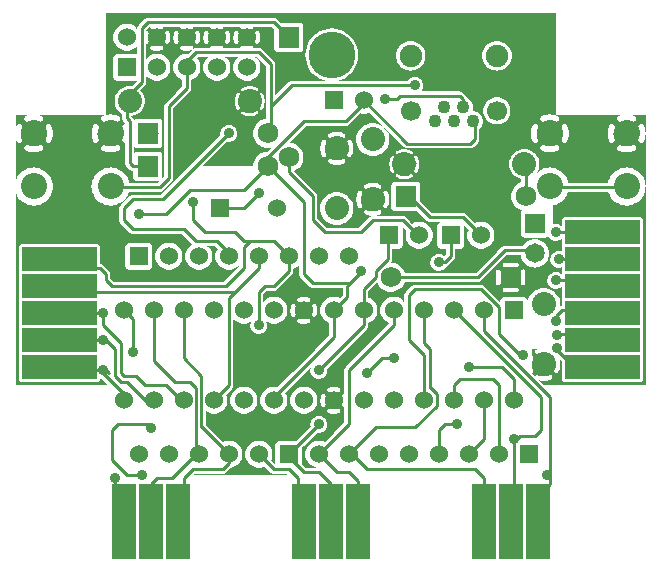
<source format=gbr>
G04 start of page 2 for group 0 idx 0 *
G04 Title: (unknown), top *
G04 Creator: pcb 20110918 *
G04 CreationDate: mer. 09 avril 2014 15:18:50 GMT UTC *
G04 For: virtualabs *
G04 Format: Gerber/RS-274X *
G04 PCB-Dimensions: 600000 500000 *
G04 PCB-Coordinate-Origin: lower left *
%MOIN*%
%FSLAX25Y25*%
%LNTOP*%
%ADD33C,0.0216*%
%ADD32C,0.0430*%
%ADD31C,0.0532*%
%ADD30C,0.0350*%
%ADD29C,0.0394*%
%ADD28C,0.0320*%
%ADD27C,0.0380*%
%ADD26C,0.0280*%
%ADD25C,0.1200*%
%ADD24C,0.0200*%
%ADD23C,0.1560*%
%ADD22C,0.0360*%
%ADD21R,0.0800X0.0800*%
%ADD20C,0.0669*%
%ADD19C,0.0433*%
%ADD18C,0.0650*%
%ADD17C,0.0748*%
%ADD16C,0.0680*%
%ADD15C,0.0800*%
%ADD14C,0.0872*%
%ADD13C,0.0600*%
%ADD12C,0.0100*%
%ADD11C,0.0001*%
G54D11*G36*
X338705Y392523D02*X338728Y392551D01*
X339249Y393400D01*
X339630Y394321D01*
X339863Y395290D01*
X339922Y396283D01*
X339863Y397276D01*
X339630Y398245D01*
X339249Y399166D01*
X338728Y400015D01*
X338705Y400043D01*
Y410874D01*
X338834Y410913D01*
X338974Y410980D01*
X339101Y411067D01*
X339213Y411174D01*
X339308Y411297D01*
X339379Y411435D01*
X339598Y411980D01*
X339759Y412544D01*
X339867Y413122D01*
X339921Y413706D01*
Y414294D01*
X339867Y414878D01*
X339759Y415456D01*
X339598Y416020D01*
X339385Y416568D01*
X339312Y416705D01*
X339217Y416829D01*
X339104Y416936D01*
X338976Y417025D01*
X338836Y417092D01*
X338705Y417131D01*
Y420000D01*
X340000D01*
Y330000D01*
X338705D01*
Y331287D01*
X338709Y331291D01*
X338812Y331410D01*
X338894Y331545D01*
X338954Y331690D01*
X338991Y331843D01*
X339000Y332000D01*
X338991Y340157D01*
X338954Y340310D01*
X338894Y340455D01*
X338866Y340500D01*
X338894Y340545D01*
X338954Y340690D01*
X338991Y340843D01*
X339000Y341000D01*
X338991Y349157D01*
X338954Y349310D01*
X338894Y349455D01*
X338866Y349500D01*
X338894Y349545D01*
X338954Y349690D01*
X338991Y349843D01*
X339000Y350000D01*
X338991Y358157D01*
X338954Y358310D01*
X338894Y358455D01*
X338866Y358500D01*
X338894Y358545D01*
X338954Y358690D01*
X338991Y358843D01*
X339000Y359000D01*
X338991Y367157D01*
X338954Y367310D01*
X338894Y367455D01*
X338866Y367500D01*
X338894Y367545D01*
X338954Y367690D01*
X338991Y367843D01*
X339000Y368000D01*
X338991Y376157D01*
X338954Y376310D01*
X338894Y376455D01*
X338866Y376500D01*
X338894Y376545D01*
X338954Y376690D01*
X338991Y376843D01*
X339000Y377000D01*
X338991Y385157D01*
X338954Y385310D01*
X338894Y385455D01*
X338812Y385590D01*
X338709Y385709D01*
X338705Y385713D01*
Y392523D01*
G37*
G36*
Y330000D02*X333593D01*
Y331008D01*
X338157Y331009D01*
X338310Y331046D01*
X338455Y331106D01*
X338590Y331188D01*
X338705Y331287D01*
Y330000D01*
G37*
G36*
Y400043D02*X338081Y400773D01*
X337323Y401420D01*
X336474Y401941D01*
X335553Y402322D01*
X334584Y402555D01*
X333593Y402633D01*
Y407670D01*
X333885D01*
X334469Y407724D01*
X335047Y407832D01*
X335611Y407993D01*
X336159Y408206D01*
X336296Y408279D01*
X336420Y408374D01*
X336527Y408487D01*
X336616Y408615D01*
X336683Y408755D01*
X336727Y408904D01*
X336748Y409059D01*
X336744Y409214D01*
X336716Y409367D01*
X336664Y409514D01*
X336590Y409651D01*
X336496Y409775D01*
X336383Y409882D01*
X336255Y409971D01*
X336114Y410038D01*
X335965Y410082D01*
X335811Y410103D01*
X335655Y410099D01*
X335502Y410071D01*
X335357Y410016D01*
X334982Y409866D01*
X334593Y409755D01*
X334196Y409680D01*
X333793Y409643D01*
X333593D01*
Y418357D01*
X333793D01*
X334196Y418320D01*
X334593Y418245D01*
X334982Y418134D01*
X335358Y417988D01*
X335503Y417934D01*
X335656Y417906D01*
X335811Y417902D01*
X335964Y417922D01*
X336113Y417967D01*
X336252Y418034D01*
X336380Y418121D01*
X336492Y418228D01*
X336586Y418351D01*
X336660Y418488D01*
X336711Y418634D01*
X336739Y418786D01*
X336743Y418941D01*
X336723Y419095D01*
X336678Y419243D01*
X336611Y419383D01*
X336524Y419510D01*
X336417Y419622D01*
X336294Y419717D01*
X336156Y419788D01*
X335628Y420000D01*
X338705D01*
Y417131D01*
X338687Y417136D01*
X338532Y417157D01*
X338377Y417153D01*
X338224Y417125D01*
X338077Y417073D01*
X337940Y416999D01*
X337816Y416905D01*
X337709Y416792D01*
X337620Y416664D01*
X337553Y416523D01*
X337509Y416374D01*
X337488Y416220D01*
X337492Y416064D01*
X337520Y415911D01*
X337575Y415766D01*
X337725Y415391D01*
X337836Y415002D01*
X337911Y414605D01*
X337948Y414202D01*
Y413798D01*
X337911Y413395D01*
X337836Y412998D01*
X337725Y412609D01*
X337579Y412233D01*
X337525Y412088D01*
X337497Y411935D01*
X337493Y411780D01*
X337513Y411627D01*
X337558Y411478D01*
X337625Y411339D01*
X337712Y411211D01*
X337819Y411099D01*
X337942Y411005D01*
X338079Y410931D01*
X338225Y410880D01*
X338377Y410852D01*
X338532Y410848D01*
X338686Y410868D01*
X338705Y410874D01*
Y400043D01*
G37*
G36*
X333593Y389933D02*X334584Y390011D01*
X335553Y390244D01*
X336474Y390625D01*
X337323Y391146D01*
X338081Y391793D01*
X338705Y392523D01*
Y385713D01*
X338590Y385812D01*
X338455Y385894D01*
X338310Y385954D01*
X338157Y385991D01*
X338000Y386000D01*
X333593Y385998D01*
Y389933D01*
G37*
G36*
Y330000D02*X313114D01*
Y331000D01*
X333593Y331008D01*
Y330000D01*
G37*
G36*
Y402633D02*X333591Y402633D01*
X332598Y402555D01*
X331629Y402322D01*
X330708Y401941D01*
X329859Y401420D01*
X329101Y400773D01*
X328477Y400043D01*
Y410869D01*
X328495Y410864D01*
X328650Y410843D01*
X328805Y410847D01*
X328958Y410875D01*
X329105Y410927D01*
X329242Y411001D01*
X329366Y411095D01*
X329473Y411208D01*
X329562Y411336D01*
X329629Y411477D01*
X329673Y411626D01*
X329694Y411780D01*
X329690Y411936D01*
X329662Y412089D01*
X329607Y412234D01*
X329457Y412609D01*
X329346Y412998D01*
X329271Y413395D01*
X329234Y413798D01*
Y414202D01*
X329271Y414605D01*
X329346Y415002D01*
X329457Y415391D01*
X329603Y415767D01*
X329657Y415912D01*
X329685Y416065D01*
X329689Y416220D01*
X329669Y416373D01*
X329624Y416522D01*
X329557Y416661D01*
X329470Y416789D01*
X329363Y416901D01*
X329240Y416995D01*
X329103Y417069D01*
X328957Y417120D01*
X328805Y417148D01*
X328650Y417152D01*
X328496Y417132D01*
X328477Y417126D01*
Y420000D01*
X331554D01*
X331023Y419794D01*
X330886Y419721D01*
X330762Y419626D01*
X330655Y419513D01*
X330566Y419385D01*
X330499Y419245D01*
X330455Y419096D01*
X330434Y418941D01*
X330438Y418786D01*
X330466Y418633D01*
X330518Y418486D01*
X330592Y418349D01*
X330686Y418225D01*
X330799Y418118D01*
X330927Y418029D01*
X331068Y417962D01*
X331217Y417918D01*
X331371Y417897D01*
X331527Y417901D01*
X331680Y417929D01*
X331825Y417984D01*
X332200Y418134D01*
X332589Y418245D01*
X332986Y418320D01*
X333389Y418357D01*
X333593D01*
Y409643D01*
X333389D01*
X332986Y409680D01*
X332589Y409755D01*
X332200Y409866D01*
X331824Y410012D01*
X331679Y410066D01*
X331526Y410094D01*
X331371Y410098D01*
X331218Y410078D01*
X331069Y410033D01*
X330930Y409966D01*
X330802Y409879D01*
X330690Y409772D01*
X330596Y409649D01*
X330522Y409512D01*
X330471Y409366D01*
X330443Y409214D01*
X330439Y409059D01*
X330459Y408905D01*
X330504Y408757D01*
X330571Y408617D01*
X330658Y408490D01*
X330765Y408378D01*
X330888Y408283D01*
X331026Y408212D01*
X331571Y407993D01*
X332135Y407832D01*
X332713Y407724D01*
X333297Y407670D01*
X333593D01*
Y402633D01*
G37*
G36*
X328477Y400043D02*X328454Y400015D01*
X327933Y399166D01*
X327552Y398245D01*
X327373Y397500D01*
X314218D01*
X314039Y398245D01*
X313658Y399166D01*
X313137Y400015D01*
X313114Y400043D01*
Y410874D01*
X313243Y410913D01*
X313383Y410980D01*
X313510Y411067D01*
X313622Y411174D01*
X313717Y411297D01*
X313788Y411435D01*
X314007Y411980D01*
X314168Y412544D01*
X314276Y413122D01*
X314330Y413706D01*
Y414294D01*
X314276Y414878D01*
X314168Y415456D01*
X314007Y416020D01*
X313794Y416568D01*
X313721Y416705D01*
X313626Y416829D01*
X313513Y416936D01*
X313385Y417025D01*
X313245Y417092D01*
X313114Y417131D01*
Y420000D01*
X328477D01*
Y417126D01*
X328348Y417087D01*
X328208Y417020D01*
X328081Y416933D01*
X327969Y416826D01*
X327874Y416703D01*
X327803Y416565D01*
X327584Y416020D01*
X327423Y415456D01*
X327315Y414878D01*
X327261Y414294D01*
Y413706D01*
X327315Y413122D01*
X327423Y412544D01*
X327584Y411980D01*
X327797Y411432D01*
X327870Y411295D01*
X327965Y411171D01*
X328078Y411064D01*
X328206Y410975D01*
X328346Y410908D01*
X328477Y410869D01*
Y400043D01*
G37*
G36*
X313114Y392523D02*X313137Y392551D01*
X313658Y393400D01*
X314039Y394321D01*
X314082Y394500D01*
X327509D01*
X327552Y394321D01*
X327933Y393400D01*
X328454Y392551D01*
X329101Y391793D01*
X329859Y391146D01*
X330708Y390625D01*
X331629Y390244D01*
X332598Y390011D01*
X333591Y389933D01*
X333593Y389933D01*
Y385998D01*
X313114Y385991D01*
Y392523D01*
G37*
G36*
Y330000D02*X309000D01*
Y339813D01*
X309025Y339797D01*
X309432Y339629D01*
X309618Y339584D01*
X309562Y339494D01*
X309516Y339385D01*
X309489Y339269D01*
X309479Y339151D01*
X309488Y339032D01*
X309516Y338917D01*
X309563Y338808D01*
X309721Y338468D01*
X309842Y338112D01*
X309930Y337747D01*
X309982Y337375D01*
X310000Y337000D01*
X309982Y336625D01*
X309930Y336253D01*
X309842Y335888D01*
X309721Y335532D01*
X309567Y335190D01*
X309520Y335082D01*
X309493Y334967D01*
X309483Y334849D01*
X309493Y334732D01*
X309521Y334617D01*
X309566Y334508D01*
X309628Y334407D01*
X309705Y334318D01*
X309795Y334241D01*
X309895Y334180D01*
X310004Y334135D01*
X310119Y334107D01*
X310237Y334098D01*
X310355Y334108D01*
X310469Y334135D01*
X310578Y334181D01*
X310679Y334243D01*
X310769Y334319D01*
X310845Y334409D01*
X310905Y334511D01*
X311122Y334980D01*
X311289Y335469D01*
X311409Y335972D01*
X311482Y336484D01*
X311506Y337000D01*
X311482Y337516D01*
X311409Y338028D01*
X311289Y338531D01*
X311259Y338620D01*
X312002Y337876D01*
X312009Y331843D01*
X312046Y331690D01*
X312106Y331545D01*
X312188Y331410D01*
X312291Y331291D01*
X312410Y331188D01*
X312545Y331106D01*
X312690Y331046D01*
X312843Y331009D01*
X313000Y331000D01*
X313114Y331000D01*
Y330000D01*
G37*
G36*
Y400043D02*X312490Y400773D01*
X311732Y401420D01*
X310883Y401941D01*
X309962Y402322D01*
X309000Y402553D01*
Y407747D01*
X309456Y407832D01*
X310020Y407993D01*
X310568Y408206D01*
X310705Y408279D01*
X310829Y408374D01*
X310936Y408487D01*
X311025Y408615D01*
X311092Y408755D01*
X311136Y408904D01*
X311157Y409059D01*
X311153Y409214D01*
X311125Y409367D01*
X311073Y409514D01*
X310999Y409651D01*
X310905Y409775D01*
X310792Y409882D01*
X310664Y409971D01*
X310523Y410038D01*
X310374Y410082D01*
X310220Y410103D01*
X310064Y410099D01*
X309911Y410071D01*
X309766Y410016D01*
X309391Y409866D01*
X309002Y409755D01*
X309000Y409754D01*
Y418246D01*
X309002Y418245D01*
X309391Y418134D01*
X309767Y417988D01*
X309912Y417934D01*
X310065Y417906D01*
X310220Y417902D01*
X310373Y417922D01*
X310522Y417967D01*
X310661Y418034D01*
X310789Y418121D01*
X310901Y418228D01*
X310995Y418351D01*
X311069Y418488D01*
X311120Y418634D01*
X311148Y418786D01*
X311152Y418941D01*
X311132Y419095D01*
X311087Y419243D01*
X311020Y419383D01*
X310933Y419510D01*
X310826Y419622D01*
X310703Y419717D01*
X310565Y419788D01*
X310037Y420000D01*
X313114D01*
Y417131D01*
X313096Y417136D01*
X312941Y417157D01*
X312786Y417153D01*
X312633Y417125D01*
X312486Y417073D01*
X312349Y416999D01*
X312225Y416905D01*
X312118Y416792D01*
X312029Y416664D01*
X311962Y416523D01*
X311918Y416374D01*
X311897Y416220D01*
X311901Y416064D01*
X311929Y415911D01*
X311984Y415766D01*
X312134Y415391D01*
X312245Y415002D01*
X312320Y414605D01*
X312357Y414202D01*
Y413798D01*
X312320Y413395D01*
X312245Y412998D01*
X312134Y412609D01*
X311988Y412233D01*
X311934Y412088D01*
X311906Y411935D01*
X311902Y411780D01*
X311922Y411627D01*
X311967Y411478D01*
X312034Y411339D01*
X312121Y411211D01*
X312228Y411099D01*
X312351Y411005D01*
X312488Y410931D01*
X312634Y410880D01*
X312786Y410852D01*
X312941Y410848D01*
X313095Y410868D01*
X313114Y410874D01*
Y400043D01*
G37*
G36*
X312000Y385000D02*X312002Y382967D01*
X311986Y382986D01*
X311651Y383272D01*
X311275Y383503D01*
X310868Y383671D01*
X310439Y383774D01*
X310000Y383809D01*
X309561Y383774D01*
X309132Y383671D01*
X309000Y383616D01*
Y390013D01*
X309962Y390244D01*
X310883Y390625D01*
X311732Y391146D01*
X312490Y391793D01*
X313114Y392523D01*
Y385991D01*
X312843Y385991D01*
X312690Y385954D01*
X312545Y385894D01*
X312410Y385812D01*
X312291Y385709D01*
X312188Y385590D01*
X312106Y385455D01*
X312046Y385310D01*
X312009Y385157D01*
X312000Y385000D01*
G37*
G36*
X299150Y379375D02*X299285Y379319D01*
X299515Y379264D01*
X299750Y379250D01*
X306485Y379264D01*
X306715Y379319D01*
X306933Y379409D01*
X307134Y379533D01*
X307314Y379686D01*
X307448Y379843D01*
X307497Y379725D01*
X307728Y379349D01*
X308014Y379014D01*
X308349Y378728D01*
X308725Y378497D01*
X309132Y378329D01*
X309561Y378226D01*
X310000Y378191D01*
X310439Y378226D01*
X310868Y378329D01*
X311275Y378497D01*
X311651Y378728D01*
X311986Y379014D01*
X312007Y379038D01*
X312009Y376843D01*
X312046Y376690D01*
X312106Y376545D01*
X312134Y376500D01*
X312106Y376455D01*
X312046Y376310D01*
X312009Y376157D01*
X312000Y376000D01*
X312002Y374616D01*
X311868Y374671D01*
X311439Y374774D01*
X311000Y374809D01*
X310561Y374774D01*
X310132Y374671D01*
X309725Y374503D01*
X309349Y374272D01*
X309014Y373986D01*
X308728Y373651D01*
X308497Y373275D01*
X308329Y372868D01*
X308226Y372439D01*
X308191Y372000D01*
X308226Y371561D01*
X308329Y371132D01*
X308497Y370725D01*
X308728Y370349D01*
X309014Y370014D01*
X309349Y369728D01*
X309725Y369497D01*
X310132Y369329D01*
X310561Y369226D01*
X311000Y369191D01*
X311439Y369226D01*
X311868Y369329D01*
X312008Y369387D01*
X312009Y367843D01*
X312046Y367690D01*
X312106Y367545D01*
X312134Y367500D01*
X312106Y367455D01*
X312046Y367310D01*
X312009Y367157D01*
X312000Y367000D01*
X312000Y366970D01*
X311986Y366986D01*
X311651Y367272D01*
X311275Y367503D01*
X310868Y367671D01*
X310439Y367774D01*
X310000Y367809D01*
X309561Y367774D01*
X309132Y367671D01*
X308725Y367503D01*
X308349Y367272D01*
X308014Y366986D01*
X307728Y366651D01*
X307497Y366275D01*
X307329Y365868D01*
X307226Y365439D01*
X307191Y365000D01*
X307226Y364561D01*
X307329Y364132D01*
X307497Y363725D01*
X307728Y363349D01*
X308014Y363014D01*
X308349Y362728D01*
X308725Y362497D01*
X309132Y362329D01*
X309561Y362226D01*
X310000Y362191D01*
X310439Y362226D01*
X310868Y362329D01*
X311275Y362497D01*
X311651Y362728D01*
X311986Y363014D01*
X312004Y363036D01*
X312009Y358843D01*
X312046Y358690D01*
X312106Y358545D01*
X312134Y358500D01*
X312106Y358455D01*
X312046Y358310D01*
X312009Y358157D01*
X312000Y358000D01*
X312002Y356504D01*
X312000Y356505D01*
X311765Y356486D01*
X311535Y356431D01*
X311465Y356402D01*
X311500Y357000D01*
X311449Y357863D01*
X311247Y358705D01*
X310916Y359505D01*
X310463Y360243D01*
X309901Y360901D01*
X309243Y361463D01*
X308505Y361916D01*
X307705Y362247D01*
X306863Y362449D01*
X306000Y362517D01*
X305137Y362449D01*
X304295Y362247D01*
X303495Y361916D01*
X302757Y361463D01*
X302099Y360901D01*
X301537Y360243D01*
X301084Y359505D01*
X300753Y358705D01*
X300551Y357863D01*
X300489Y357072D01*
X300486Y358235D01*
X300431Y358465D01*
X300341Y358683D01*
X300217Y358884D01*
X300064Y359064D01*
X299884Y359217D01*
X299683Y359341D01*
X299465Y359431D01*
X299235Y359486D01*
X299150Y359491D01*
Y363348D01*
X299268Y363357D01*
X299382Y363385D01*
X299492Y363430D01*
X299592Y363491D01*
X299682Y363568D01*
X299759Y363658D01*
X299820Y363758D01*
X299865Y363868D01*
X299893Y363982D01*
X299900Y364100D01*
Y367900D01*
X299893Y368018D01*
X299865Y368132D01*
X299820Y368242D01*
X299759Y368342D01*
X299682Y368432D01*
X299592Y368509D01*
X299492Y368570D01*
X299382Y368615D01*
X299268Y368643D01*
X299150Y368652D01*
Y371194D01*
X299631Y370631D01*
X300199Y370145D01*
X300837Y369755D01*
X301528Y369469D01*
X302255Y369294D01*
X303000Y369235D01*
X303745Y369294D01*
X304472Y369469D01*
X305163Y369755D01*
X305801Y370145D01*
X306369Y370631D01*
X306855Y371199D01*
X307245Y371837D01*
X307531Y372528D01*
X307706Y373255D01*
X307750Y374000D01*
X307706Y374745D01*
X307531Y375472D01*
X307245Y376163D01*
X306855Y376801D01*
X306369Y377369D01*
X305801Y377855D01*
X305163Y378245D01*
X304472Y378531D01*
X303745Y378706D01*
X303000Y378765D01*
X302255Y378706D01*
X301528Y378531D01*
X300837Y378245D01*
X300199Y377855D01*
X299631Y377369D01*
X299150Y376806D01*
Y379375D01*
G37*
G36*
Y359491D02*X299000Y359500D01*
X295000Y359491D01*
Y361100D01*
X296900D01*
X297018Y361107D01*
X297132Y361135D01*
X297242Y361180D01*
X297342Y361241D01*
X297432Y361318D01*
X297509Y361408D01*
X297570Y361508D01*
X297615Y361618D01*
X297643Y361732D01*
X297652Y361850D01*
X297643Y361968D01*
X297615Y362082D01*
X297570Y362192D01*
X297509Y362292D01*
X297432Y362382D01*
X297342Y362459D01*
X297242Y362520D01*
X297132Y362565D01*
X297018Y362593D01*
X296900Y362600D01*
X295000D01*
Y369400D01*
X296900D01*
X297018Y369407D01*
X297132Y369435D01*
X297242Y369480D01*
X297342Y369541D01*
X297432Y369618D01*
X297509Y369708D01*
X297570Y369808D01*
X297615Y369918D01*
X297643Y370032D01*
X297652Y370150D01*
X297643Y370268D01*
X297615Y370382D01*
X297570Y370492D01*
X297509Y370592D01*
X297432Y370682D01*
X297342Y370759D01*
X297242Y370820D01*
X297132Y370865D01*
X297018Y370893D01*
X296900Y370900D01*
X295000D01*
Y373500D01*
X298275D01*
X298294Y373255D01*
X298469Y372528D01*
X298755Y371837D01*
X299145Y371199D01*
X299150Y371194D01*
Y368652D01*
X299032Y368643D01*
X298918Y368615D01*
X298808Y368570D01*
X298708Y368509D01*
X298618Y368432D01*
X298541Y368342D01*
X298480Y368242D01*
X298435Y368132D01*
X298407Y368018D01*
X298400Y367900D01*
Y364100D01*
X298407Y363982D01*
X298435Y363868D01*
X298480Y363758D01*
X298541Y363658D01*
X298618Y363568D01*
X298708Y363491D01*
X298808Y363430D01*
X298918Y363385D01*
X299032Y363357D01*
X299150Y363348D01*
Y359491D01*
G37*
G36*
X295000Y401585D02*X295046Y401473D01*
X295457Y400802D01*
X295969Y400204D01*
X296567Y399692D01*
X297238Y399281D01*
X297965Y398980D01*
X298500Y398852D01*
Y397679D01*
X298481Y397675D01*
X297769Y397379D01*
X297111Y396976D01*
X296524Y396476D01*
X296024Y395889D01*
X295621Y395231D01*
X295325Y394519D01*
X295145Y393769D01*
X295085Y393000D01*
X295145Y392231D01*
X295325Y391481D01*
X295621Y390769D01*
X296024Y390111D01*
X296524Y389524D01*
X297111Y389024D01*
X297769Y388621D01*
X298481Y388325D01*
X298659Y388283D01*
X298533Y388134D01*
X298409Y387933D01*
X298319Y387715D01*
X298264Y387485D01*
X298250Y387250D01*
X298264Y380515D01*
X298319Y380285D01*
X298409Y380067D01*
X298533Y379866D01*
X298686Y379686D01*
X298866Y379533D01*
X299067Y379409D01*
X299150Y379375D01*
Y376806D01*
X299145Y376801D01*
X298961Y376500D01*
X295000D01*
Y401585D01*
G37*
G36*
Y407000D02*X295715D01*
X295457Y406698D01*
X295046Y406027D01*
X295000Y405915D01*
Y407000D01*
G37*
G36*
Y359491D02*X292765Y359486D01*
X292535Y359431D01*
X292317Y359341D01*
X292116Y359217D01*
X291936Y359064D01*
X291783Y358884D01*
X291659Y358683D01*
X291569Y358465D01*
X291514Y358235D01*
X291500Y358000D01*
X291501Y357620D01*
X290850Y358271D01*
Y363348D01*
X290968Y363357D01*
X291082Y363385D01*
X291192Y363430D01*
X291292Y363491D01*
X291382Y363568D01*
X291459Y363658D01*
X291520Y363758D01*
X291565Y363868D01*
X291593Y363982D01*
X291600Y364100D01*
Y367900D01*
X291593Y368018D01*
X291565Y368132D01*
X291520Y368242D01*
X291459Y368342D01*
X291382Y368432D01*
X291292Y368509D01*
X291192Y368570D01*
X291082Y368615D01*
X290968Y368643D01*
X290850Y368652D01*
Y370729D01*
X293621Y373500D01*
X295000D01*
Y370900D01*
X293100D01*
X292982Y370893D01*
X292868Y370865D01*
X292758Y370820D01*
X292658Y370759D01*
X292568Y370682D01*
X292491Y370592D01*
X292430Y370492D01*
X292385Y370382D01*
X292357Y370268D01*
X292348Y370150D01*
X292357Y370032D01*
X292385Y369918D01*
X292430Y369808D01*
X292491Y369708D01*
X292568Y369618D01*
X292658Y369541D01*
X292758Y369480D01*
X292868Y369435D01*
X292982Y369407D01*
X293100Y369400D01*
X295000D01*
Y362600D01*
X293100D01*
X292982Y362593D01*
X292868Y362565D01*
X292758Y362520D01*
X292658Y362459D01*
X292568Y362382D01*
X292491Y362292D01*
X292430Y362192D01*
X292385Y362082D01*
X292357Y361968D01*
X292348Y361850D01*
X292357Y361732D01*
X292385Y361618D01*
X292430Y361508D01*
X292491Y361408D01*
X292568Y361318D01*
X292658Y361241D01*
X292758Y361180D01*
X292868Y361135D01*
X292982Y361107D01*
X293100Y361100D01*
X295000D01*
Y359491D01*
G37*
G36*
X290850Y358271D02*X286102Y363019D01*
X286064Y363064D01*
X285884Y363217D01*
X285683Y363341D01*
X285465Y363431D01*
X285235Y363486D01*
X285235Y363486D01*
X285000Y363505D01*
X284941Y363500D01*
X263059D01*
X263000Y363505D01*
X262765Y363486D01*
X262535Y363431D01*
X262317Y363341D01*
X262116Y363217D01*
X262115Y363217D01*
X261936Y363064D01*
X261898Y363019D01*
X261508Y362629D01*
Y364500D01*
X283941D01*
X284000Y364495D01*
X284235Y364514D01*
X284235Y364514D01*
X284465Y364569D01*
X284683Y364659D01*
X284884Y364783D01*
X285064Y364936D01*
X285102Y364981D01*
X290850Y370729D01*
Y368652D01*
X290732Y368643D01*
X290618Y368615D01*
X290508Y368570D01*
X290408Y368509D01*
X290318Y368432D01*
X290241Y368342D01*
X290180Y368242D01*
X290135Y368132D01*
X290107Y368018D01*
X290100Y367900D01*
Y364100D01*
X290107Y363982D01*
X290135Y363868D01*
X290180Y363758D01*
X290241Y363658D01*
X290318Y363568D01*
X290408Y363491D01*
X290508Y363430D01*
X290618Y363385D01*
X290732Y363357D01*
X290850Y363348D01*
Y358271D01*
G37*
G36*
X263315Y407000D02*X295000D01*
Y405915D01*
X294745Y405300D01*
X294561Y404535D01*
X294500Y403750D01*
X294561Y402965D01*
X294745Y402200D01*
X295000Y401585D01*
Y376500D01*
X293059D01*
X293000Y376505D01*
X292765Y376486D01*
X292535Y376431D01*
X292317Y376341D01*
X292116Y376217D01*
X292115Y376217D01*
X291936Y376064D01*
X291898Y376019D01*
X283379Y367500D01*
X261508D01*
Y376638D01*
X261847Y376348D01*
X262451Y375978D01*
X263105Y375707D01*
X263794Y375542D01*
X264500Y375486D01*
X265206Y375542D01*
X265895Y375707D01*
X266549Y375978D01*
X267153Y376348D01*
X267692Y376808D01*
X268152Y377347D01*
X268522Y377951D01*
X268793Y378605D01*
X268958Y379294D01*
X269000Y380000D01*
X268958Y380706D01*
X268793Y381395D01*
X268522Y382049D01*
X268152Y382653D01*
X267692Y383192D01*
X267153Y383652D01*
X266549Y384022D01*
X265895Y384293D01*
X265206Y384458D01*
X264500Y384514D01*
X263794Y384458D01*
X263105Y384293D01*
X262451Y384022D01*
X262233Y383888D01*
X261508Y384613D01*
Y388110D01*
X263635Y388114D01*
X263740Y388139D01*
X266898Y384981D01*
X266936Y384936D01*
X267116Y384783D01*
X267317Y384659D01*
X267535Y384569D01*
X267765Y384514D01*
X268000Y384495D01*
X268059Y384500D01*
X278000D01*
X271765Y384486D01*
X271535Y384431D01*
X271317Y384341D01*
X271116Y384217D01*
X270936Y384064D01*
X270783Y383884D01*
X270659Y383683D01*
X270569Y383465D01*
X270514Y383235D01*
X270500Y383000D01*
X270514Y376765D01*
X270569Y376535D01*
X270659Y376317D01*
X270783Y376116D01*
X270936Y375936D01*
X271116Y375783D01*
X271317Y375659D01*
X271535Y375569D01*
X271765Y375514D01*
X272000Y375500D01*
X273500Y375503D01*
Y373621D01*
X272921Y373042D01*
X272651Y373272D01*
X272275Y373503D01*
X271868Y373671D01*
X271439Y373774D01*
X271000Y373809D01*
X270561Y373774D01*
X270132Y373671D01*
X269725Y373503D01*
X269349Y373272D01*
X269014Y372986D01*
X268728Y372651D01*
X268497Y372275D01*
X268329Y371868D01*
X268226Y371439D01*
X268191Y371000D01*
X268226Y370561D01*
X268329Y370132D01*
X268497Y369725D01*
X268728Y369349D01*
X269014Y369014D01*
X269349Y368728D01*
X269725Y368497D01*
X270132Y368329D01*
X270561Y368226D01*
X271000Y368191D01*
X271439Y368226D01*
X271868Y368329D01*
X272275Y368497D01*
X272651Y368728D01*
X272986Y369014D01*
X273272Y369349D01*
X273397Y369553D01*
X273465Y369569D01*
X273683Y369659D01*
X273884Y369783D01*
X274064Y369936D01*
X274102Y369981D01*
X276019Y371898D01*
X276064Y371936D01*
X276217Y372115D01*
X276217Y372116D01*
X276341Y372317D01*
X276431Y372535D01*
X276486Y372765D01*
X276505Y373000D01*
X276500Y373059D01*
Y375510D01*
X278235Y375514D01*
X278465Y375569D01*
X278683Y375659D01*
X278884Y375783D01*
X279064Y375936D01*
X279217Y376116D01*
X279341Y376317D01*
X279431Y376535D01*
X279486Y376765D01*
X279500Y377000D01*
X279486Y383235D01*
X279436Y383442D01*
X280935Y381944D01*
X280707Y381395D01*
X280542Y380706D01*
X280486Y380000D01*
X280542Y379294D01*
X280707Y378605D01*
X280978Y377951D01*
X281348Y377347D01*
X281808Y376808D01*
X282347Y376348D01*
X282951Y375978D01*
X283605Y375707D01*
X284294Y375542D01*
X285000Y375486D01*
X285706Y375542D01*
X286395Y375707D01*
X287049Y375978D01*
X287653Y376348D01*
X288192Y376808D01*
X288652Y377347D01*
X289022Y377951D01*
X289293Y378605D01*
X289458Y379294D01*
X289500Y380000D01*
X289458Y380706D01*
X289293Y381395D01*
X289022Y382049D01*
X288652Y382653D01*
X288192Y383192D01*
X287653Y383652D01*
X287049Y384022D01*
X286395Y384293D01*
X285706Y384458D01*
X285000Y384514D01*
X284294Y384458D01*
X283605Y384293D01*
X283056Y384065D01*
X280102Y387019D01*
X280064Y387064D01*
X279884Y387217D01*
X279683Y387341D01*
X279465Y387431D01*
X279235Y387486D01*
X279235Y387486D01*
X279000Y387505D01*
X278941Y387500D01*
X268621D01*
X264897Y391225D01*
X264886Y396635D01*
X264831Y396865D01*
X264741Y397083D01*
X264617Y397284D01*
X264464Y397464D01*
X264284Y397617D01*
X264083Y397741D01*
X263865Y397831D01*
X263635Y397886D01*
X263400Y397900D01*
X261508Y397896D01*
Y399164D01*
X261779Y399286D01*
X262187Y399518D01*
X262251Y399565D01*
X262307Y399622D01*
X262352Y399686D01*
X262387Y399758D01*
X262411Y399833D01*
X262422Y399912D01*
X262421Y399991D01*
X262408Y400070D01*
X262382Y400145D01*
X262345Y400215D01*
X262298Y400279D01*
X262241Y400334D01*
X262176Y400380D01*
X262105Y400415D01*
X262029Y400438D01*
X261950Y400450D01*
X261871Y400449D01*
X261793Y400435D01*
X261718Y400410D01*
X261648Y400371D01*
X261508Y400290D01*
Y402500D01*
X263000D01*
X263235Y402514D01*
X263322Y402535D01*
X263236Y402283D01*
X263083Y401941D01*
X262897Y401615D01*
X262859Y401546D01*
X262834Y401471D01*
X262821Y401394D01*
X262820Y401315D01*
X262831Y401237D01*
X262854Y401162D01*
X262889Y401091D01*
X262934Y401027D01*
X262989Y400971D01*
X263052Y400923D01*
X263122Y400887D01*
X263196Y400862D01*
X263274Y400848D01*
X263353Y400847D01*
X263431Y400858D01*
X263506Y400882D01*
X263576Y400916D01*
X263641Y400962D01*
X263697Y401017D01*
X263743Y401081D01*
X263979Y401486D01*
X264172Y401915D01*
X264323Y402359D01*
X264433Y402816D01*
X264498Y403281D01*
X264521Y403750D01*
X264498Y404219D01*
X264433Y404684D01*
X264323Y405141D01*
X264172Y405585D01*
X263979Y406014D01*
X263747Y406422D01*
X263700Y406486D01*
X263643Y406542D01*
X263579Y406587D01*
X263507Y406622D01*
X263432Y406646D01*
X263353Y406657D01*
X263274Y406656D01*
X263195Y406643D01*
X263120Y406617D01*
X263050Y406580D01*
X262986Y406533D01*
X262931Y406476D01*
X262885Y406411D01*
X262850Y406340D01*
X262827Y406264D01*
X262815Y406185D01*
X262816Y406106D01*
X262830Y406028D01*
X262855Y405953D01*
X262894Y405883D01*
X263083Y405559D01*
X263112Y405493D01*
X263000Y405500D01*
X261508D01*
Y407000D01*
X263315D01*
G37*
G36*
X255362D02*X261508D01*
Y405500D01*
X260000D01*
X259765Y405486D01*
X259535Y405431D01*
X259317Y405341D01*
X259116Y405217D01*
X258936Y405064D01*
X258783Y404884D01*
X258659Y404683D01*
X258569Y404465D01*
X258514Y404235D01*
X258495Y404000D01*
X258514Y403765D01*
X258569Y403535D01*
X258659Y403317D01*
X258783Y403116D01*
X258936Y402936D01*
X259116Y402783D01*
X259317Y402659D01*
X259535Y402569D01*
X259765Y402514D01*
X260000Y402500D01*
X261508D01*
Y400290D01*
X261324Y400182D01*
X260982Y400029D01*
X260627Y399908D01*
X260261Y399820D01*
X259890Y399768D01*
X259515Y399750D01*
X259140Y399768D01*
X258768Y399820D01*
X258403Y399908D01*
X258048Y400029D01*
X257706Y400182D01*
X257380Y400368D01*
X257311Y400406D01*
X257236Y400431D01*
X257159Y400444D01*
X257080Y400445D01*
X257002Y400434D01*
X256927Y400411D01*
X256856Y400376D01*
X256792Y400331D01*
X256736Y400276D01*
X256688Y400213D01*
X256652Y400143D01*
X256626Y400069D01*
X256613Y399991D01*
X256612Y399912D01*
X256623Y399834D01*
X256647Y399759D01*
X256681Y399689D01*
X256727Y399624D01*
X256782Y399568D01*
X256846Y399522D01*
X257251Y399286D01*
X257680Y399093D01*
X258124Y398942D01*
X258581Y398832D01*
X259046Y398767D01*
X259515Y398744D01*
X259984Y398767D01*
X260449Y398832D01*
X260906Y398942D01*
X261350Y399093D01*
X261508Y399164D01*
Y397896D01*
X256365Y397886D01*
X256135Y397831D01*
X255917Y397741D01*
X255716Y397617D01*
X255536Y397464D01*
X255383Y397284D01*
X255362Y397251D01*
Y400982D01*
X255387Y400958D01*
X255451Y400913D01*
X255523Y400878D01*
X255598Y400854D01*
X255677Y400843D01*
X255756Y400844D01*
X255835Y400857D01*
X255910Y400883D01*
X255980Y400920D01*
X256044Y400967D01*
X256099Y401024D01*
X256145Y401089D01*
X256180Y401160D01*
X256203Y401236D01*
X256215Y401315D01*
X256214Y401394D01*
X256200Y401472D01*
X256175Y401547D01*
X256136Y401617D01*
X255947Y401941D01*
X255794Y402283D01*
X255673Y402638D01*
X255585Y403004D01*
X255533Y403375D01*
X255515Y403750D01*
X255533Y404125D01*
X255585Y404496D01*
X255673Y404862D01*
X255794Y405217D01*
X255947Y405559D01*
X256133Y405886D01*
X256171Y405954D01*
X256196Y406029D01*
X256209Y406106D01*
X256210Y406185D01*
X256199Y406263D01*
X256176Y406338D01*
X256141Y406409D01*
X256096Y406473D01*
X256041Y406529D01*
X255978Y406577D01*
X255908Y406613D01*
X255834Y406638D01*
X255756Y406652D01*
X255677Y406653D01*
X255599Y406642D01*
X255524Y406618D01*
X255454Y406584D01*
X255389Y406538D01*
X255362Y406512D01*
Y407000D01*
G37*
G36*
X261508Y384613D02*X260102Y386019D01*
X260064Y386064D01*
X259884Y386217D01*
X259683Y386341D01*
X259465Y386431D01*
X259235Y386486D01*
X259235Y386486D01*
X259000Y386505D01*
X258941Y386500D01*
X255362D01*
Y388749D01*
X255383Y388716D01*
X255536Y388536D01*
X255716Y388383D01*
X255917Y388259D01*
X256135Y388169D01*
X256365Y388114D01*
X256600Y388100D01*
X261508Y388110D01*
Y384613D01*
G37*
G36*
X255362Y386500D02*X253493D01*
Y389145D01*
X253578Y389181D01*
X253679Y389243D01*
X253769Y389319D01*
X253845Y389409D01*
X253905Y389511D01*
X254122Y389980D01*
X254289Y390469D01*
X254409Y390972D01*
X254482Y391484D01*
X254506Y392000D01*
X254482Y392516D01*
X254409Y393028D01*
X254289Y393531D01*
X254122Y394020D01*
X253910Y394492D01*
X253849Y394593D01*
X253772Y394684D01*
X253682Y394761D01*
X253580Y394823D01*
X253493Y394860D01*
Y407000D01*
X255362D01*
Y406512D01*
X255333Y406483D01*
X255287Y406419D01*
X255051Y406014D01*
X254858Y405585D01*
X254707Y405141D01*
X254597Y404684D01*
X254532Y404219D01*
X254509Y403750D01*
X254532Y403281D01*
X254597Y402816D01*
X254707Y402359D01*
X254858Y401915D01*
X255051Y401486D01*
X255283Y401078D01*
X255330Y401014D01*
X255362Y400982D01*
Y397251D01*
X255259Y397083D01*
X255169Y396865D01*
X255114Y396635D01*
X255100Y396400D01*
X255114Y389365D01*
X255169Y389135D01*
X255259Y388917D01*
X255362Y388749D01*
Y386500D01*
G37*
G36*
X253493D02*X249129D01*
X249516Y386518D01*
X250028Y386591D01*
X250531Y386711D01*
X251020Y386878D01*
X251492Y387090D01*
X251593Y387151D01*
X251684Y387228D01*
X251761Y387318D01*
X251823Y387420D01*
X251869Y387529D01*
X251897Y387645D01*
X251906Y387763D01*
X251897Y387881D01*
X251870Y387997D01*
X251824Y388107D01*
X251762Y388208D01*
X251686Y388298D01*
X251595Y388376D01*
X251494Y388438D01*
X251385Y388484D01*
X251269Y388511D01*
X251151Y388521D01*
X251032Y388512D01*
X250917Y388484D01*
X250808Y388437D01*
X250468Y388279D01*
X250112Y388158D01*
X249747Y388070D01*
X249375Y388018D01*
X249000Y388000D01*
X248998Y388000D01*
Y396000D01*
X249000Y396000D01*
X249375Y395982D01*
X249747Y395930D01*
X250112Y395842D01*
X250468Y395721D01*
X250810Y395567D01*
X250918Y395520D01*
X251033Y395493D01*
X251151Y395483D01*
X251268Y395493D01*
X251383Y395521D01*
X251492Y395566D01*
X251593Y395628D01*
X251682Y395705D01*
X251759Y395795D01*
X251820Y395895D01*
X251865Y396004D01*
X251893Y396119D01*
X251902Y396237D01*
X251892Y396355D01*
X251865Y396469D01*
X251819Y396578D01*
X251757Y396679D01*
X251681Y396769D01*
X251591Y396845D01*
X251489Y396905D01*
X251020Y397122D01*
X250531Y397289D01*
X250028Y397409D01*
X249516Y397482D01*
X249000Y397506D01*
X248998Y397506D01*
Y406483D01*
X249000Y406483D01*
X249863Y406551D01*
X250705Y406753D01*
X251301Y407000D01*
X253493D01*
Y394860D01*
X253471Y394869D01*
X253355Y394897D01*
X253237Y394906D01*
X253119Y394897D01*
X253003Y394870D01*
X252893Y394824D01*
X252792Y394762D01*
X252702Y394686D01*
X252624Y394595D01*
X252562Y394494D01*
X252516Y394385D01*
X252489Y394269D01*
X252479Y394151D01*
X252488Y394032D01*
X252516Y393917D01*
X252563Y393808D01*
X252721Y393468D01*
X252842Y393112D01*
X252930Y392747D01*
X252982Y392375D01*
X253000Y392000D01*
X252982Y391625D01*
X252930Y391253D01*
X252842Y390888D01*
X252721Y390532D01*
X252567Y390190D01*
X252520Y390082D01*
X252493Y389967D01*
X252483Y389849D01*
X252493Y389732D01*
X252521Y389617D01*
X252566Y389508D01*
X252628Y389407D01*
X252705Y389318D01*
X252795Y389241D01*
X252895Y389180D01*
X253004Y389135D01*
X253119Y389107D01*
X253237Y389098D01*
X253355Y389108D01*
X253469Y389135D01*
X253493Y389145D01*
Y386500D01*
G37*
G36*
X248998Y388000D02*X248625Y388018D01*
X248253Y388070D01*
X247888Y388158D01*
X247532Y388279D01*
X247190Y388433D01*
X247082Y388480D01*
X246967Y388507D01*
X246849Y388517D01*
X246732Y388507D01*
X246617Y388479D01*
X246508Y388434D01*
X246407Y388372D01*
X246318Y388295D01*
X246241Y388205D01*
X246180Y388105D01*
X246135Y387996D01*
X246107Y387881D01*
X246098Y387763D01*
X246108Y387645D01*
X246135Y387531D01*
X246181Y387422D01*
X246243Y387321D01*
X246319Y387231D01*
X246409Y387155D01*
X246511Y387095D01*
X246980Y386878D01*
X247469Y386711D01*
X247972Y386591D01*
X248484Y386518D01*
X248915Y386498D01*
X248765Y386486D01*
X248535Y386431D01*
X248317Y386341D01*
X248116Y386217D01*
X248115Y386217D01*
X247936Y386064D01*
X247898Y386019D01*
X244507Y382629D01*
Y389140D01*
X244529Y389131D01*
X244645Y389103D01*
X244763Y389094D01*
X244881Y389103D01*
X244997Y389130D01*
X245107Y389176D01*
X245208Y389238D01*
X245298Y389314D01*
X245376Y389405D01*
X245438Y389506D01*
X245484Y389615D01*
X245511Y389731D01*
X245521Y389849D01*
X245512Y389968D01*
X245484Y390083D01*
X245437Y390192D01*
X245279Y390532D01*
X245158Y390888D01*
X245070Y391253D01*
X245018Y391625D01*
X245000Y392000D01*
X245018Y392375D01*
X245070Y392747D01*
X245158Y393112D01*
X245279Y393468D01*
X245433Y393810D01*
X245480Y393918D01*
X245507Y394033D01*
X245517Y394151D01*
X245507Y394268D01*
X245479Y394383D01*
X245434Y394492D01*
X245372Y394593D01*
X245295Y394682D01*
X245205Y394759D01*
X245105Y394820D01*
X244996Y394865D01*
X244881Y394893D01*
X244763Y394902D01*
X244645Y394892D01*
X244531Y394865D01*
X244507Y394855D01*
Y407000D01*
X246699D01*
X247295Y406753D01*
X248137Y406551D01*
X248998Y406483D01*
Y397506D01*
X248484Y397482D01*
X247972Y397409D01*
X247469Y397289D01*
X246980Y397122D01*
X246508Y396910D01*
X246407Y396849D01*
X246316Y396772D01*
X246239Y396682D01*
X246177Y396580D01*
X246131Y396471D01*
X246103Y396355D01*
X246094Y396237D01*
X246103Y396119D01*
X246130Y396003D01*
X246176Y395893D01*
X246238Y395792D01*
X246314Y395702D01*
X246405Y395624D01*
X246506Y395562D01*
X246615Y395516D01*
X246731Y395489D01*
X246849Y395479D01*
X246968Y395488D01*
X247083Y395516D01*
X247192Y395563D01*
X247532Y395721D01*
X247888Y395842D01*
X248253Y395930D01*
X248625Y395982D01*
X248998Y396000D01*
Y388000D01*
G37*
G36*
X244507Y382629D02*X244379Y382500D01*
X236992D01*
Y383484D01*
X237000Y383483D01*
X237863Y383551D01*
X238705Y383753D01*
X239505Y384084D01*
X240243Y384537D01*
X240901Y385099D01*
X241463Y385757D01*
X241916Y386495D01*
X242247Y387295D01*
X242449Y388137D01*
X242500Y389000D01*
X242449Y389863D01*
X242247Y390705D01*
X241916Y391505D01*
X241463Y392243D01*
X240901Y392901D01*
X240243Y393463D01*
X239505Y393916D01*
X238705Y394247D01*
X237863Y394449D01*
X237000Y394517D01*
X236992Y394516D01*
Y403494D01*
X237000Y403494D01*
X237516Y403518D01*
X238028Y403591D01*
X238531Y403711D01*
X239020Y403878D01*
X239492Y404090D01*
X239593Y404151D01*
X239684Y404228D01*
X239761Y404318D01*
X239823Y404420D01*
X239869Y404529D01*
X239897Y404645D01*
X239906Y404763D01*
X239897Y404881D01*
X239870Y404997D01*
X239824Y405107D01*
X239762Y405208D01*
X239686Y405298D01*
X239595Y405376D01*
X239494Y405438D01*
X239385Y405484D01*
X239269Y405511D01*
X239151Y405521D01*
X239032Y405512D01*
X238917Y405484D01*
X238808Y405437D01*
X238468Y405279D01*
X238112Y405158D01*
X237747Y405070D01*
X237375Y405018D01*
X237000Y405000D01*
X236992Y405000D01*
Y407000D01*
X240500D01*
X240493Y406967D01*
X240483Y406849D01*
X240493Y406732D01*
X240521Y406617D01*
X240566Y406508D01*
X240628Y406407D01*
X240705Y406318D01*
X240795Y406241D01*
X240895Y406180D01*
X241004Y406135D01*
X241119Y406107D01*
X241237Y406098D01*
X241355Y406108D01*
X241469Y406135D01*
X241578Y406181D01*
X241679Y406243D01*
X241769Y406319D01*
X241845Y406409D01*
X241905Y406511D01*
X242122Y406980D01*
X242129Y407000D01*
X244507D01*
Y394855D01*
X244422Y394819D01*
X244321Y394757D01*
X244231Y394681D01*
X244155Y394591D01*
X244095Y394489D01*
X243878Y394020D01*
X243711Y393531D01*
X243591Y393028D01*
X243518Y392516D01*
X243494Y392000D01*
X243518Y391484D01*
X243591Y390972D01*
X243711Y390469D01*
X243878Y389980D01*
X244090Y389508D01*
X244151Y389407D01*
X244228Y389316D01*
X244318Y389239D01*
X244420Y389177D01*
X244507Y389140D01*
Y382629D01*
G37*
G36*
X236992Y382500D02*X233621D01*
X230500Y385621D01*
Y392941D01*
X230505Y393000D01*
X230486Y393235D01*
X230431Y393465D01*
X230341Y393683D01*
X230217Y393884D01*
X230064Y394064D01*
X230019Y394102D01*
X229000Y395121D01*
Y407000D01*
X231871D01*
X231878Y406980D01*
X232090Y406508D01*
X232151Y406407D01*
X232228Y406316D01*
X232318Y406239D01*
X232420Y406177D01*
X232529Y406131D01*
X232645Y406103D01*
X232763Y406094D01*
X232881Y406103D01*
X232997Y406130D01*
X233107Y406176D01*
X233208Y406238D01*
X233298Y406314D01*
X233376Y406405D01*
X233438Y406506D01*
X233484Y406615D01*
X233511Y406731D01*
X233521Y406849D01*
X233512Y406968D01*
X233504Y407000D01*
X236992D01*
Y405000D01*
X236625Y405018D01*
X236253Y405070D01*
X235888Y405158D01*
X235532Y405279D01*
X235495Y405296D01*
X235190Y405433D01*
X235082Y405480D01*
X234967Y405507D01*
X234849Y405517D01*
X234732Y405507D01*
X234617Y405479D01*
X234508Y405434D01*
X234407Y405372D01*
X234318Y405295D01*
X234241Y405205D01*
X234180Y405105D01*
X234135Y404996D01*
X234107Y404881D01*
X234098Y404763D01*
X234108Y404645D01*
X234135Y404531D01*
X234181Y404422D01*
X234243Y404321D01*
X234319Y404231D01*
X234409Y404155D01*
X234511Y404095D01*
X234980Y403878D01*
X235469Y403711D01*
X235972Y403591D01*
X236484Y403518D01*
X236992Y403494D01*
Y394516D01*
X236137Y394449D01*
X235295Y394247D01*
X234495Y393916D01*
X233757Y393463D01*
X233099Y392901D01*
X232537Y392243D01*
X232084Y391505D01*
X231753Y390705D01*
X231551Y389863D01*
X231483Y389000D01*
X231551Y388137D01*
X231753Y387295D01*
X232084Y386495D01*
X232537Y385757D01*
X233099Y385099D01*
X233757Y384537D01*
X234495Y384084D01*
X235295Y383753D01*
X236137Y383551D01*
X236992Y383484D01*
Y382500D01*
G37*
G36*
X261508Y367500D02*X259679D01*
X259675Y367519D01*
X259379Y368231D01*
X258976Y368889D01*
X258476Y369476D01*
X257889Y369976D01*
X257231Y370379D01*
X256519Y370675D01*
X255769Y370855D01*
X255036Y370912D01*
X255064Y370936D01*
X255217Y371115D01*
X255217Y371116D01*
X255341Y371317D01*
X255431Y371535D01*
X255486Y371765D01*
X255505Y372000D01*
X255500Y372059D01*
Y375509D01*
X257735Y375514D01*
X257965Y375569D01*
X258183Y375659D01*
X258384Y375783D01*
X258564Y375936D01*
X258717Y376116D01*
X258841Y376317D01*
X258931Y376535D01*
X258986Y376765D01*
X259000Y377000D01*
X258987Y382892D01*
X260288Y381591D01*
X260207Y381395D01*
X260042Y380706D01*
X259986Y380000D01*
X260042Y379294D01*
X260207Y378605D01*
X260478Y377951D01*
X260848Y377347D01*
X261308Y376808D01*
X261508Y376638D01*
Y367500D01*
G37*
G36*
Y362629D02*X259981Y361102D01*
X259936Y361064D01*
X259783Y360884D01*
X259659Y360683D01*
X259569Y360465D01*
X259514Y360235D01*
X259514Y360235D01*
X259495Y360000D01*
X259500Y359941D01*
Y357831D01*
X259192Y358192D01*
X258653Y358652D01*
X258049Y359022D01*
X257395Y359293D01*
X256706Y359458D01*
X256000Y359514D01*
X255294Y359458D01*
X254605Y359293D01*
X253951Y359022D01*
X253347Y358652D01*
X252808Y358192D01*
X252348Y357653D01*
X251978Y357049D01*
X251707Y356395D01*
X251542Y355706D01*
X251486Y355000D01*
X251542Y354294D01*
X251707Y353605D01*
X251978Y352951D01*
X252348Y352347D01*
X252808Y351808D01*
X253347Y351348D01*
X253951Y350978D01*
X254500Y350751D01*
Y350621D01*
X239981Y336102D01*
X239936Y336064D01*
X239783Y335884D01*
X239659Y335683D01*
X239569Y335465D01*
X239514Y335235D01*
X239514Y335235D01*
X239495Y335000D01*
X239500Y334941D01*
Y330000D01*
X229000D01*
Y333030D01*
X229014Y333014D01*
X229349Y332728D01*
X229725Y332497D01*
X230132Y332329D01*
X230561Y332226D01*
X231000Y332191D01*
X231439Y332226D01*
X231868Y332329D01*
X232275Y332497D01*
X232651Y332728D01*
X232986Y333014D01*
X233272Y333349D01*
X233503Y333725D01*
X233671Y334132D01*
X233774Y334561D01*
X233800Y335000D01*
X233774Y335439D01*
X233733Y335611D01*
X247019Y348898D01*
X247064Y348936D01*
X247217Y349115D01*
X247217Y349116D01*
X247341Y349317D01*
X247431Y349535D01*
X247486Y349765D01*
X247505Y350000D01*
X247500Y350059D01*
Y350751D01*
X248049Y350978D01*
X248653Y351348D01*
X249192Y351808D01*
X249652Y352347D01*
X250022Y352951D01*
X250293Y353605D01*
X250458Y354294D01*
X250500Y355000D01*
X250458Y355706D01*
X250293Y356395D01*
X250022Y357049D01*
X249652Y357653D01*
X249192Y358192D01*
X248653Y358652D01*
X248049Y359022D01*
X247500Y359249D01*
Y361379D01*
X250407Y364285D01*
X250621Y363769D01*
X251024Y363111D01*
X251524Y362524D01*
X252111Y362024D01*
X252769Y361621D01*
X253481Y361325D01*
X254231Y361145D01*
X255000Y361085D01*
X255769Y361145D01*
X256519Y361325D01*
X257231Y361621D01*
X257889Y362024D01*
X258476Y362524D01*
X258976Y363111D01*
X259379Y363769D01*
X259675Y364481D01*
X259679Y364500D01*
X261508D01*
Y362629D01*
G37*
G36*
X302000Y342000D02*X303708D01*
X303508Y341910D01*
X303407Y341849D01*
X303316Y341772D01*
X303239Y341682D01*
X303177Y341580D01*
X303131Y341471D01*
X303103Y341355D01*
X303094Y341237D01*
X303103Y341119D01*
X303130Y341003D01*
X303176Y340893D01*
X303238Y340792D01*
X303314Y340702D01*
X303405Y340624D01*
X303506Y340562D01*
X303615Y340516D01*
X303731Y340489D01*
X303849Y340479D01*
X303968Y340488D01*
X304083Y340516D01*
X304192Y340563D01*
X304532Y340721D01*
X304888Y340842D01*
X305253Y340930D01*
X305625Y340982D01*
X306000Y341000D01*
X306375Y340982D01*
X306747Y340930D01*
X307112Y340842D01*
X307468Y340721D01*
X307810Y340567D01*
X307918Y340520D01*
X308033Y340493D01*
X308151Y340483D01*
X308168Y340485D01*
X308314Y340314D01*
X308649Y340028D01*
X309025Y339797D01*
X309432Y339629D01*
X309618Y339584D01*
X309562Y339494D01*
X309516Y339385D01*
X309489Y339269D01*
X309479Y339151D01*
X309488Y339032D01*
X309516Y338917D01*
X309563Y338808D01*
X309721Y338468D01*
X309842Y338112D01*
X309930Y337747D01*
X309982Y337375D01*
X310000Y337000D01*
X309982Y336625D01*
X309930Y336253D01*
X309842Y335888D01*
X309721Y335532D01*
X309567Y335190D01*
X309520Y335082D01*
X309493Y334967D01*
X309483Y334849D01*
X309493Y334732D01*
X309521Y334617D01*
X309566Y334508D01*
X309628Y334407D01*
X309705Y334318D01*
X309795Y334241D01*
X309895Y334180D01*
X310004Y334135D01*
X310119Y334107D01*
X310237Y334098D01*
X310355Y334108D01*
X310469Y334135D01*
X310578Y334181D01*
X310679Y334243D01*
X310769Y334319D01*
X310845Y334409D01*
X310905Y334511D01*
X311122Y334980D01*
X311289Y335469D01*
X311409Y335972D01*
X311482Y336484D01*
X311506Y337000D01*
X311482Y337516D01*
X311409Y338028D01*
X311289Y338531D01*
X311259Y338620D01*
X312002Y337876D01*
X312009Y331843D01*
X312046Y331690D01*
X312106Y331545D01*
X312188Y331410D01*
X312291Y331291D01*
X312410Y331188D01*
X312545Y331106D01*
X312690Y331046D01*
X312843Y331009D01*
X313000Y331000D01*
X329000Y331006D01*
Y330000D01*
X306121D01*
X304380Y331741D01*
X304469Y331711D01*
X304972Y331591D01*
X305484Y331518D01*
X306000Y331494D01*
X306516Y331518D01*
X307028Y331591D01*
X307531Y331711D01*
X308020Y331878D01*
X308492Y332090D01*
X308593Y332151D01*
X308684Y332228D01*
X308761Y332318D01*
X308823Y332420D01*
X308869Y332529D01*
X308897Y332645D01*
X308906Y332763D01*
X308897Y332881D01*
X308870Y332997D01*
X308824Y333107D01*
X308762Y333208D01*
X308686Y333298D01*
X308595Y333376D01*
X308494Y333438D01*
X308385Y333484D01*
X308269Y333511D01*
X308151Y333521D01*
X308032Y333512D01*
X307917Y333484D01*
X307808Y333437D01*
X307468Y333279D01*
X307112Y333158D01*
X306747Y333070D01*
X306375Y333018D01*
X306000Y333000D01*
X305625Y333018D01*
X305253Y333070D01*
X304888Y333158D01*
X304532Y333279D01*
X304190Y333433D01*
X304082Y333480D01*
X303967Y333507D01*
X303849Y333517D01*
X303732Y333507D01*
X303617Y333479D01*
X303508Y333434D01*
X303407Y333372D01*
X303318Y333295D01*
X303241Y333205D01*
X303180Y333105D01*
X303135Y332996D01*
X303133Y332988D01*
X302000Y334121D01*
Y334132D01*
X302107Y334176D01*
X302208Y334238D01*
X302298Y334314D01*
X302376Y334405D01*
X302438Y334506D01*
X302484Y334615D01*
X302511Y334731D01*
X302521Y334849D01*
X302512Y334968D01*
X302484Y335083D01*
X302437Y335192D01*
X302279Y335532D01*
X302158Y335888D01*
X302070Y336253D01*
X302018Y336625D01*
X302000Y337000D01*
X302018Y337375D01*
X302070Y337747D01*
X302158Y338112D01*
X302279Y338468D01*
X302433Y338810D01*
X302480Y338918D01*
X302507Y339033D01*
X302517Y339151D01*
X302507Y339268D01*
X302479Y339383D01*
X302434Y339492D01*
X302372Y339593D01*
X302295Y339682D01*
X302205Y339759D01*
X302105Y339820D01*
X302000Y339864D01*
Y342000D01*
G37*
G36*
X302886Y454000D02*X310000D01*
Y420012D01*
X309456Y420168D01*
X308878Y420276D01*
X308294Y420330D01*
X307706D01*
X307122Y420276D01*
X306544Y420168D01*
X305980Y420007D01*
X305432Y419794D01*
X305295Y419721D01*
X305171Y419626D01*
X305064Y419513D01*
X304975Y419385D01*
X304908Y419245D01*
X304864Y419096D01*
X304843Y418941D01*
X304847Y418786D01*
X304875Y418633D01*
X304927Y418486D01*
X305001Y418349D01*
X305095Y418225D01*
X305208Y418118D01*
X305336Y418029D01*
X305477Y417962D01*
X305626Y417918D01*
X305780Y417897D01*
X305936Y417901D01*
X306089Y417929D01*
X306234Y417984D01*
X306609Y418134D01*
X306998Y418245D01*
X307395Y418320D01*
X307798Y418357D01*
X308202D01*
X308605Y418320D01*
X309002Y418245D01*
X309391Y418134D01*
X309767Y417988D01*
X309912Y417934D01*
X310000Y417918D01*
Y410087D01*
X309911Y410071D01*
X309766Y410016D01*
X309391Y409866D01*
X309002Y409755D01*
X308605Y409680D01*
X308202Y409643D01*
X307798D01*
X307395Y409680D01*
X306998Y409755D01*
X306609Y409866D01*
X306233Y410012D01*
X306088Y410066D01*
X305935Y410094D01*
X305780Y410098D01*
X305627Y410078D01*
X305478Y410033D01*
X305339Y409966D01*
X305211Y409879D01*
X305099Y409772D01*
X305005Y409649D01*
X304931Y409512D01*
X304880Y409366D01*
X304852Y409214D01*
X304848Y409059D01*
X304868Y408905D01*
X304913Y408757D01*
X304980Y408617D01*
X305067Y408490D01*
X305174Y408378D01*
X305297Y408283D01*
X305435Y408212D01*
X305980Y407993D01*
X306030Y407979D01*
X306544Y407832D01*
X307122Y407724D01*
X307706Y407670D01*
X308294D01*
X308878Y407724D01*
X309456Y407832D01*
X310000Y407988D01*
Y402307D01*
X309962Y402322D01*
X308993Y402555D01*
X308000Y402633D01*
X307007Y402555D01*
X306038Y402322D01*
X306030Y402319D01*
X305117Y401941D01*
X304268Y401420D01*
X303604Y400854D01*
X303984Y401473D01*
X304285Y402200D01*
X304469Y402965D01*
X304515Y403750D01*
X304469Y404535D01*
X304285Y405300D01*
X303984Y406027D01*
X303573Y406698D01*
X303061Y407296D01*
X302886Y407446D01*
Y410869D01*
X302904Y410864D01*
X303059Y410843D01*
X303214Y410847D01*
X303367Y410875D01*
X303514Y410927D01*
X303651Y411001D01*
X303775Y411095D01*
X303882Y411208D01*
X303971Y411336D01*
X304038Y411477D01*
X304082Y411626D01*
X304103Y411780D01*
X304099Y411936D01*
X304071Y412089D01*
X304016Y412234D01*
X303866Y412609D01*
X303755Y412998D01*
X303680Y413395D01*
X303643Y413798D01*
Y414202D01*
X303680Y414605D01*
X303755Y415002D01*
X303866Y415391D01*
X304012Y415767D01*
X304066Y415912D01*
X304094Y416065D01*
X304098Y416220D01*
X304078Y416373D01*
X304033Y416522D01*
X303966Y416661D01*
X303879Y416789D01*
X303772Y416901D01*
X303649Y416995D01*
X303512Y417069D01*
X303366Y417120D01*
X303214Y417148D01*
X303059Y417152D01*
X302905Y417132D01*
X302886Y417126D01*
Y454000D01*
G37*
G36*
X295000Y438169D02*X295065Y438325D01*
X295245Y439078D01*
X295291Y439850D01*
X295245Y440622D01*
X295065Y441375D01*
X295000Y441531D01*
Y454000D01*
X302886D01*
Y417126D01*
X302757Y417087D01*
X302617Y417020D01*
X302490Y416933D01*
X302378Y416826D01*
X302283Y416703D01*
X302212Y416565D01*
X301993Y416020D01*
X301832Y415456D01*
X301724Y414878D01*
X301670Y414294D01*
Y413706D01*
X301724Y413122D01*
X301832Y412544D01*
X301993Y411980D01*
X302206Y411432D01*
X302279Y411295D01*
X302374Y411171D01*
X302487Y411064D01*
X302615Y410975D01*
X302755Y410908D01*
X302886Y410869D01*
Y407446D01*
X302463Y407808D01*
X301792Y408219D01*
X301065Y408520D01*
X300300Y408704D01*
X299515Y408765D01*
X298730Y408704D01*
X297965Y408520D01*
X297238Y408219D01*
X296567Y407808D01*
X295969Y407296D01*
X295457Y406698D01*
X295046Y406027D01*
X295000Y405915D01*
Y438169D01*
G37*
G36*
X299150Y379375D02*X299285Y379319D01*
X299515Y379264D01*
X299750Y379250D01*
X306485Y379264D01*
X306715Y379319D01*
X306933Y379409D01*
X307134Y379533D01*
X307314Y379686D01*
X307448Y379843D01*
X307497Y379725D01*
X307728Y379349D01*
X308014Y379014D01*
X308349Y378728D01*
X308725Y378497D01*
X309132Y378329D01*
X309561Y378226D01*
X310000Y378191D01*
Y374616D01*
X309725Y374503D01*
X309349Y374272D01*
X309014Y373986D01*
X308728Y373651D01*
X308497Y373275D01*
X308329Y372868D01*
X308226Y372439D01*
X308191Y372000D01*
X308226Y371561D01*
X308329Y371132D01*
X308497Y370725D01*
X308728Y370349D01*
X309014Y370014D01*
X309349Y369728D01*
X309725Y369497D01*
X310000Y369384D01*
Y367809D01*
X309561Y367774D01*
X309132Y367671D01*
X308725Y367503D01*
X308349Y367272D01*
X308014Y366986D01*
X307728Y366651D01*
X307497Y366275D01*
X307329Y365868D01*
X307226Y365439D01*
X307191Y365000D01*
X307226Y364561D01*
X307329Y364132D01*
X307497Y363725D01*
X307728Y363349D01*
X308014Y363014D01*
X308349Y362728D01*
X308725Y362497D01*
X309132Y362329D01*
X309561Y362226D01*
X310000Y362191D01*
Y360785D01*
X309901Y360901D01*
X309243Y361463D01*
X308505Y361916D01*
X307705Y362247D01*
X306863Y362449D01*
X306000Y362517D01*
X305137Y362449D01*
X304295Y362247D01*
X303495Y361916D01*
X302757Y361463D01*
X302099Y360901D01*
X301537Y360243D01*
X301084Y359505D01*
X300753Y358705D01*
X300551Y357863D01*
X300489Y357072D01*
X300486Y358235D01*
X300431Y358465D01*
X300341Y358683D01*
X300217Y358884D01*
X300064Y359064D01*
X299884Y359217D01*
X299683Y359341D01*
X299465Y359431D01*
X299235Y359486D01*
X299150Y359491D01*
Y363348D01*
X299268Y363357D01*
X299382Y363385D01*
X299492Y363430D01*
X299592Y363491D01*
X299682Y363568D01*
X299759Y363658D01*
X299820Y363758D01*
X299865Y363868D01*
X299893Y363982D01*
X299900Y364100D01*
Y367900D01*
X299893Y368018D01*
X299865Y368132D01*
X299820Y368242D01*
X299759Y368342D01*
X299682Y368432D01*
X299592Y368509D01*
X299492Y368570D01*
X299382Y368615D01*
X299268Y368643D01*
X299150Y368652D01*
Y371194D01*
X299631Y370631D01*
X300199Y370145D01*
X300837Y369755D01*
X301528Y369469D01*
X302255Y369294D01*
X303000Y369235D01*
X303745Y369294D01*
X304472Y369469D01*
X305163Y369755D01*
X305801Y370145D01*
X306369Y370631D01*
X306855Y371199D01*
X307245Y371837D01*
X307531Y372528D01*
X307706Y373255D01*
X307750Y374000D01*
X307706Y374745D01*
X307531Y375472D01*
X307245Y376163D01*
X306855Y376801D01*
X306369Y377369D01*
X305801Y377855D01*
X305163Y378245D01*
X304472Y378531D01*
X303745Y378706D01*
X303000Y378765D01*
X302255Y378706D01*
X301528Y378531D01*
X300837Y378245D01*
X300199Y377855D01*
X299631Y377369D01*
X299150Y376806D01*
Y379375D01*
G37*
G36*
Y359491D02*X299000Y359500D01*
X295000Y359491D01*
Y361100D01*
X296900D01*
X297018Y361107D01*
X297132Y361135D01*
X297242Y361180D01*
X297342Y361241D01*
X297432Y361318D01*
X297509Y361408D01*
X297570Y361508D01*
X297615Y361618D01*
X297643Y361732D01*
X297652Y361850D01*
X297643Y361968D01*
X297615Y362082D01*
X297570Y362192D01*
X297509Y362292D01*
X297432Y362382D01*
X297342Y362459D01*
X297242Y362520D01*
X297132Y362565D01*
X297018Y362593D01*
X296900Y362600D01*
X295000D01*
Y369400D01*
X296900D01*
X297018Y369407D01*
X297132Y369435D01*
X297242Y369480D01*
X297342Y369541D01*
X297432Y369618D01*
X297509Y369708D01*
X297570Y369808D01*
X297615Y369918D01*
X297643Y370032D01*
X297652Y370150D01*
X297643Y370268D01*
X297615Y370382D01*
X297570Y370492D01*
X297509Y370592D01*
X297432Y370682D01*
X297342Y370759D01*
X297242Y370820D01*
X297132Y370865D01*
X297018Y370893D01*
X296900Y370900D01*
X295000D01*
Y373500D01*
X298275D01*
X298294Y373255D01*
X298469Y372528D01*
X298755Y371837D01*
X299145Y371199D01*
X299150Y371194D01*
Y368652D01*
X299032Y368643D01*
X298918Y368615D01*
X298808Y368570D01*
X298708Y368509D01*
X298618Y368432D01*
X298541Y368342D01*
X298480Y368242D01*
X298435Y368132D01*
X298407Y368018D01*
X298400Y367900D01*
Y364100D01*
X298407Y363982D01*
X298435Y363868D01*
X298480Y363758D01*
X298541Y363658D01*
X298618Y363568D01*
X298708Y363491D01*
X298808Y363430D01*
X298918Y363385D01*
X299032Y363357D01*
X299150Y363348D01*
Y359491D01*
G37*
G36*
X298500Y398852D02*Y397679D01*
X298481Y397675D01*
X297769Y397379D01*
X297111Y396976D01*
X296524Y396476D01*
X296024Y395889D01*
X295621Y395231D01*
X295325Y394519D01*
X295145Y393769D01*
X295085Y393000D01*
X295145Y392231D01*
X295325Y391481D01*
X295621Y390769D01*
X296024Y390111D01*
X296524Y389524D01*
X297111Y389024D01*
X297769Y388621D01*
X298481Y388325D01*
X298659Y388283D01*
X298533Y388134D01*
X298409Y387933D01*
X298319Y387715D01*
X298264Y387485D01*
X298250Y387250D01*
X298264Y380515D01*
X298319Y380285D01*
X298409Y380067D01*
X298533Y379866D01*
X298686Y379686D01*
X298866Y379533D01*
X299067Y379409D01*
X299150Y379375D01*
Y376806D01*
X299145Y376801D01*
X298961Y376500D01*
X295000D01*
Y401585D01*
X295046Y401473D01*
X295457Y400802D01*
X295969Y400204D01*
X296567Y399692D01*
X297238Y399281D01*
X297965Y398980D01*
X298500Y398852D01*
G37*
G36*
X295000Y441531D02*X294768Y442091D01*
X294363Y442751D01*
X293860Y443340D01*
X293271Y443843D01*
X292611Y444248D01*
X291895Y444545D01*
X291142Y444725D01*
X290370Y444786D01*
X290362Y444786D01*
Y454000D01*
X295000D01*
Y441531D01*
G37*
G36*
Y376500D02*X293059D01*
X293000Y376505D01*
X292765Y376486D01*
X292535Y376431D01*
X292317Y376341D01*
X292116Y376217D01*
X292115Y376217D01*
X291936Y376064D01*
X291898Y376019D01*
X290362Y374484D01*
Y417002D01*
X290370Y417002D01*
X291080Y417057D01*
X291773Y417224D01*
X292432Y417497D01*
X293039Y417869D01*
X293581Y418332D01*
X294044Y418874D01*
X294416Y419481D01*
X294689Y420140D01*
X294856Y420833D01*
X294898Y421543D01*
X294856Y422253D01*
X294689Y422946D01*
X294416Y423605D01*
X294044Y424212D01*
X293581Y424754D01*
X293039Y425217D01*
X292432Y425589D01*
X291773Y425862D01*
X291080Y426029D01*
X290370Y426084D01*
X290362Y426084D01*
Y434914D01*
X290370Y434914D01*
X291142Y434975D01*
X291895Y435155D01*
X292611Y435452D01*
X293271Y435857D01*
X293860Y436360D01*
X294363Y436949D01*
X294768Y437609D01*
X295000Y438169D01*
Y405915D01*
X294745Y405300D01*
X294561Y404535D01*
X294500Y403750D01*
X294561Y402965D01*
X294745Y402200D01*
X295000Y401585D01*
Y376500D01*
G37*
G36*
Y359491D02*X292765Y359486D01*
X292535Y359431D01*
X292317Y359341D01*
X292116Y359217D01*
X291936Y359064D01*
X291783Y358884D01*
X291659Y358683D01*
X291569Y358465D01*
X291514Y358235D01*
X291500Y358000D01*
X291501Y357620D01*
X290362Y358759D01*
Y363530D01*
X290408Y363491D01*
X290508Y363430D01*
X290618Y363385D01*
X290732Y363357D01*
X290850Y363348D01*
X290968Y363357D01*
X291082Y363385D01*
X291192Y363430D01*
X291292Y363491D01*
X291382Y363568D01*
X291459Y363658D01*
X291520Y363758D01*
X291565Y363868D01*
X291593Y363982D01*
X291600Y364100D01*
Y367900D01*
X291593Y368018D01*
X291565Y368132D01*
X291520Y368242D01*
X291459Y368342D01*
X291382Y368432D01*
X291292Y368509D01*
X291192Y368570D01*
X291082Y368615D01*
X290968Y368643D01*
X290850Y368652D01*
X290732Y368643D01*
X290618Y368615D01*
X290508Y368570D01*
X290408Y368509D01*
X290362Y368470D01*
Y370241D01*
X293621Y373500D01*
X295000D01*
Y370900D01*
X293100D01*
X292982Y370893D01*
X292868Y370865D01*
X292758Y370820D01*
X292658Y370759D01*
X292568Y370682D01*
X292491Y370592D01*
X292430Y370492D01*
X292385Y370382D01*
X292357Y370268D01*
X292348Y370150D01*
X292357Y370032D01*
X292385Y369918D01*
X292430Y369808D01*
X292491Y369708D01*
X292568Y369618D01*
X292658Y369541D01*
X292758Y369480D01*
X292868Y369435D01*
X292982Y369407D01*
X293100Y369400D01*
X295000D01*
Y362600D01*
X293100D01*
X292982Y362593D01*
X292868Y362565D01*
X292758Y362520D01*
X292658Y362459D01*
X292568Y362382D01*
X292491Y362292D01*
X292430Y362192D01*
X292385Y362082D01*
X292357Y361968D01*
X292348Y361850D01*
X292357Y361732D01*
X292385Y361618D01*
X292430Y361508D01*
X292491Y361408D01*
X292568Y361318D01*
X292658Y361241D01*
X292758Y361180D01*
X292868Y361135D01*
X292982Y361107D01*
X293100Y361100D01*
X295000D01*
Y359491D01*
G37*
G36*
X290362Y374484D02*X283379Y367500D01*
X261508D01*
Y376638D01*
X261847Y376348D01*
X262451Y375978D01*
X263105Y375707D01*
X263794Y375542D01*
X264500Y375486D01*
X265206Y375542D01*
X265895Y375707D01*
X266549Y375978D01*
X267153Y376348D01*
X267692Y376808D01*
X268152Y377347D01*
X268522Y377951D01*
X268793Y378605D01*
X268958Y379294D01*
X269000Y380000D01*
X268958Y380706D01*
X268793Y381395D01*
X268522Y382049D01*
X268152Y382653D01*
X267692Y383192D01*
X267153Y383652D01*
X266549Y384022D01*
X265895Y384293D01*
X265206Y384458D01*
X264500Y384514D01*
X263794Y384458D01*
X263105Y384293D01*
X262451Y384022D01*
X262233Y383888D01*
X261508Y384613D01*
Y388110D01*
X263635Y388114D01*
X263740Y388139D01*
X266898Y384981D01*
X266936Y384936D01*
X267116Y384783D01*
X267317Y384659D01*
X267535Y384569D01*
X267765Y384514D01*
X268000Y384495D01*
X268059Y384500D01*
X278000D01*
X271765Y384486D01*
X271535Y384431D01*
X271317Y384341D01*
X271116Y384217D01*
X270936Y384064D01*
X270783Y383884D01*
X270659Y383683D01*
X270569Y383465D01*
X270514Y383235D01*
X270500Y383000D01*
X270514Y376765D01*
X270569Y376535D01*
X270659Y376317D01*
X270783Y376116D01*
X270936Y375936D01*
X271116Y375783D01*
X271317Y375659D01*
X271535Y375569D01*
X271765Y375514D01*
X272000Y375500D01*
X273500Y375503D01*
Y373621D01*
X272921Y373042D01*
X272651Y373272D01*
X272275Y373503D01*
X271868Y373671D01*
X271439Y373774D01*
X271000Y373809D01*
X270561Y373774D01*
X270132Y373671D01*
X269725Y373503D01*
X269349Y373272D01*
X269014Y372986D01*
X268728Y372651D01*
X268497Y372275D01*
X268329Y371868D01*
X268226Y371439D01*
X268191Y371000D01*
X268226Y370561D01*
X268329Y370132D01*
X268497Y369725D01*
X268728Y369349D01*
X269014Y369014D01*
X269349Y368728D01*
X269725Y368497D01*
X270132Y368329D01*
X270561Y368226D01*
X271000Y368191D01*
X271439Y368226D01*
X271868Y368329D01*
X272275Y368497D01*
X272651Y368728D01*
X272986Y369014D01*
X273272Y369349D01*
X273397Y369553D01*
X273465Y369569D01*
X273683Y369659D01*
X273884Y369783D01*
X274064Y369936D01*
X274102Y369981D01*
X276019Y371898D01*
X276064Y371936D01*
X276217Y372115D01*
X276217Y372116D01*
X276341Y372317D01*
X276431Y372535D01*
X276486Y372765D01*
X276505Y373000D01*
X276500Y373059D01*
Y375510D01*
X278235Y375514D01*
X278465Y375569D01*
X278683Y375659D01*
X278884Y375783D01*
X279064Y375936D01*
X279217Y376116D01*
X279341Y376317D01*
X279431Y376535D01*
X279486Y376765D01*
X279500Y377000D01*
X279486Y383235D01*
X279436Y383442D01*
X280935Y381944D01*
X280707Y381395D01*
X280542Y380706D01*
X280486Y380000D01*
X280542Y379294D01*
X280707Y378605D01*
X280978Y377951D01*
X281348Y377347D01*
X281808Y376808D01*
X282347Y376348D01*
X282951Y375978D01*
X283605Y375707D01*
X284294Y375542D01*
X285000Y375486D01*
X285706Y375542D01*
X286395Y375707D01*
X287049Y375978D01*
X287653Y376348D01*
X288192Y376808D01*
X288652Y377347D01*
X289022Y377951D01*
X289293Y378605D01*
X289458Y379294D01*
X289500Y380000D01*
X289458Y380706D01*
X289293Y381395D01*
X289022Y382049D01*
X288652Y382653D01*
X288192Y383192D01*
X287653Y383652D01*
X287049Y384022D01*
X286395Y384293D01*
X285706Y384458D01*
X285000Y384514D01*
X284294Y384458D01*
X283605Y384293D01*
X283056Y384065D01*
X280102Y387019D01*
X280064Y387064D01*
X279884Y387217D01*
X279683Y387341D01*
X279465Y387431D01*
X279235Y387486D01*
X279235Y387486D01*
X279000Y387505D01*
X278941Y387500D01*
X268621D01*
X264897Y391225D01*
X264886Y396635D01*
X264831Y396865D01*
X264741Y397083D01*
X264617Y397284D01*
X264464Y397464D01*
X264284Y397617D01*
X264083Y397741D01*
X263865Y397831D01*
X263635Y397886D01*
X263400Y397900D01*
X261508Y397896D01*
Y399164D01*
X261779Y399286D01*
X262187Y399518D01*
X262251Y399565D01*
X262307Y399622D01*
X262352Y399686D01*
X262387Y399758D01*
X262411Y399833D01*
X262422Y399912D01*
X262421Y399991D01*
X262408Y400070D01*
X262382Y400145D01*
X262345Y400215D01*
X262298Y400279D01*
X262241Y400334D01*
X262176Y400380D01*
X262105Y400415D01*
X262029Y400438D01*
X261950Y400450D01*
X261871Y400449D01*
X261793Y400435D01*
X261718Y400410D01*
X261648Y400371D01*
X261508Y400290D01*
Y402500D01*
X263000D01*
X263235Y402514D01*
X263322Y402535D01*
X263236Y402283D01*
X263083Y401941D01*
X262897Y401615D01*
X262859Y401546D01*
X262834Y401471D01*
X262821Y401394D01*
X262820Y401315D01*
X262831Y401237D01*
X262854Y401162D01*
X262889Y401091D01*
X262934Y401027D01*
X262989Y400971D01*
X263052Y400923D01*
X263122Y400887D01*
X263196Y400862D01*
X263274Y400848D01*
X263353Y400847D01*
X263431Y400858D01*
X263506Y400882D01*
X263576Y400916D01*
X263641Y400962D01*
X263697Y401017D01*
X263743Y401081D01*
X263979Y401486D01*
X264172Y401915D01*
X264323Y402359D01*
X264433Y402816D01*
X264498Y403281D01*
X264521Y403750D01*
X264498Y404219D01*
X264433Y404684D01*
X264323Y405141D01*
X264172Y405585D01*
X263979Y406014D01*
X263747Y406422D01*
X263700Y406486D01*
X263643Y406542D01*
X263579Y406587D01*
X263507Y406622D01*
X263432Y406646D01*
X263353Y406657D01*
X263274Y406656D01*
X263195Y406643D01*
X263120Y406617D01*
X263050Y406580D01*
X262986Y406533D01*
X262931Y406476D01*
X262885Y406411D01*
X262850Y406340D01*
X262827Y406264D01*
X262815Y406185D01*
X262816Y406106D01*
X262830Y406028D01*
X262855Y405953D01*
X262894Y405883D01*
X263083Y405559D01*
X263112Y405493D01*
X263000Y405500D01*
X261508D01*
Y407213D01*
X261650Y407132D01*
X261719Y407094D01*
X261794Y407069D01*
X261871Y407056D01*
X261950Y407055D01*
X262028Y407066D01*
X262103Y407089D01*
X262174Y407124D01*
X262238Y407169D01*
X262294Y407224D01*
X262342Y407287D01*
X262378Y407357D01*
X262403Y407431D01*
X262417Y407509D01*
X262418Y407588D01*
X262407Y407666D01*
X262383Y407741D01*
X262349Y407811D01*
X262303Y407876D01*
X262248Y407932D01*
X262184Y407978D01*
X261779Y408214D01*
X261508Y408336D01*
Y409000D01*
X281441D01*
X281500Y408995D01*
X281735Y409014D01*
X281735Y409014D01*
X281965Y409069D01*
X282183Y409159D01*
X282384Y409283D01*
X282564Y409436D01*
X282602Y409481D01*
X284019Y410898D01*
X284064Y410936D01*
X284217Y411115D01*
X284217Y411116D01*
X284341Y411317D01*
X284431Y411535D01*
X284486Y411765D01*
X284505Y412000D01*
X284500Y412059D01*
Y415479D01*
X284673Y415626D01*
X285015Y416027D01*
X285290Y416476D01*
X285492Y416963D01*
X285614Y417475D01*
X285646Y418000D01*
X285614Y418525D01*
X285492Y419037D01*
X285290Y419524D01*
X285015Y419973D01*
X284673Y420374D01*
X284272Y420716D01*
X283823Y420991D01*
X283336Y421193D01*
X282824Y421315D01*
X282299Y421357D01*
X282203Y421349D01*
X282343Y421687D01*
X282465Y422199D01*
X282496Y422724D01*
X282465Y423249D01*
X282343Y423761D01*
X282141Y424248D01*
X281866Y424697D01*
X281524Y425098D01*
X281123Y425440D01*
X280674Y425715D01*
X280471Y425799D01*
X280431Y425965D01*
X280341Y426183D01*
X280217Y426384D01*
X280064Y426564D01*
X280019Y426602D01*
X279102Y427519D01*
X279064Y427564D01*
X278884Y427717D01*
X278683Y427841D01*
X278465Y427931D01*
X278235Y427986D01*
X278235Y427986D01*
X278000Y428005D01*
X277941Y428000D01*
X264970D01*
X264986Y428014D01*
X265272Y428349D01*
X265503Y428725D01*
X265671Y429132D01*
X265774Y429561D01*
X265800Y430000D01*
X265774Y430439D01*
X265671Y430868D01*
X265503Y431275D01*
X265272Y431651D01*
X264986Y431986D01*
X264651Y432272D01*
X264275Y432503D01*
X263868Y432671D01*
X263439Y432774D01*
X263000Y432809D01*
X262561Y432774D01*
X262132Y432671D01*
X261725Y432503D01*
X261508Y432370D01*
Y434923D01*
X261630Y434914D01*
X262402Y434975D01*
X263155Y435155D01*
X263871Y435452D01*
X264531Y435857D01*
X265120Y436360D01*
X265623Y436949D01*
X266028Y437609D01*
X266325Y438325D01*
X266505Y439078D01*
X266551Y439850D01*
X266505Y440622D01*
X266325Y441375D01*
X266028Y442091D01*
X265623Y442751D01*
X265120Y443340D01*
X264531Y443843D01*
X263871Y444248D01*
X263155Y444545D01*
X262402Y444725D01*
X261630Y444786D01*
X261508Y444777D01*
Y454000D01*
X290362D01*
Y444786D01*
X289598Y444725D01*
X288845Y444545D01*
X288129Y444248D01*
X287469Y443843D01*
X286880Y443340D01*
X286377Y442751D01*
X285972Y442091D01*
X285675Y441375D01*
X285495Y440622D01*
X285434Y439850D01*
X285495Y439078D01*
X285675Y438325D01*
X285972Y437609D01*
X286377Y436949D01*
X286880Y436360D01*
X287469Y435857D01*
X288129Y435452D01*
X288845Y435155D01*
X289598Y434975D01*
X290362Y434914D01*
Y426084D01*
X289660Y426029D01*
X288967Y425862D01*
X288308Y425589D01*
X287701Y425217D01*
X287159Y424754D01*
X286696Y424212D01*
X286324Y423605D01*
X286051Y422946D01*
X285884Y422253D01*
X285829Y421543D01*
X285884Y420833D01*
X286051Y420140D01*
X286324Y419481D01*
X286696Y418874D01*
X287159Y418332D01*
X287701Y417869D01*
X288308Y417497D01*
X288967Y417224D01*
X289660Y417057D01*
X290362Y417002D01*
Y374484D01*
G37*
G36*
Y358759D02*X286102Y363019D01*
X286064Y363064D01*
X285884Y363217D01*
X285683Y363341D01*
X285465Y363431D01*
X285235Y363486D01*
X285235Y363486D01*
X285000Y363505D01*
X284941Y363500D01*
X263059D01*
X263000Y363505D01*
X262765Y363486D01*
X262535Y363431D01*
X262317Y363341D01*
X262116Y363217D01*
X262115Y363217D01*
X261936Y363064D01*
X261898Y363019D01*
X261508Y362629D01*
Y364500D01*
X283941D01*
X284000Y364495D01*
X284235Y364514D01*
X284235Y364514D01*
X284465Y364569D01*
X284683Y364659D01*
X284884Y364783D01*
X285064Y364936D01*
X285102Y364981D01*
X290362Y370241D01*
Y368470D01*
X290318Y368432D01*
X290241Y368342D01*
X290180Y368242D01*
X290135Y368132D01*
X290107Y368018D01*
X290100Y367900D01*
Y364100D01*
X290107Y363982D01*
X290135Y363868D01*
X290180Y363758D01*
X290241Y363658D01*
X290318Y363568D01*
X290362Y363530D01*
Y358759D01*
G37*
G36*
X261508Y432370D02*X261349Y432272D01*
X261014Y431986D01*
X260728Y431651D01*
X260635Y431500D01*
X237065D01*
X238052Y431737D01*
X239331Y432267D01*
X240512Y432991D01*
X241566Y433890D01*
X242465Y434944D01*
X243189Y436125D01*
X243719Y437404D01*
X244042Y438751D01*
X244124Y440132D01*
X244042Y441513D01*
X243719Y442860D01*
X243189Y444139D01*
X242465Y445320D01*
X241566Y446374D01*
X240512Y447273D01*
X239331Y447997D01*
X238052Y448527D01*
X236705Y448850D01*
X235324Y448959D01*
X233943Y448850D01*
X232596Y448527D01*
X231317Y447997D01*
X230136Y447273D01*
X229082Y446374D01*
X228183Y445320D01*
X227459Y444139D01*
X226929Y442860D01*
X226606Y441513D01*
X226497Y440132D01*
X226606Y438751D01*
X226929Y437404D01*
X227459Y436125D01*
X228183Y434944D01*
X229082Y433890D01*
X230136Y432991D01*
X231317Y432267D01*
X232596Y431737D01*
X233583Y431500D01*
X222059D01*
X222000Y431505D01*
X221765Y431486D01*
X221535Y431431D01*
X221317Y431341D01*
X221116Y431217D01*
X221115Y431217D01*
X220936Y431064D01*
X220898Y431019D01*
X216500Y426621D01*
Y436941D01*
X216505Y437000D01*
X216486Y437235D01*
X216486Y437235D01*
X216431Y437465D01*
X216341Y437683D01*
X216217Y437884D01*
X216064Y438064D01*
X216019Y438102D01*
X212102Y442019D01*
X212064Y442064D01*
X211884Y442217D01*
X211683Y442341D01*
X211465Y442431D01*
X211235Y442486D01*
X211235Y442486D01*
X211000Y442505D01*
X210941Y442500D01*
X210613D01*
Y443853D01*
X210656Y443860D01*
X210768Y443897D01*
X210873Y443952D01*
X210968Y444022D01*
X211051Y444106D01*
X211119Y444202D01*
X211170Y444308D01*
X211318Y444716D01*
X211422Y445137D01*
X211484Y445567D01*
X211505Y446000D01*
X211484Y446433D01*
X211422Y446863D01*
X211318Y447284D01*
X211175Y447694D01*
X211122Y447800D01*
X211053Y447896D01*
X210970Y447981D01*
X210875Y448051D01*
X210769Y448106D01*
X210657Y448143D01*
X210613Y448151D01*
Y449500D01*
X215379D01*
X216101Y448777D01*
X216114Y442365D01*
X216169Y442135D01*
X216259Y441917D01*
X216383Y441716D01*
X216536Y441536D01*
X216716Y441383D01*
X216917Y441259D01*
X217135Y441169D01*
X217365Y441114D01*
X217600Y441100D01*
X224635Y441114D01*
X224865Y441169D01*
X225083Y441259D01*
X225284Y441383D01*
X225464Y441536D01*
X225617Y441716D01*
X225741Y441917D01*
X225831Y442135D01*
X225886Y442365D01*
X225900Y442600D01*
X225886Y449635D01*
X225831Y449865D01*
X225741Y450083D01*
X225617Y450284D01*
X225464Y450464D01*
X225284Y450617D01*
X225083Y450741D01*
X224865Y450831D01*
X224635Y450886D01*
X224400Y450900D01*
X218234Y450888D01*
X217102Y452019D01*
X217064Y452064D01*
X216884Y452217D01*
X216683Y452341D01*
X216465Y452431D01*
X216235Y452486D01*
X216235Y452486D01*
X216000Y452505D01*
X215941Y452500D01*
X210613D01*
Y454000D01*
X261508D01*
Y444777D01*
X260858Y444725D01*
X260105Y444545D01*
X259389Y444248D01*
X258729Y443843D01*
X258140Y443340D01*
X257637Y442751D01*
X257232Y442091D01*
X256935Y441375D01*
X256755Y440622D01*
X256694Y439850D01*
X256755Y439078D01*
X256935Y438325D01*
X257232Y437609D01*
X257637Y436949D01*
X258140Y436360D01*
X258729Y435857D01*
X259389Y435452D01*
X260105Y435155D01*
X260858Y434975D01*
X261508Y434923D01*
Y432370D01*
G37*
G36*
X210613Y452500D02*X200613D01*
Y454000D01*
X210613D01*
Y452500D01*
G37*
G36*
Y442500D02*X209163D01*
X209164Y442579D01*
X209146Y442696D01*
X209110Y442809D01*
X209057Y442915D01*
X208988Y443012D01*
X208905Y443096D01*
X208809Y443167D01*
X208704Y443221D01*
X208592Y443259D01*
X208475Y443278D01*
X208356Y443279D01*
X208239Y443261D01*
X208126Y443223D01*
X207855Y443124D01*
X207575Y443056D01*
X207289Y443014D01*
X207000Y443000D01*
X206711Y443014D01*
X206425Y443056D01*
X206145Y443124D01*
X205872Y443220D01*
X205761Y443258D01*
X205644Y443275D01*
X205526Y443275D01*
X205409Y443255D01*
X205297Y443218D01*
X205193Y443164D01*
X205098Y443094D01*
X205015Y443009D01*
X204946Y442913D01*
X204893Y442808D01*
X204857Y442695D01*
X204840Y442579D01*
X204840Y442500D01*
X203387D01*
Y443849D01*
X203460Y443837D01*
X203579Y443836D01*
X203696Y443854D01*
X203809Y443890D01*
X203915Y443943D01*
X204012Y444012D01*
X204096Y444095D01*
X204167Y444191D01*
X204221Y444296D01*
X204259Y444408D01*
X204278Y444525D01*
X204279Y444644D01*
X204261Y444761D01*
X204223Y444874D01*
X204124Y445145D01*
X204056Y445425D01*
X204014Y445711D01*
X204000Y446000D01*
X204014Y446289D01*
X204056Y446575D01*
X204124Y446855D01*
X204220Y447128D01*
X204258Y447239D01*
X204275Y447356D01*
X204275Y447474D01*
X204255Y447591D01*
X204218Y447703D01*
X204164Y447807D01*
X204094Y447902D01*
X204009Y447985D01*
X203913Y448054D01*
X203808Y448107D01*
X203695Y448143D01*
X203579Y448160D01*
X203461Y448159D01*
X203387Y448147D01*
Y449500D01*
X204837D01*
X204836Y449421D01*
X204854Y449304D01*
X204890Y449191D01*
X204943Y449085D01*
X205012Y448988D01*
X205095Y448904D01*
X205191Y448833D01*
X205296Y448779D01*
X205408Y448741D01*
X205525Y448722D01*
X205644Y448721D01*
X205761Y448739D01*
X205874Y448777D01*
X206145Y448876D01*
X206425Y448944D01*
X206711Y448986D01*
X207000Y449000D01*
X207289Y448986D01*
X207575Y448944D01*
X207855Y448876D01*
X208128Y448780D01*
X208239Y448742D01*
X208356Y448725D01*
X208474Y448725D01*
X208591Y448745D01*
X208703Y448782D01*
X208807Y448836D01*
X208902Y448906D01*
X208985Y448991D01*
X209054Y449087D01*
X209107Y449192D01*
X209143Y449305D01*
X209160Y449421D01*
X209160Y449500D01*
X210613D01*
Y448151D01*
X210540Y448163D01*
X210421Y448164D01*
X210304Y448146D01*
X210191Y448110D01*
X210085Y448057D01*
X209988Y447988D01*
X209904Y447905D01*
X209833Y447809D01*
X209779Y447704D01*
X209741Y447592D01*
X209722Y447475D01*
X209721Y447356D01*
X209739Y447239D01*
X209777Y447126D01*
X209876Y446855D01*
X209944Y446575D01*
X209986Y446289D01*
X210000Y446000D01*
X209986Y445711D01*
X209944Y445425D01*
X209876Y445145D01*
X209780Y444872D01*
X209742Y444761D01*
X209725Y444644D01*
X209725Y444526D01*
X209745Y444409D01*
X209782Y444297D01*
X209836Y444193D01*
X209906Y444098D01*
X209991Y444015D01*
X210087Y443946D01*
X210192Y443893D01*
X210305Y443857D01*
X210421Y443840D01*
X210539Y443841D01*
X210613Y443853D01*
Y442500D01*
G37*
G36*
X203387D02*X200613D01*
Y443853D01*
X200656Y443860D01*
X200768Y443897D01*
X200873Y443952D01*
X200968Y444022D01*
X201051Y444106D01*
X201119Y444202D01*
X201170Y444308D01*
X201318Y444716D01*
X201422Y445137D01*
X201484Y445567D01*
X201505Y446000D01*
X201484Y446433D01*
X201422Y446863D01*
X201318Y447284D01*
X201175Y447694D01*
X201122Y447800D01*
X201053Y447896D01*
X200970Y447981D01*
X200875Y448051D01*
X200769Y448106D01*
X200657Y448143D01*
X200613Y448151D01*
Y449500D01*
X203387D01*
Y448147D01*
X203344Y448140D01*
X203232Y448103D01*
X203127Y448048D01*
X203032Y447978D01*
X202949Y447894D01*
X202881Y447798D01*
X202830Y447692D01*
X202682Y447284D01*
X202578Y446863D01*
X202516Y446433D01*
X202495Y446000D01*
X202516Y445567D01*
X202578Y445137D01*
X202682Y444716D01*
X202825Y444306D01*
X202878Y444200D01*
X202947Y444104D01*
X203030Y444019D01*
X203125Y443949D01*
X203231Y443894D01*
X203343Y443857D01*
X203387Y443849D01*
Y442500D01*
G37*
G36*
X200613Y452500D02*X190613D01*
Y454000D01*
X200613D01*
Y452500D01*
G37*
G36*
Y442500D02*X199163D01*
X199164Y442579D01*
X199146Y442696D01*
X199110Y442809D01*
X199057Y442915D01*
X198988Y443012D01*
X198905Y443096D01*
X198809Y443167D01*
X198704Y443221D01*
X198592Y443259D01*
X198475Y443278D01*
X198356Y443279D01*
X198239Y443261D01*
X198126Y443223D01*
X197855Y443124D01*
X197575Y443056D01*
X197289Y443014D01*
X197000Y443000D01*
X196711Y443014D01*
X196425Y443056D01*
X196145Y443124D01*
X195872Y443220D01*
X195761Y443258D01*
X195644Y443275D01*
X195526Y443275D01*
X195409Y443255D01*
X195297Y443218D01*
X195193Y443164D01*
X195098Y443094D01*
X195015Y443009D01*
X194946Y442913D01*
X194893Y442808D01*
X194857Y442695D01*
X194840Y442579D01*
X194840Y442500D01*
X193387D01*
Y443849D01*
X193460Y443837D01*
X193579Y443836D01*
X193696Y443854D01*
X193809Y443890D01*
X193915Y443943D01*
X194012Y444012D01*
X194096Y444095D01*
X194167Y444191D01*
X194221Y444296D01*
X194259Y444408D01*
X194278Y444525D01*
X194279Y444644D01*
X194261Y444761D01*
X194223Y444874D01*
X194124Y445145D01*
X194056Y445425D01*
X194014Y445711D01*
X194000Y446000D01*
X194014Y446289D01*
X194056Y446575D01*
X194124Y446855D01*
X194220Y447128D01*
X194258Y447239D01*
X194275Y447356D01*
X194275Y447474D01*
X194255Y447591D01*
X194218Y447703D01*
X194164Y447807D01*
X194094Y447902D01*
X194009Y447985D01*
X193913Y448054D01*
X193808Y448107D01*
X193695Y448143D01*
X193579Y448160D01*
X193461Y448159D01*
X193387Y448147D01*
Y449500D01*
X194837D01*
X194836Y449421D01*
X194854Y449304D01*
X194890Y449191D01*
X194943Y449085D01*
X195012Y448988D01*
X195095Y448904D01*
X195191Y448833D01*
X195296Y448779D01*
X195408Y448741D01*
X195525Y448722D01*
X195644Y448721D01*
X195761Y448739D01*
X195874Y448777D01*
X196145Y448876D01*
X196425Y448944D01*
X196711Y448986D01*
X197000Y449000D01*
X197289Y448986D01*
X197575Y448944D01*
X197855Y448876D01*
X198128Y448780D01*
X198239Y448742D01*
X198356Y448725D01*
X198474Y448725D01*
X198591Y448745D01*
X198703Y448782D01*
X198807Y448836D01*
X198902Y448906D01*
X198985Y448991D01*
X199054Y449087D01*
X199107Y449192D01*
X199143Y449305D01*
X199160Y449421D01*
X199160Y449500D01*
X200613D01*
Y448151D01*
X200540Y448163D01*
X200421Y448164D01*
X200304Y448146D01*
X200191Y448110D01*
X200085Y448057D01*
X199988Y447988D01*
X199904Y447905D01*
X199833Y447809D01*
X199779Y447704D01*
X199741Y447592D01*
X199722Y447475D01*
X199721Y447356D01*
X199739Y447239D01*
X199777Y447126D01*
X199876Y446855D01*
X199944Y446575D01*
X199986Y446289D01*
X200000Y446000D01*
X199986Y445711D01*
X199944Y445425D01*
X199876Y445145D01*
X199780Y444872D01*
X199742Y444761D01*
X199725Y444644D01*
X199725Y444526D01*
X199745Y444409D01*
X199782Y444297D01*
X199836Y444193D01*
X199906Y444098D01*
X199991Y444015D01*
X200087Y443946D01*
X200192Y443893D01*
X200305Y443857D01*
X200421Y443840D01*
X200539Y443841D01*
X200613Y443853D01*
Y442500D01*
G37*
G36*
X193387D02*X190613D01*
Y443853D01*
X190656Y443860D01*
X190768Y443897D01*
X190873Y443952D01*
X190968Y444022D01*
X191051Y444106D01*
X191119Y444202D01*
X191170Y444308D01*
X191318Y444716D01*
X191422Y445137D01*
X191484Y445567D01*
X191505Y446000D01*
X191484Y446433D01*
X191422Y446863D01*
X191318Y447284D01*
X191175Y447694D01*
X191122Y447800D01*
X191053Y447896D01*
X190970Y447981D01*
X190875Y448051D01*
X190769Y448106D01*
X190657Y448143D01*
X190613Y448151D01*
Y449500D01*
X193387D01*
Y448147D01*
X193344Y448140D01*
X193232Y448103D01*
X193127Y448048D01*
X193032Y447978D01*
X192949Y447894D01*
X192881Y447798D01*
X192830Y447692D01*
X192682Y447284D01*
X192578Y446863D01*
X192516Y446433D01*
X192495Y446000D01*
X192516Y445567D01*
X192578Y445137D01*
X192682Y444716D01*
X192825Y444306D01*
X192878Y444200D01*
X192947Y444104D01*
X193030Y444019D01*
X193125Y443949D01*
X193231Y443894D01*
X193343Y443857D01*
X193387Y443849D01*
Y442500D01*
G37*
G36*
X190613Y452500D02*X174059D01*
X174000Y452505D01*
X173765Y452486D01*
X173535Y452431D01*
X173317Y452341D01*
X173116Y452217D01*
X173115Y452217D01*
X172936Y452064D01*
X172898Y452019D01*
X170981Y450102D01*
X170936Y450064D01*
X170783Y449884D01*
X170659Y449683D01*
X170569Y449465D01*
X170514Y449235D01*
X170514Y449235D01*
X170495Y449000D01*
X170500Y448941D01*
Y448831D01*
X170192Y449192D01*
X169653Y449652D01*
X169049Y450022D01*
X168395Y450293D01*
X167706Y450458D01*
X167000Y450514D01*
X166294Y450458D01*
X165605Y450293D01*
X164951Y450022D01*
X164347Y449652D01*
X163808Y449192D01*
X163348Y448653D01*
X162978Y448049D01*
X162707Y447395D01*
X162542Y446706D01*
X162486Y446000D01*
X162542Y445294D01*
X162707Y444605D01*
X162978Y443951D01*
X163348Y443347D01*
X163808Y442808D01*
X164347Y442348D01*
X164951Y441978D01*
X165605Y441707D01*
X166294Y441542D01*
X167000Y441486D01*
X167706Y441542D01*
X168395Y441707D01*
X169049Y441978D01*
X169653Y442348D01*
X170192Y442808D01*
X170500Y443169D01*
Y440416D01*
X170465Y440431D01*
X170235Y440486D01*
X170000Y440500D01*
X163765Y440486D01*
X163535Y440431D01*
X163317Y440341D01*
X163116Y440217D01*
X162936Y440064D01*
X162783Y439884D01*
X162659Y439683D01*
X162569Y439465D01*
X162514Y439235D01*
X162500Y439000D01*
X162514Y432765D01*
X162569Y432535D01*
X162659Y432317D01*
X162783Y432116D01*
X162936Y431936D01*
X163116Y431783D01*
X163317Y431659D01*
X163535Y431569D01*
X163765Y431514D01*
X164000Y431500D01*
X170235Y431514D01*
X170442Y431564D01*
X168596Y429717D01*
X167985Y429765D01*
X167200Y429704D01*
X166435Y429520D01*
X165708Y429219D01*
X165037Y428808D01*
X164439Y428296D01*
X163927Y427698D01*
X163516Y427027D01*
X163215Y426300D01*
X163031Y425535D01*
X162970Y424750D01*
X163031Y423965D01*
X163215Y423200D01*
X163516Y422473D01*
X163927Y421802D01*
X164439Y421204D01*
X165037Y420692D01*
X165500Y420409D01*
Y419059D01*
X165495Y419000D01*
X165514Y418765D01*
X165569Y418535D01*
X165659Y418317D01*
X165783Y418116D01*
X165936Y417936D01*
X165981Y417898D01*
X166500Y417379D01*
Y417156D01*
X166377Y417153D01*
X166224Y417125D01*
X166077Y417073D01*
X165940Y416999D01*
X165816Y416905D01*
X165709Y416792D01*
X165620Y416664D01*
X165553Y416523D01*
X165509Y416374D01*
X165488Y416220D01*
X165492Y416064D01*
X165520Y415911D01*
X165575Y415766D01*
X165725Y415391D01*
X165836Y415002D01*
X165911Y414605D01*
X165948Y414202D01*
Y413798D01*
X165911Y413395D01*
X165836Y412998D01*
X165725Y412609D01*
X165579Y412233D01*
X165525Y412088D01*
X165497Y411935D01*
X165493Y411780D01*
X165513Y411627D01*
X165558Y411478D01*
X165625Y411339D01*
X165712Y411211D01*
X165819Y411099D01*
X165942Y411005D01*
X166079Y410931D01*
X166225Y410880D01*
X166377Y410852D01*
X166500Y410849D01*
Y404059D01*
X166495Y404000D01*
X166514Y403765D01*
X166569Y403535D01*
X166659Y403317D01*
X166783Y403116D01*
X166936Y402936D01*
X166981Y402898D01*
X167898Y401981D01*
X167936Y401936D01*
X168116Y401783D01*
X168317Y401659D01*
X168535Y401569D01*
X168765Y401514D01*
X169000Y401495D01*
X169059Y401500D01*
X169110D01*
X169114Y399365D01*
X169169Y399135D01*
X169259Y398917D01*
X169383Y398716D01*
X169536Y398536D01*
X169716Y398383D01*
X169917Y398259D01*
X170135Y398169D01*
X170365Y398114D01*
X170600Y398100D01*
X177635Y398114D01*
X177865Y398169D01*
X178083Y398259D01*
X178225Y398346D01*
X177379Y397500D01*
X167809D01*
X167630Y398245D01*
X167249Y399166D01*
X166728Y400015D01*
X166081Y400773D01*
X165323Y401420D01*
X164474Y401941D01*
X163553Y402322D01*
X162584Y402555D01*
X161591Y402633D01*
X160598Y402555D01*
X160000Y402411D01*
Y407871D01*
X160135Y407832D01*
X160713Y407724D01*
X161297Y407670D01*
X161885D01*
X162469Y407724D01*
X163047Y407832D01*
X163611Y407993D01*
X164159Y408206D01*
X164296Y408279D01*
X164420Y408374D01*
X164527Y408487D01*
X164616Y408615D01*
X164683Y408755D01*
X164727Y408904D01*
X164748Y409059D01*
X164744Y409214D01*
X164716Y409367D01*
X164664Y409514D01*
X164590Y409651D01*
X164496Y409775D01*
X164383Y409882D01*
X164255Y409971D01*
X164114Y410038D01*
X163965Y410082D01*
X163811Y410103D01*
X163655Y410099D01*
X163502Y410071D01*
X163357Y410016D01*
X162982Y409866D01*
X162593Y409755D01*
X162196Y409680D01*
X161793Y409643D01*
X161389D01*
X160986Y409680D01*
X160589Y409755D01*
X160200Y409866D01*
X160000Y409944D01*
Y418054D01*
X160200Y418134D01*
X160589Y418245D01*
X160986Y418320D01*
X161389Y418357D01*
X161793D01*
X162196Y418320D01*
X162593Y418245D01*
X162982Y418134D01*
X163358Y417988D01*
X163503Y417934D01*
X163656Y417906D01*
X163811Y417902D01*
X163964Y417922D01*
X164113Y417967D01*
X164252Y418034D01*
X164380Y418121D01*
X164492Y418228D01*
X164586Y418351D01*
X164660Y418488D01*
X164711Y418634D01*
X164739Y418786D01*
X164743Y418941D01*
X164723Y419095D01*
X164681Y419235D01*
X164678Y419243D01*
X164611Y419383D01*
X164524Y419510D01*
X164417Y419622D01*
X164294Y419717D01*
X164156Y419788D01*
X163611Y420007D01*
X163047Y420168D01*
X162970Y420182D01*
X162469Y420276D01*
X161885Y420330D01*
X161297D01*
X160713Y420276D01*
X160135Y420168D01*
X160000Y420129D01*
Y454000D01*
X190613D01*
Y452500D01*
G37*
G36*
X183387Y433302D02*X183808Y432808D01*
X184347Y432348D01*
X184951Y431978D01*
X185500Y431751D01*
Y429621D01*
X183387Y427508D01*
Y433302D01*
G37*
G36*
X190613Y442500D02*X190059D01*
X190000Y442505D01*
X189765Y442486D01*
X189535Y442431D01*
X189317Y442341D01*
X189116Y442217D01*
X189115Y442217D01*
X189086Y442192D01*
X189106Y442231D01*
X189143Y442343D01*
X189163Y442460D01*
X189164Y442579D01*
X189146Y442696D01*
X189110Y442809D01*
X189057Y442915D01*
X188988Y443012D01*
X188905Y443096D01*
X188809Y443167D01*
X188704Y443221D01*
X188592Y443259D01*
X188475Y443278D01*
X188356Y443279D01*
X188239Y443261D01*
X188126Y443223D01*
X187855Y443124D01*
X187575Y443056D01*
X187289Y443014D01*
X187000Y443000D01*
X186711Y443014D01*
X186425Y443056D01*
X186145Y443124D01*
X185872Y443220D01*
X185761Y443258D01*
X185644Y443275D01*
X185526Y443275D01*
X185409Y443255D01*
X185297Y443218D01*
X185193Y443164D01*
X185098Y443094D01*
X185015Y443009D01*
X184946Y442913D01*
X184893Y442808D01*
X184857Y442695D01*
X184840Y442579D01*
X184841Y442461D01*
X184860Y442344D01*
X184897Y442232D01*
X184952Y442127D01*
X185022Y442032D01*
X185106Y441949D01*
X185202Y441881D01*
X185308Y441830D01*
X185716Y441682D01*
X186137Y441578D01*
X186567Y441516D01*
X187000Y441495D01*
X187433Y441516D01*
X187863Y441578D01*
X188284Y441682D01*
X188694Y441825D01*
X188714Y441835D01*
X187364Y440485D01*
X187000Y440514D01*
X186294Y440458D01*
X185605Y440293D01*
X184951Y440022D01*
X184347Y439652D01*
X183808Y439192D01*
X183387Y438698D01*
Y443849D01*
X183460Y443837D01*
X183579Y443836D01*
X183696Y443854D01*
X183809Y443890D01*
X183915Y443943D01*
X184012Y444012D01*
X184096Y444095D01*
X184167Y444191D01*
X184221Y444296D01*
X184259Y444408D01*
X184278Y444525D01*
X184279Y444644D01*
X184261Y444761D01*
X184223Y444874D01*
X184124Y445145D01*
X184056Y445425D01*
X184014Y445711D01*
X184000Y446000D01*
X184014Y446289D01*
X184056Y446575D01*
X184124Y446855D01*
X184220Y447128D01*
X184258Y447239D01*
X184275Y447356D01*
X184275Y447474D01*
X184255Y447591D01*
X184218Y447703D01*
X184164Y447807D01*
X184094Y447902D01*
X184009Y447985D01*
X183913Y448054D01*
X183808Y448107D01*
X183695Y448143D01*
X183579Y448160D01*
X183461Y448159D01*
X183387Y448147D01*
Y449500D01*
X184837D01*
X184836Y449421D01*
X184854Y449304D01*
X184890Y449191D01*
X184943Y449085D01*
X185012Y448988D01*
X185095Y448904D01*
X185191Y448833D01*
X185296Y448779D01*
X185408Y448741D01*
X185525Y448722D01*
X185644Y448721D01*
X185761Y448739D01*
X185874Y448777D01*
X186145Y448876D01*
X186425Y448944D01*
X186711Y448986D01*
X187000Y449000D01*
X187289Y448986D01*
X187575Y448944D01*
X187855Y448876D01*
X188128Y448780D01*
X188239Y448742D01*
X188356Y448725D01*
X188474Y448725D01*
X188591Y448745D01*
X188703Y448782D01*
X188807Y448836D01*
X188902Y448906D01*
X188985Y448991D01*
X189054Y449087D01*
X189107Y449192D01*
X189143Y449305D01*
X189160Y449421D01*
X189160Y449500D01*
X190613D01*
Y448151D01*
X190540Y448163D01*
X190421Y448164D01*
X190304Y448146D01*
X190191Y448110D01*
X190085Y448057D01*
X189988Y447988D01*
X189904Y447905D01*
X189833Y447809D01*
X189779Y447704D01*
X189741Y447592D01*
X189722Y447475D01*
X189721Y447356D01*
X189739Y447239D01*
X189777Y447126D01*
X189876Y446855D01*
X189944Y446575D01*
X189986Y446289D01*
X190000Y446000D01*
X189986Y445711D01*
X189944Y445425D01*
X189876Y445145D01*
X189780Y444872D01*
X189742Y444761D01*
X189725Y444644D01*
X189725Y444526D01*
X189745Y444409D01*
X189782Y444297D01*
X189836Y444193D01*
X189906Y444098D01*
X189991Y444015D01*
X190087Y443946D01*
X190192Y443893D01*
X190305Y443857D01*
X190421Y443840D01*
X190539Y443841D01*
X190613Y443853D01*
Y442500D01*
G37*
G36*
X183387Y438698D02*X183348Y438653D01*
X182978Y438049D01*
X182707Y437395D01*
X182542Y436706D01*
X182486Y436000D01*
X182542Y435294D01*
X182707Y434605D01*
X182978Y433951D01*
X183348Y433347D01*
X183387Y433302D01*
Y427508D01*
X180613Y424734D01*
Y433302D01*
X180652Y433347D01*
X181022Y433951D01*
X181293Y434605D01*
X181458Y435294D01*
X181500Y436000D01*
X181458Y436706D01*
X181293Y437395D01*
X181022Y438049D01*
X180652Y438653D01*
X180613Y438698D01*
Y443853D01*
X180656Y443860D01*
X180768Y443897D01*
X180873Y443952D01*
X180968Y444022D01*
X181051Y444106D01*
X181119Y444202D01*
X181170Y444308D01*
X181318Y444716D01*
X181422Y445137D01*
X181484Y445567D01*
X181505Y446000D01*
X181484Y446433D01*
X181422Y446863D01*
X181318Y447284D01*
X181175Y447694D01*
X181122Y447800D01*
X181053Y447896D01*
X180970Y447981D01*
X180875Y448051D01*
X180769Y448106D01*
X180657Y448143D01*
X180613Y448151D01*
Y449500D01*
X183387D01*
Y448147D01*
X183344Y448140D01*
X183232Y448103D01*
X183127Y448048D01*
X183032Y447978D01*
X182949Y447894D01*
X182881Y447798D01*
X182830Y447692D01*
X182682Y447284D01*
X182578Y446863D01*
X182516Y446433D01*
X182495Y446000D01*
X182516Y445567D01*
X182578Y445137D01*
X182682Y444716D01*
X182825Y444306D01*
X182878Y444200D01*
X182947Y444104D01*
X183030Y444019D01*
X183125Y443949D01*
X183231Y443894D01*
X183343Y443857D01*
X183387Y443849D01*
Y438698D01*
G37*
G36*
X180613D02*X180192Y439192D01*
X179653Y439652D01*
X179049Y440022D01*
X178395Y440293D01*
X177706Y440458D01*
X177002Y440514D01*
Y441495D01*
X177433Y441516D01*
X177863Y441578D01*
X178284Y441682D01*
X178694Y441825D01*
X178800Y441878D01*
X178896Y441947D01*
X178981Y442030D01*
X179051Y442125D01*
X179106Y442231D01*
X179143Y442343D01*
X179163Y442460D01*
X179164Y442579D01*
X179146Y442696D01*
X179110Y442809D01*
X179057Y442915D01*
X178988Y443012D01*
X178905Y443096D01*
X178809Y443167D01*
X178704Y443221D01*
X178592Y443259D01*
X178475Y443278D01*
X178356Y443279D01*
X178239Y443261D01*
X178126Y443223D01*
X177855Y443124D01*
X177575Y443056D01*
X177289Y443014D01*
X177002Y443000D01*
Y449000D01*
X177289Y448986D01*
X177575Y448944D01*
X177855Y448876D01*
X178128Y448780D01*
X178239Y448742D01*
X178356Y448725D01*
X178474Y448725D01*
X178591Y448745D01*
X178703Y448782D01*
X178807Y448836D01*
X178902Y448906D01*
X178985Y448991D01*
X179054Y449087D01*
X179107Y449192D01*
X179143Y449305D01*
X179160Y449421D01*
X179160Y449500D01*
X180613D01*
Y448151D01*
X180540Y448163D01*
X180421Y448164D01*
X180304Y448146D01*
X180191Y448110D01*
X180085Y448057D01*
X179988Y447988D01*
X179904Y447905D01*
X179833Y447809D01*
X179779Y447704D01*
X179741Y447592D01*
X179722Y447475D01*
X179721Y447356D01*
X179739Y447239D01*
X179777Y447126D01*
X179876Y446855D01*
X179944Y446575D01*
X179986Y446289D01*
X180000Y446000D01*
X179986Y445711D01*
X179944Y445425D01*
X179876Y445145D01*
X179780Y444872D01*
X179742Y444761D01*
X179725Y444644D01*
X179725Y444526D01*
X179745Y444409D01*
X179782Y444297D01*
X179836Y444193D01*
X179906Y444098D01*
X179991Y444015D01*
X180087Y443946D01*
X180192Y443893D01*
X180305Y443857D01*
X180421Y443840D01*
X180539Y443841D01*
X180613Y443853D01*
Y438698D01*
G37*
G36*
Y424734D02*X179981Y424102D01*
X179936Y424064D01*
X179783Y423884D01*
X179659Y423683D01*
X179569Y423465D01*
X179514Y423235D01*
X179514Y423235D01*
X179495Y423000D01*
X179500Y422941D01*
Y399621D01*
X178654Y398775D01*
X178741Y398917D01*
X178831Y399135D01*
X178886Y399365D01*
X178900Y399600D01*
X178886Y406635D01*
X178831Y406865D01*
X178741Y407083D01*
X178617Y407284D01*
X178464Y407464D01*
X178284Y407617D01*
X178083Y407741D01*
X177865Y407831D01*
X177635Y407886D01*
X177400Y407900D01*
X177002Y407899D01*
Y409113D01*
X177635Y409114D01*
X177865Y409169D01*
X178083Y409259D01*
X178284Y409383D01*
X178464Y409536D01*
X178617Y409716D01*
X178741Y409917D01*
X178831Y410135D01*
X178886Y410365D01*
X178900Y410600D01*
X178886Y417635D01*
X178831Y417865D01*
X178741Y418083D01*
X178617Y418284D01*
X178464Y418464D01*
X178284Y418617D01*
X178083Y418741D01*
X177865Y418831D01*
X177635Y418886D01*
X177400Y418900D01*
X177002Y418899D01*
Y431486D01*
X177706Y431542D01*
X178395Y431707D01*
X179049Y431978D01*
X179653Y432348D01*
X180192Y432808D01*
X180613Y433302D01*
Y424734D01*
G37*
G36*
X177002Y440514D02*X177000Y440514D01*
X176294Y440458D01*
X175605Y440293D01*
X174951Y440022D01*
X174347Y439652D01*
X173808Y439192D01*
X173500Y438831D01*
Y443837D01*
X173579Y443836D01*
X173696Y443854D01*
X173809Y443890D01*
X173915Y443943D01*
X174012Y444012D01*
X174096Y444095D01*
X174167Y444191D01*
X174221Y444296D01*
X174259Y444408D01*
X174278Y444525D01*
X174279Y444644D01*
X174261Y444761D01*
X174223Y444874D01*
X174124Y445145D01*
X174056Y445425D01*
X174014Y445711D01*
X174000Y446000D01*
X174014Y446289D01*
X174056Y446575D01*
X174124Y446855D01*
X174220Y447128D01*
X174258Y447239D01*
X174275Y447356D01*
X174275Y447474D01*
X174255Y447591D01*
X174218Y447703D01*
X174164Y447807D01*
X174094Y447902D01*
X174009Y447985D01*
X173913Y448054D01*
X173808Y448107D01*
X173695Y448143D01*
X173579Y448160D01*
X173500Y448160D01*
Y448379D01*
X174621Y449500D01*
X174837D01*
X174836Y449421D01*
X174854Y449304D01*
X174890Y449191D01*
X174943Y449085D01*
X175012Y448988D01*
X175095Y448904D01*
X175191Y448833D01*
X175296Y448779D01*
X175408Y448741D01*
X175525Y448722D01*
X175644Y448721D01*
X175761Y448739D01*
X175874Y448777D01*
X176145Y448876D01*
X176425Y448944D01*
X176711Y448986D01*
X177000Y449000D01*
X177002Y449000D01*
Y443000D01*
X177000Y443000D01*
X176711Y443014D01*
X176425Y443056D01*
X176145Y443124D01*
X175872Y443220D01*
X175761Y443258D01*
X175644Y443275D01*
X175526Y443275D01*
X175409Y443255D01*
X175297Y443218D01*
X175193Y443164D01*
X175098Y443094D01*
X175015Y443009D01*
X174946Y442913D01*
X174893Y442808D01*
X174857Y442695D01*
X174840Y442579D01*
X174841Y442461D01*
X174860Y442344D01*
X174897Y442232D01*
X174952Y442127D01*
X175022Y442032D01*
X175106Y441949D01*
X175202Y441881D01*
X175308Y441830D01*
X175716Y441682D01*
X176137Y441578D01*
X176567Y441516D01*
X177000Y441495D01*
X177002Y441495D01*
Y440514D01*
G37*
G36*
Y418899D02*X170365Y418886D01*
X170135Y418831D01*
X169917Y418741D01*
X169716Y418617D01*
X169536Y418464D01*
X169454Y418368D01*
X169431Y418465D01*
X169341Y418683D01*
X169217Y418884D01*
X169064Y419064D01*
X169019Y419102D01*
X168500Y419621D01*
Y419775D01*
X168770Y419796D01*
X169535Y419980D01*
X170262Y420281D01*
X170933Y420692D01*
X171531Y421204D01*
X172043Y421802D01*
X172454Y422473D01*
X172755Y423200D01*
X172939Y423965D01*
X172985Y424750D01*
X172939Y425535D01*
X172755Y426300D01*
X172454Y427027D01*
X172043Y427698D01*
X171531Y428296D01*
X171470Y428349D01*
X173019Y429898D01*
X173064Y429936D01*
X173217Y430115D01*
X173217Y430116D01*
X173341Y430317D01*
X173431Y430535D01*
X173486Y430765D01*
X173505Y431000D01*
X173500Y431059D01*
Y433169D01*
X173808Y432808D01*
X174347Y432348D01*
X174951Y431978D01*
X175605Y431707D01*
X176294Y431542D01*
X177000Y431486D01*
X177002Y431486D01*
Y418899D01*
G37*
G36*
Y407899D02*X170365Y407886D01*
X170135Y407831D01*
X169917Y407741D01*
X169716Y407617D01*
X169536Y407464D01*
X169500Y407422D01*
Y409578D01*
X169536Y409536D01*
X169716Y409383D01*
X169917Y409259D01*
X170135Y409169D01*
X170365Y409114D01*
X170600Y409100D01*
X177002Y409113D01*
Y407899D01*
G37*
G36*
X255362Y413517D02*X259398Y409481D01*
X259436Y409436D01*
X259616Y409283D01*
X259817Y409159D01*
X260035Y409069D01*
X260265Y409014D01*
X260500Y408995D01*
X260559Y409000D01*
X261508D01*
Y408336D01*
X261350Y408407D01*
X260906Y408558D01*
X260449Y408668D01*
X259984Y408733D01*
X259515Y408756D01*
X259046Y408733D01*
X258581Y408668D01*
X258124Y408558D01*
X257680Y408407D01*
X257251Y408214D01*
X256843Y407982D01*
X256779Y407935D01*
X256723Y407878D01*
X256678Y407814D01*
X256643Y407742D01*
X256619Y407667D01*
X256608Y407588D01*
X256609Y407509D01*
X256622Y407430D01*
X256648Y407355D01*
X256685Y407285D01*
X256732Y407221D01*
X256789Y407166D01*
X256854Y407120D01*
X256925Y407085D01*
X257001Y407062D01*
X257080Y407050D01*
X257159Y407051D01*
X257237Y407065D01*
X257312Y407090D01*
X257382Y407129D01*
X257706Y407318D01*
X258048Y407471D01*
X258403Y407592D01*
X258768Y407680D01*
X259140Y407732D01*
X259515Y407750D01*
X259890Y407732D01*
X260261Y407680D01*
X260627Y407592D01*
X260982Y407471D01*
X261324Y407318D01*
X261508Y407213D01*
Y405500D01*
X260000D01*
X259765Y405486D01*
X259535Y405431D01*
X259317Y405341D01*
X259116Y405217D01*
X258936Y405064D01*
X258783Y404884D01*
X258659Y404683D01*
X258569Y404465D01*
X258514Y404235D01*
X258495Y404000D01*
X258514Y403765D01*
X258569Y403535D01*
X258659Y403317D01*
X258783Y403116D01*
X258936Y402936D01*
X259116Y402783D01*
X259317Y402659D01*
X259535Y402569D01*
X259765Y402514D01*
X260000Y402500D01*
X261508D01*
Y400290D01*
X261324Y400182D01*
X260982Y400029D01*
X260627Y399908D01*
X260261Y399820D01*
X259890Y399768D01*
X259515Y399750D01*
X259140Y399768D01*
X258768Y399820D01*
X258403Y399908D01*
X258048Y400029D01*
X257706Y400182D01*
X257380Y400368D01*
X257311Y400406D01*
X257236Y400431D01*
X257159Y400444D01*
X257080Y400445D01*
X257002Y400434D01*
X256927Y400411D01*
X256856Y400376D01*
X256792Y400331D01*
X256736Y400276D01*
X256688Y400213D01*
X256652Y400143D01*
X256626Y400069D01*
X256613Y399991D01*
X256612Y399912D01*
X256623Y399834D01*
X256647Y399759D01*
X256681Y399689D01*
X256727Y399624D01*
X256782Y399568D01*
X256846Y399522D01*
X257251Y399286D01*
X257680Y399093D01*
X258124Y398942D01*
X258581Y398832D01*
X259046Y398767D01*
X259515Y398744D01*
X259984Y398767D01*
X260449Y398832D01*
X260906Y398942D01*
X261350Y399093D01*
X261508Y399164D01*
Y397896D01*
X256365Y397886D01*
X256135Y397831D01*
X255917Y397741D01*
X255716Y397617D01*
X255536Y397464D01*
X255383Y397284D01*
X255362Y397251D01*
Y400982D01*
X255387Y400958D01*
X255451Y400913D01*
X255523Y400878D01*
X255598Y400854D01*
X255677Y400843D01*
X255756Y400844D01*
X255835Y400857D01*
X255910Y400883D01*
X255980Y400920D01*
X256044Y400967D01*
X256099Y401024D01*
X256145Y401089D01*
X256180Y401160D01*
X256203Y401236D01*
X256215Y401315D01*
X256214Y401394D01*
X256200Y401472D01*
X256175Y401547D01*
X256136Y401617D01*
X255947Y401941D01*
X255794Y402283D01*
X255673Y402638D01*
X255585Y403004D01*
X255533Y403375D01*
X255515Y403750D01*
X255533Y404125D01*
X255585Y404496D01*
X255673Y404862D01*
X255794Y405217D01*
X255947Y405559D01*
X256133Y405886D01*
X256171Y405954D01*
X256196Y406029D01*
X256209Y406106D01*
X256210Y406185D01*
X256199Y406263D01*
X256176Y406338D01*
X256141Y406409D01*
X256096Y406473D01*
X256041Y406529D01*
X255978Y406577D01*
X255908Y406613D01*
X255834Y406638D01*
X255756Y406652D01*
X255677Y406653D01*
X255599Y406642D01*
X255524Y406618D01*
X255454Y406584D01*
X255389Y406538D01*
X255362Y406512D01*
Y413517D01*
G37*
G36*
X261508Y384613D02*X260102Y386019D01*
X260064Y386064D01*
X259884Y386217D01*
X259683Y386341D01*
X259465Y386431D01*
X259235Y386486D01*
X259235Y386486D01*
X259000Y386505D01*
X258941Y386500D01*
X255362D01*
Y388749D01*
X255383Y388716D01*
X255536Y388536D01*
X255716Y388383D01*
X255917Y388259D01*
X256135Y388169D01*
X256365Y388114D01*
X256600Y388100D01*
X261508Y388110D01*
Y384613D01*
G37*
G36*
X255362Y386500D02*X253493D01*
Y389145D01*
X253578Y389181D01*
X253679Y389243D01*
X253769Y389319D01*
X253845Y389409D01*
X253905Y389511D01*
X254122Y389980D01*
X254289Y390469D01*
X254409Y390972D01*
X254482Y391484D01*
X254506Y392000D01*
X254482Y392516D01*
X254409Y393028D01*
X254289Y393531D01*
X254122Y394020D01*
X253910Y394492D01*
X253849Y394593D01*
X253772Y394684D01*
X253682Y394761D01*
X253580Y394823D01*
X253493Y394860D01*
Y408805D01*
X253916Y409495D01*
X254247Y410295D01*
X254449Y411137D01*
X254500Y412000D01*
X254449Y412863D01*
X254247Y413705D01*
X253916Y414505D01*
X253493Y415195D01*
Y415386D01*
X255362Y413517D01*
Y406512D01*
X255333Y406483D01*
X255287Y406419D01*
X255051Y406014D01*
X254858Y405585D01*
X254707Y405141D01*
X254597Y404684D01*
X254532Y404219D01*
X254509Y403750D01*
X254532Y403281D01*
X254597Y402816D01*
X254707Y402359D01*
X254858Y401915D01*
X255051Y401486D01*
X255283Y401078D01*
X255330Y401014D01*
X255362Y400982D01*
Y397251D01*
X255259Y397083D01*
X255169Y396865D01*
X255114Y396635D01*
X255100Y396400D01*
X255114Y389365D01*
X255169Y389135D01*
X255259Y388917D01*
X255362Y388749D01*
Y386500D01*
G37*
G36*
X253493Y415195D02*X253463Y415243D01*
X252901Y415901D01*
X252243Y416463D01*
X251505Y416916D01*
X250705Y417247D01*
X249863Y417449D01*
X249000Y417517D01*
X248992Y417516D01*
Y419887D01*
X253493Y415386D01*
Y415195D01*
G37*
G36*
Y386500D02*X249129D01*
X249516Y386518D01*
X250028Y386591D01*
X250531Y386711D01*
X251020Y386878D01*
X251492Y387090D01*
X251593Y387151D01*
X251684Y387228D01*
X251761Y387318D01*
X251823Y387420D01*
X251869Y387529D01*
X251897Y387645D01*
X251906Y387763D01*
X251897Y387881D01*
X251870Y387997D01*
X251824Y388107D01*
X251762Y388208D01*
X251686Y388298D01*
X251595Y388376D01*
X251494Y388438D01*
X251385Y388484D01*
X251269Y388511D01*
X251151Y388521D01*
X251032Y388512D01*
X250917Y388484D01*
X250808Y388437D01*
X250468Y388279D01*
X250112Y388158D01*
X249747Y388070D01*
X249375Y388018D01*
X249000Y388000D01*
X248992Y388000D01*
Y396000D01*
X249000Y396000D01*
X249375Y395982D01*
X249747Y395930D01*
X250112Y395842D01*
X250468Y395721D01*
X250810Y395567D01*
X250918Y395520D01*
X251033Y395493D01*
X251151Y395483D01*
X251268Y395493D01*
X251383Y395521D01*
X251492Y395566D01*
X251593Y395628D01*
X251682Y395705D01*
X251759Y395795D01*
X251820Y395895D01*
X251865Y396004D01*
X251893Y396119D01*
X251902Y396237D01*
X251892Y396355D01*
X251865Y396469D01*
X251819Y396578D01*
X251757Y396679D01*
X251681Y396769D01*
X251591Y396845D01*
X251489Y396905D01*
X251020Y397122D01*
X250531Y397289D01*
X250028Y397409D01*
X249516Y397482D01*
X249000Y397506D01*
X248992Y397506D01*
Y406484D01*
X249000Y406483D01*
X249863Y406551D01*
X250705Y406753D01*
X251505Y407084D01*
X252243Y407537D01*
X252901Y408099D01*
X253463Y408757D01*
X253493Y408805D01*
Y394860D01*
X253471Y394869D01*
X253355Y394897D01*
X253237Y394906D01*
X253119Y394897D01*
X253003Y394870D01*
X252893Y394824D01*
X252792Y394762D01*
X252702Y394686D01*
X252624Y394595D01*
X252562Y394494D01*
X252516Y394385D01*
X252489Y394269D01*
X252479Y394151D01*
X252488Y394032D01*
X252516Y393917D01*
X252563Y393808D01*
X252721Y393468D01*
X252842Y393112D01*
X252930Y392747D01*
X252982Y392375D01*
X253000Y392000D01*
X252982Y391625D01*
X252930Y391253D01*
X252842Y390888D01*
X252721Y390532D01*
X252567Y390190D01*
X252520Y390082D01*
X252493Y389967D01*
X252483Y389849D01*
X252493Y389732D01*
X252521Y389617D01*
X252566Y389508D01*
X252628Y389407D01*
X252705Y389318D01*
X252795Y389241D01*
X252895Y389180D01*
X253004Y389135D01*
X253119Y389107D01*
X253237Y389098D01*
X253355Y389108D01*
X253469Y389135D01*
X253493Y389145D01*
Y386500D01*
G37*
G36*
X244507Y420386D02*X244785Y420664D01*
X245294Y420542D01*
X246000Y420486D01*
X246706Y420542D01*
X247395Y420707D01*
X247944Y420935D01*
X248992Y419887D01*
Y417516D01*
X248137Y417449D01*
X247295Y417247D01*
X246495Y416916D01*
X245757Y416463D01*
X245099Y415901D01*
X244537Y415243D01*
X244507Y415195D01*
Y420386D01*
G37*
G36*
X248992Y388000D02*X248625Y388018D01*
X248253Y388070D01*
X247888Y388158D01*
X247532Y388279D01*
X247190Y388433D01*
X247082Y388480D01*
X246967Y388507D01*
X246849Y388517D01*
X246732Y388507D01*
X246617Y388479D01*
X246508Y388434D01*
X246407Y388372D01*
X246318Y388295D01*
X246241Y388205D01*
X246180Y388105D01*
X246135Y387996D01*
X246107Y387881D01*
X246098Y387763D01*
X246108Y387645D01*
X246135Y387531D01*
X246181Y387422D01*
X246243Y387321D01*
X246319Y387231D01*
X246409Y387155D01*
X246511Y387095D01*
X246980Y386878D01*
X247469Y386711D01*
X247972Y386591D01*
X248484Y386518D01*
X248915Y386498D01*
X248765Y386486D01*
X248535Y386431D01*
X248317Y386341D01*
X248116Y386217D01*
X248115Y386217D01*
X247936Y386064D01*
X247898Y386019D01*
X244507Y382629D01*
Y389140D01*
X244529Y389131D01*
X244645Y389103D01*
X244763Y389094D01*
X244881Y389103D01*
X244997Y389130D01*
X245107Y389176D01*
X245208Y389238D01*
X245298Y389314D01*
X245376Y389405D01*
X245438Y389506D01*
X245484Y389615D01*
X245511Y389731D01*
X245521Y389849D01*
X245512Y389968D01*
X245484Y390083D01*
X245437Y390192D01*
X245279Y390532D01*
X245158Y390888D01*
X245070Y391253D01*
X245018Y391625D01*
X245000Y392000D01*
X245018Y392375D01*
X245070Y392747D01*
X245158Y393112D01*
X245279Y393468D01*
X245433Y393810D01*
X245480Y393918D01*
X245507Y394033D01*
X245517Y394151D01*
X245507Y394268D01*
X245479Y394383D01*
X245434Y394492D01*
X245372Y394593D01*
X245295Y394682D01*
X245205Y394759D01*
X245105Y394820D01*
X244996Y394865D01*
X244881Y394893D01*
X244763Y394902D01*
X244645Y394892D01*
X244531Y394865D01*
X244507Y394855D01*
Y408805D01*
X244537Y408757D01*
X245099Y408099D01*
X245757Y407537D01*
X246495Y407084D01*
X247295Y406753D01*
X248137Y406551D01*
X248992Y406484D01*
Y397506D01*
X248484Y397482D01*
X247972Y397409D01*
X247469Y397289D01*
X246980Y397122D01*
X246508Y396910D01*
X246407Y396849D01*
X246316Y396772D01*
X246239Y396682D01*
X246177Y396580D01*
X246131Y396471D01*
X246103Y396355D01*
X246094Y396237D01*
X246103Y396119D01*
X246130Y396003D01*
X246176Y395893D01*
X246238Y395792D01*
X246314Y395702D01*
X246405Y395624D01*
X246506Y395562D01*
X246615Y395516D01*
X246731Y395489D01*
X246849Y395479D01*
X246968Y395488D01*
X247083Y395516D01*
X247192Y395563D01*
X247532Y395721D01*
X247888Y395842D01*
X248253Y395930D01*
X248625Y395982D01*
X248992Y396000D01*
Y388000D01*
G37*
G36*
X244507Y382629D02*X244379Y382500D01*
X241493D01*
Y385805D01*
X241916Y386495D01*
X242247Y387295D01*
X242449Y388137D01*
X242500Y389000D01*
X242449Y389863D01*
X242247Y390705D01*
X241916Y391505D01*
X241493Y392195D01*
Y406145D01*
X241578Y406181D01*
X241679Y406243D01*
X241769Y406319D01*
X241845Y406409D01*
X241905Y406511D01*
X242122Y406980D01*
X242289Y407469D01*
X242409Y407972D01*
X242482Y408484D01*
X242506Y409000D01*
X242482Y409516D01*
X242409Y410028D01*
X242289Y410531D01*
X242122Y411020D01*
X241910Y411492D01*
X241849Y411593D01*
X241772Y411684D01*
X241682Y411761D01*
X241580Y411823D01*
X241493Y411860D01*
Y417371D01*
X244507Y420386D01*
Y415195D01*
X244084Y414505D01*
X243753Y413705D01*
X243551Y412863D01*
X243483Y412000D01*
X243551Y411137D01*
X243753Y410295D01*
X244084Y409495D01*
X244507Y408805D01*
Y394855D01*
X244422Y394819D01*
X244321Y394757D01*
X244231Y394681D01*
X244155Y394591D01*
X244095Y394489D01*
X243878Y394020D01*
X243711Y393531D01*
X243591Y393028D01*
X243518Y392516D01*
X243494Y392000D01*
X243518Y391484D01*
X243591Y390972D01*
X243711Y390469D01*
X243878Y389980D01*
X244090Y389508D01*
X244151Y389407D01*
X244228Y389316D01*
X244318Y389239D01*
X244420Y389177D01*
X244507Y389140D01*
Y382629D01*
G37*
G36*
X241493Y392195D02*X241463Y392243D01*
X240901Y392901D01*
X240243Y393463D01*
X239505Y393916D01*
X238705Y394247D01*
X237863Y394449D01*
X237000Y394517D01*
X236998Y394517D01*
Y403494D01*
X237000Y403494D01*
X237516Y403518D01*
X238028Y403591D01*
X238531Y403711D01*
X239020Y403878D01*
X239492Y404090D01*
X239593Y404151D01*
X239684Y404228D01*
X239761Y404318D01*
X239823Y404420D01*
X239869Y404529D01*
X239897Y404645D01*
X239906Y404763D01*
X239897Y404881D01*
X239870Y404997D01*
X239824Y405107D01*
X239762Y405208D01*
X239686Y405298D01*
X239595Y405376D01*
X239494Y405438D01*
X239385Y405484D01*
X239269Y405511D01*
X239151Y405521D01*
X239032Y405512D01*
X238917Y405484D01*
X238808Y405437D01*
X238468Y405279D01*
X238112Y405158D01*
X237747Y405070D01*
X237375Y405018D01*
X237000Y405000D01*
X236998Y405000D01*
Y413000D01*
X237000Y413000D01*
X237375Y412982D01*
X237747Y412930D01*
X238112Y412842D01*
X238468Y412721D01*
X238810Y412567D01*
X238918Y412520D01*
X239033Y412493D01*
X239151Y412483D01*
X239268Y412493D01*
X239383Y412521D01*
X239492Y412566D01*
X239593Y412628D01*
X239682Y412705D01*
X239759Y412795D01*
X239820Y412895D01*
X239865Y413004D01*
X239893Y413119D01*
X239902Y413237D01*
X239892Y413355D01*
X239865Y413469D01*
X239819Y413578D01*
X239757Y413679D01*
X239681Y413769D01*
X239591Y413845D01*
X239489Y413905D01*
X239020Y414122D01*
X238531Y414289D01*
X238028Y414409D01*
X237516Y414482D01*
X237000Y414506D01*
X236998Y414506D01*
Y416500D01*
X239941D01*
X240000Y416495D01*
X240235Y416514D01*
X240235Y416514D01*
X240465Y416569D01*
X240683Y416659D01*
X240884Y416783D01*
X241064Y416936D01*
X241102Y416981D01*
X241493Y417371D01*
Y411860D01*
X241471Y411869D01*
X241355Y411897D01*
X241237Y411906D01*
X241119Y411897D01*
X241003Y411870D01*
X240893Y411824D01*
X240792Y411762D01*
X240702Y411686D01*
X240624Y411595D01*
X240562Y411494D01*
X240516Y411385D01*
X240489Y411269D01*
X240479Y411151D01*
X240488Y411032D01*
X240516Y410917D01*
X240563Y410808D01*
X240704Y410505D01*
X240721Y410468D01*
X240842Y410112D01*
X240930Y409747D01*
X240982Y409375D01*
X241000Y409000D01*
X240982Y408625D01*
X240930Y408253D01*
X240842Y407888D01*
X240721Y407532D01*
X240567Y407190D01*
X240520Y407082D01*
X240493Y406967D01*
X240483Y406849D01*
X240493Y406732D01*
X240521Y406617D01*
X240566Y406508D01*
X240628Y406407D01*
X240705Y406318D01*
X240795Y406241D01*
X240895Y406180D01*
X241004Y406135D01*
X241119Y406107D01*
X241237Y406098D01*
X241355Y406108D01*
X241469Y406135D01*
X241493Y406145D01*
Y392195D01*
G37*
G36*
Y382500D02*X236998D01*
Y383483D01*
X237000Y383483D01*
X237863Y383551D01*
X238705Y383753D01*
X239505Y384084D01*
X240243Y384537D01*
X240901Y385099D01*
X241463Y385757D01*
X241493Y385805D01*
Y382500D01*
G37*
G36*
X232507Y416500D02*X236998D01*
Y414506D01*
X236484Y414482D01*
X235972Y414409D01*
X235469Y414289D01*
X234980Y414122D01*
X234508Y413910D01*
X234407Y413849D01*
X234316Y413772D01*
X234239Y413682D01*
X234177Y413580D01*
X234131Y413471D01*
X234103Y413355D01*
X234094Y413237D01*
X234103Y413119D01*
X234130Y413003D01*
X234176Y412893D01*
X234238Y412792D01*
X234314Y412702D01*
X234405Y412624D01*
X234506Y412562D01*
X234615Y412516D01*
X234731Y412489D01*
X234849Y412479D01*
X234968Y412488D01*
X235083Y412516D01*
X235192Y412563D01*
X235532Y412721D01*
X235888Y412842D01*
X236253Y412930D01*
X236625Y412982D01*
X236998Y413000D01*
Y405000D01*
X236625Y405018D01*
X236253Y405070D01*
X235888Y405158D01*
X235532Y405279D01*
X235495Y405296D01*
X235190Y405433D01*
X235082Y405480D01*
X234967Y405507D01*
X234849Y405517D01*
X234732Y405507D01*
X234617Y405479D01*
X234508Y405434D01*
X234407Y405372D01*
X234318Y405295D01*
X234241Y405205D01*
X234180Y405105D01*
X234135Y404996D01*
X234107Y404881D01*
X234098Y404763D01*
X234108Y404645D01*
X234135Y404531D01*
X234181Y404422D01*
X234243Y404321D01*
X234319Y404231D01*
X234409Y404155D01*
X234511Y404095D01*
X234980Y403878D01*
X235469Y403711D01*
X235972Y403591D01*
X236484Y403518D01*
X236998Y403494D01*
Y394517D01*
X236137Y394449D01*
X235295Y394247D01*
X234495Y393916D01*
X233757Y393463D01*
X233099Y392901D01*
X232537Y392243D01*
X232507Y392195D01*
Y406140D01*
X232529Y406131D01*
X232645Y406103D01*
X232763Y406094D01*
X232881Y406103D01*
X232997Y406130D01*
X233107Y406176D01*
X233208Y406238D01*
X233298Y406314D01*
X233376Y406405D01*
X233438Y406506D01*
X233484Y406615D01*
X233511Y406731D01*
X233521Y406849D01*
X233512Y406968D01*
X233484Y407083D01*
X233437Y407192D01*
X233279Y407532D01*
X233158Y407888D01*
X233070Y408253D01*
X233018Y408625D01*
X233000Y409000D01*
X233018Y409375D01*
X233070Y409747D01*
X233158Y410112D01*
X233279Y410468D01*
X233433Y410810D01*
X233480Y410918D01*
X233507Y411033D01*
X233517Y411151D01*
X233507Y411268D01*
X233479Y411383D01*
X233434Y411492D01*
X233372Y411593D01*
X233295Y411682D01*
X233205Y411759D01*
X233105Y411820D01*
X232996Y411865D01*
X232881Y411893D01*
X232763Y411902D01*
X232645Y411892D01*
X232531Y411865D01*
X232507Y411855D01*
Y416500D01*
G37*
G36*
X236998Y382500D02*X233621D01*
X232507Y383614D01*
Y385805D01*
X232537Y385757D01*
X233099Y385099D01*
X233757Y384537D01*
X234495Y384084D01*
X235295Y383753D01*
X236137Y383551D01*
X236998Y383483D01*
Y382500D01*
G37*
G36*
X232507Y383614D02*X230500Y385621D01*
Y392941D01*
X230505Y393000D01*
X230486Y393235D01*
X230431Y393465D01*
X230341Y393683D01*
X230217Y393884D01*
X230064Y394064D01*
X230019Y394102D01*
X222715Y401407D01*
X223231Y401621D01*
X223889Y402024D01*
X224476Y402524D01*
X224976Y403111D01*
X225379Y403769D01*
X225675Y404481D01*
X225855Y405231D01*
X225900Y406000D01*
X225855Y406769D01*
X225675Y407519D01*
X225379Y408231D01*
X224976Y408889D01*
X224476Y409476D01*
X223889Y409976D01*
X223231Y410379D01*
X222519Y410675D01*
X221769Y410855D01*
X221034Y410912D01*
X226621Y416500D01*
X232507D01*
Y411855D01*
X232422Y411819D01*
X232321Y411757D01*
X232231Y411681D01*
X232155Y411591D01*
X232095Y411489D01*
X231878Y411020D01*
X231711Y410531D01*
X231591Y410028D01*
X231518Y409516D01*
X231494Y409000D01*
X231518Y408484D01*
X231591Y407972D01*
X231711Y407469D01*
X231878Y406980D01*
X232090Y406508D01*
X232151Y406407D01*
X232228Y406316D01*
X232318Y406239D01*
X232420Y406177D01*
X232507Y406140D01*
Y392195D01*
X232084Y391505D01*
X231753Y390705D01*
X231551Y389863D01*
X231483Y389000D01*
X231551Y388137D01*
X231753Y387295D01*
X232084Y386495D01*
X232507Y385805D01*
Y383614D01*
G37*
G36*
X261508Y367500D02*X259679D01*
X259675Y367519D01*
X259379Y368231D01*
X258976Y368889D01*
X258476Y369476D01*
X257889Y369976D01*
X257231Y370379D01*
X256519Y370675D01*
X255769Y370855D01*
X255036Y370912D01*
X255064Y370936D01*
X255217Y371115D01*
X255217Y371116D01*
X255341Y371317D01*
X255431Y371535D01*
X255486Y371765D01*
X255505Y372000D01*
X255500Y372059D01*
Y375509D01*
X257735Y375514D01*
X257965Y375569D01*
X258183Y375659D01*
X258384Y375783D01*
X258564Y375936D01*
X258717Y376116D01*
X258841Y376317D01*
X258931Y376535D01*
X258986Y376765D01*
X259000Y377000D01*
X258987Y382892D01*
X260288Y381591D01*
X260207Y381395D01*
X260042Y380706D01*
X259986Y380000D01*
X260042Y379294D01*
X260207Y378605D01*
X260478Y377951D01*
X260848Y377347D01*
X261308Y376808D01*
X261508Y376638D01*
Y367500D01*
G37*
G36*
X229613Y362500D02*X239000D01*
Y360121D01*
X237944Y359065D01*
X237395Y359293D01*
X236706Y359458D01*
X236000Y359514D01*
X235294Y359458D01*
X234605Y359293D01*
X233951Y359022D01*
X233347Y358652D01*
X232808Y358192D01*
X232348Y357653D01*
X231978Y357049D01*
X231707Y356395D01*
X231542Y355706D01*
X231486Y355000D01*
X231542Y354294D01*
X231707Y353605D01*
X231978Y352951D01*
X232348Y352347D01*
X232808Y351808D01*
X233347Y351348D01*
X233951Y350978D01*
X234500Y350751D01*
Y346621D01*
X229613Y341734D01*
Y352853D01*
X229656Y352860D01*
X229768Y352897D01*
X229873Y352952D01*
X229968Y353022D01*
X230051Y353106D01*
X230119Y353202D01*
X230170Y353308D01*
X230318Y353716D01*
X230422Y354137D01*
X230484Y354567D01*
X230505Y355000D01*
X230484Y355433D01*
X230422Y355863D01*
X230318Y356284D01*
X230175Y356694D01*
X230122Y356800D01*
X230053Y356896D01*
X229970Y356981D01*
X229875Y357051D01*
X229769Y357106D01*
X229657Y357143D01*
X229613Y357151D01*
Y362500D01*
G37*
G36*
X226002Y364877D02*X227898Y362981D01*
X227936Y362936D01*
X228116Y362783D01*
X228317Y362659D01*
X228535Y362569D01*
X228765Y362514D01*
X229000Y362495D01*
X229059Y362500D01*
X229613D01*
Y357151D01*
X229540Y357163D01*
X229421Y357164D01*
X229304Y357146D01*
X229191Y357110D01*
X229085Y357057D01*
X228988Y356988D01*
X228904Y356905D01*
X228833Y356809D01*
X228779Y356704D01*
X228741Y356592D01*
X228722Y356475D01*
X228721Y356356D01*
X228739Y356239D01*
X228777Y356126D01*
X228876Y355855D01*
X228944Y355575D01*
X228986Y355289D01*
X229000Y355000D01*
X228986Y354711D01*
X228944Y354425D01*
X228876Y354145D01*
X228780Y353872D01*
X228742Y353761D01*
X228725Y353644D01*
X228725Y353526D01*
X228745Y353409D01*
X228782Y353297D01*
X228836Y353193D01*
X228906Y353098D01*
X228991Y353015D01*
X229087Y352946D01*
X229192Y352893D01*
X229305Y352857D01*
X229421Y352840D01*
X229539Y352841D01*
X229613Y352853D01*
Y341734D01*
X226002Y338123D01*
Y350495D01*
X226433Y350516D01*
X226863Y350578D01*
X227284Y350682D01*
X227694Y350825D01*
X227800Y350878D01*
X227896Y350947D01*
X227981Y351030D01*
X228051Y351125D01*
X228106Y351231D01*
X228143Y351343D01*
X228163Y351460D01*
X228164Y351579D01*
X228146Y351696D01*
X228110Y351809D01*
X228057Y351915D01*
X227988Y352012D01*
X227905Y352096D01*
X227809Y352167D01*
X227704Y352221D01*
X227592Y352259D01*
X227475Y352278D01*
X227356Y352279D01*
X227239Y352261D01*
X227126Y352223D01*
X226855Y352124D01*
X226575Y352056D01*
X226289Y352014D01*
X226002Y352000D01*
Y358000D01*
X226289Y357986D01*
X226575Y357944D01*
X226855Y357876D01*
X227128Y357780D01*
X227239Y357742D01*
X227356Y357725D01*
X227474Y357725D01*
X227591Y357745D01*
X227703Y357782D01*
X227807Y357836D01*
X227902Y357906D01*
X227985Y357991D01*
X228054Y358087D01*
X228107Y358192D01*
X228143Y358305D01*
X228160Y358421D01*
X228159Y358539D01*
X228140Y358656D01*
X228103Y358768D01*
X228048Y358873D01*
X227978Y358968D01*
X227894Y359051D01*
X227798Y359119D01*
X227692Y359170D01*
X227284Y359318D01*
X226863Y359422D01*
X226433Y359484D01*
X226002Y359505D01*
Y364877D01*
G37*
G36*
X261508Y362629D02*X259981Y361102D01*
X259936Y361064D01*
X259783Y360884D01*
X259659Y360683D01*
X259569Y360465D01*
X259514Y360235D01*
X259514Y360235D01*
X259495Y360000D01*
X259500Y359941D01*
Y357831D01*
X259192Y358192D01*
X258653Y358652D01*
X258049Y359022D01*
X257395Y359293D01*
X256706Y359458D01*
X256000Y359514D01*
X255294Y359458D01*
X254605Y359293D01*
X253951Y359022D01*
X253347Y358652D01*
X252808Y358192D01*
X252348Y357653D01*
X251978Y357049D01*
X251707Y356395D01*
X251542Y355706D01*
X251486Y355000D01*
X251542Y354294D01*
X251707Y353605D01*
X251978Y352951D01*
X252348Y352347D01*
X252808Y351808D01*
X253347Y351348D01*
X253951Y350978D01*
X254500Y350751D01*
Y350621D01*
X239981Y336102D01*
X239936Y336064D01*
X239783Y335884D01*
X239659Y335683D01*
X239569Y335465D01*
X239514Y335235D01*
X239514Y335235D01*
X239495Y335000D01*
X239500Y334941D01*
Y327163D01*
X239421Y327164D01*
X239304Y327146D01*
X239191Y327110D01*
X239085Y327057D01*
X238988Y326988D01*
X238904Y326905D01*
X238833Y326809D01*
X238779Y326704D01*
X238741Y326592D01*
X238722Y326475D01*
X238721Y326356D01*
X238739Y326239D01*
X238777Y326126D01*
X238876Y325855D01*
X238944Y325575D01*
X238986Y325289D01*
X239000Y325000D01*
X238986Y324711D01*
X238944Y324425D01*
X238876Y324145D01*
X238780Y323872D01*
X238742Y323761D01*
X238725Y323644D01*
X238725Y323526D01*
X238745Y323409D01*
X238782Y323297D01*
X238836Y323193D01*
X238906Y323098D01*
X238991Y323015D01*
X239087Y322946D01*
X239192Y322893D01*
X239305Y322857D01*
X239421Y322840D01*
X239500Y322840D01*
Y317621D01*
X236002Y314123D01*
Y320495D01*
X236433Y320516D01*
X236863Y320578D01*
X237284Y320682D01*
X237694Y320825D01*
X237800Y320878D01*
X237896Y320947D01*
X237981Y321030D01*
X238051Y321125D01*
X238106Y321231D01*
X238143Y321343D01*
X238163Y321460D01*
X238164Y321579D01*
X238146Y321696D01*
X238110Y321809D01*
X238057Y321915D01*
X237988Y322012D01*
X237905Y322096D01*
X237809Y322167D01*
X237704Y322221D01*
X237592Y322259D01*
X237475Y322278D01*
X237356Y322279D01*
X237239Y322261D01*
X237126Y322223D01*
X236855Y322124D01*
X236575Y322056D01*
X236289Y322014D01*
X236002Y322000D01*
Y328000D01*
X236289Y327986D01*
X236575Y327944D01*
X236855Y327876D01*
X237128Y327780D01*
X237239Y327742D01*
X237356Y327725D01*
X237474Y327725D01*
X237591Y327745D01*
X237703Y327782D01*
X237807Y327836D01*
X237902Y327906D01*
X237985Y327991D01*
X238054Y328087D01*
X238107Y328192D01*
X238143Y328305D01*
X238160Y328421D01*
X238159Y328539D01*
X238140Y328656D01*
X238103Y328768D01*
X238048Y328873D01*
X237978Y328968D01*
X237894Y329051D01*
X237798Y329119D01*
X237692Y329170D01*
X237284Y329318D01*
X236863Y329422D01*
X236433Y329484D01*
X236002Y329505D01*
Y337880D01*
X247019Y348898D01*
X247064Y348936D01*
X247217Y349115D01*
X247217Y349116D01*
X247341Y349317D01*
X247431Y349535D01*
X247486Y349765D01*
X247505Y350000D01*
X247500Y350059D01*
Y350751D01*
X248049Y350978D01*
X248653Y351348D01*
X249192Y351808D01*
X249652Y352347D01*
X250022Y352951D01*
X250293Y353605D01*
X250458Y354294D01*
X250500Y355000D01*
X250458Y355706D01*
X250293Y356395D01*
X250022Y357049D01*
X249652Y357653D01*
X249192Y358192D01*
X248653Y358652D01*
X248049Y359022D01*
X247500Y359249D01*
Y361379D01*
X250407Y364285D01*
X250621Y363769D01*
X251024Y363111D01*
X251524Y362524D01*
X252111Y362024D01*
X252769Y361621D01*
X253481Y361325D01*
X254231Y361145D01*
X255000Y361085D01*
X255769Y361145D01*
X256519Y361325D01*
X257231Y361621D01*
X257889Y362024D01*
X258476Y362524D01*
X258976Y363111D01*
X259379Y363769D01*
X259675Y364481D01*
X259679Y364500D01*
X261508D01*
Y362629D01*
G37*
G36*
X236002Y314123D02*X232944Y311065D01*
X232395Y311293D01*
X232387Y311295D01*
Y314566D01*
X232651Y314728D01*
X232986Y315014D01*
X233272Y315349D01*
X233503Y315725D01*
X233671Y316132D01*
X233774Y316561D01*
X233800Y317000D01*
X233774Y317439D01*
X233671Y317868D01*
X233503Y318275D01*
X233272Y318651D01*
X232986Y318986D01*
X232651Y319272D01*
X232387Y319434D01*
Y322849D01*
X232460Y322837D01*
X232579Y322836D01*
X232696Y322854D01*
X232809Y322890D01*
X232915Y322943D01*
X233012Y323012D01*
X233096Y323095D01*
X233167Y323191D01*
X233221Y323296D01*
X233259Y323408D01*
X233278Y323525D01*
X233279Y323644D01*
X233261Y323761D01*
X233223Y323874D01*
X233124Y324145D01*
X233056Y324425D01*
X233014Y324711D01*
X233000Y325000D01*
X233014Y325289D01*
X233056Y325575D01*
X233124Y325855D01*
X233220Y326128D01*
X233258Y326239D01*
X233275Y326356D01*
X233275Y326474D01*
X233255Y326591D01*
X233218Y326703D01*
X233164Y326807D01*
X233094Y326902D01*
X233009Y326985D01*
X232913Y327054D01*
X232808Y327107D01*
X232695Y327143D01*
X232579Y327160D01*
X232461Y327159D01*
X232387Y327147D01*
Y332566D01*
X232651Y332728D01*
X232986Y333014D01*
X233272Y333349D01*
X233503Y333725D01*
X233671Y334132D01*
X233774Y334561D01*
X233800Y335000D01*
X233774Y335439D01*
X233733Y335611D01*
X236002Y337880D01*
Y329505D01*
X236000Y329505D01*
X235567Y329484D01*
X235137Y329422D01*
X234716Y329318D01*
X234306Y329175D01*
X234200Y329122D01*
X234104Y329053D01*
X234019Y328970D01*
X233949Y328875D01*
X233894Y328769D01*
X233857Y328657D01*
X233837Y328540D01*
X233836Y328421D01*
X233854Y328304D01*
X233890Y328191D01*
X233943Y328085D01*
X234012Y327988D01*
X234095Y327904D01*
X234191Y327833D01*
X234296Y327779D01*
X234408Y327741D01*
X234525Y327722D01*
X234644Y327721D01*
X234761Y327739D01*
X234874Y327777D01*
X235145Y327876D01*
X235425Y327944D01*
X235711Y327986D01*
X236000Y328000D01*
X236002Y328000D01*
Y322000D01*
X236000Y322000D01*
X235711Y322014D01*
X235425Y322056D01*
X235145Y322124D01*
X234872Y322220D01*
X234761Y322258D01*
X234644Y322275D01*
X234526Y322275D01*
X234409Y322255D01*
X234297Y322218D01*
X234193Y322164D01*
X234098Y322094D01*
X234015Y322009D01*
X233946Y321913D01*
X233893Y321808D01*
X233857Y321695D01*
X233840Y321579D01*
X233841Y321461D01*
X233860Y321344D01*
X233897Y321232D01*
X233952Y321127D01*
X234022Y321032D01*
X234106Y320949D01*
X234202Y320881D01*
X234308Y320830D01*
X234716Y320682D01*
X235137Y320578D01*
X235567Y320516D01*
X236000Y320495D01*
X236002Y320495D01*
Y314123D01*
G37*
G36*
X232387Y319434D02*X232275Y319503D01*
X231868Y319671D01*
X231439Y319774D01*
X231000Y319809D01*
X230561Y319774D01*
X230132Y319671D01*
X229725Y319503D01*
X229349Y319272D01*
X229014Y318986D01*
X228728Y318651D01*
X228497Y318275D01*
X228329Y317868D01*
X228226Y317439D01*
X228191Y317000D01*
X228226Y316561D01*
X228267Y316389D01*
X226002Y314123D01*
Y320486D01*
X226706Y320542D01*
X227395Y320707D01*
X228049Y320978D01*
X228653Y321348D01*
X229192Y321808D01*
X229652Y322347D01*
X230022Y322951D01*
X230293Y323605D01*
X230458Y324294D01*
X230500Y325000D01*
X230458Y325706D01*
X230293Y326395D01*
X230022Y327049D01*
X229652Y327653D01*
X229192Y328192D01*
X228653Y328652D01*
X228049Y329022D01*
X227395Y329293D01*
X226706Y329458D01*
X226002Y329514D01*
Y333880D01*
X228657Y336536D01*
X228497Y336275D01*
X228329Y335868D01*
X228226Y335439D01*
X228191Y335000D01*
X228226Y334561D01*
X228329Y334132D01*
X228497Y333725D01*
X228728Y333349D01*
X229014Y333014D01*
X229349Y332728D01*
X229725Y332497D01*
X230132Y332329D01*
X230561Y332226D01*
X231000Y332191D01*
X231439Y332226D01*
X231868Y332329D01*
X232275Y332497D01*
X232387Y332566D01*
Y327147D01*
X232344Y327140D01*
X232232Y327103D01*
X232127Y327048D01*
X232032Y326978D01*
X231949Y326894D01*
X231881Y326798D01*
X231830Y326692D01*
X231682Y326284D01*
X231578Y325863D01*
X231516Y325433D01*
X231495Y325000D01*
X231516Y324567D01*
X231578Y324137D01*
X231682Y323716D01*
X231825Y323306D01*
X231878Y323200D01*
X231947Y323104D01*
X232030Y323019D01*
X232125Y322949D01*
X232231Y322894D01*
X232343Y322857D01*
X232387Y322849D01*
Y319434D01*
G37*
G36*
Y311295D02*X231706Y311458D01*
X231000Y311514D01*
X230294Y311458D01*
X229605Y311293D01*
X228951Y311022D01*
X228347Y310652D01*
X227808Y310192D01*
X227348Y309653D01*
X226978Y309049D01*
X226707Y308395D01*
X226542Y307706D01*
X226486Y307000D01*
X226542Y306294D01*
X226707Y305605D01*
X226978Y304951D01*
X227348Y304347D01*
X227808Y303808D01*
X228347Y303348D01*
X228951Y302978D01*
X229605Y302707D01*
X230294Y302542D01*
X230824Y302500D01*
X226621D01*
X226002Y303120D01*
Y309880D01*
X230389Y314267D01*
X230561Y314226D01*
X231000Y314191D01*
X231439Y314226D01*
X231868Y314329D01*
X232275Y314497D01*
X232387Y314566D01*
Y311295D01*
G37*
G36*
X222387Y330266D02*X226002Y333880D01*
Y329514D01*
X226000Y329514D01*
X225294Y329458D01*
X224605Y329293D01*
X223951Y329022D01*
X223347Y328652D01*
X222808Y328192D01*
X222387Y327698D01*
Y330266D01*
G37*
G36*
Y367429D02*X222431Y367535D01*
X222486Y367765D01*
X222505Y368000D01*
X222500Y368059D01*
Y368751D01*
X223049Y368978D01*
X223653Y369348D01*
X224192Y369808D01*
X224500Y370169D01*
Y367059D01*
X224495Y367000D01*
X224514Y366765D01*
X224569Y366535D01*
X224659Y366317D01*
X224783Y366116D01*
X224936Y365936D01*
X224981Y365898D01*
X226002Y364877D01*
Y359505D01*
X226000Y359505D01*
X225567Y359484D01*
X225137Y359422D01*
X224716Y359318D01*
X224306Y359175D01*
X224200Y359122D01*
X224104Y359053D01*
X224019Y358970D01*
X223949Y358875D01*
X223894Y358769D01*
X223857Y358657D01*
X223837Y358540D01*
X223836Y358421D01*
X223854Y358304D01*
X223890Y358191D01*
X223943Y358085D01*
X224012Y357988D01*
X224095Y357904D01*
X224191Y357833D01*
X224296Y357779D01*
X224408Y357741D01*
X224525Y357722D01*
X224644Y357721D01*
X224761Y357739D01*
X224874Y357777D01*
X225145Y357876D01*
X225425Y357944D01*
X225711Y357986D01*
X226000Y358000D01*
X226002Y358000D01*
Y352000D01*
X226000Y352000D01*
X225711Y352014D01*
X225425Y352056D01*
X225145Y352124D01*
X224872Y352220D01*
X224761Y352258D01*
X224644Y352275D01*
X224526Y352275D01*
X224409Y352255D01*
X224297Y352218D01*
X224193Y352164D01*
X224098Y352094D01*
X224015Y352009D01*
X223946Y351913D01*
X223893Y351808D01*
X223857Y351695D01*
X223840Y351579D01*
X223841Y351461D01*
X223860Y351344D01*
X223897Y351232D01*
X223952Y351127D01*
X224022Y351032D01*
X224106Y350949D01*
X224202Y350881D01*
X224308Y350830D01*
X224716Y350682D01*
X225137Y350578D01*
X225567Y350516D01*
X226000Y350495D01*
X226002Y350495D01*
Y338123D01*
X222387Y334508D01*
Y352849D01*
X222460Y352837D01*
X222579Y352836D01*
X222696Y352854D01*
X222809Y352890D01*
X222915Y352943D01*
X223012Y353012D01*
X223096Y353095D01*
X223167Y353191D01*
X223221Y353296D01*
X223259Y353408D01*
X223278Y353525D01*
X223279Y353644D01*
X223261Y353761D01*
X223223Y353874D01*
X223124Y354145D01*
X223056Y354425D01*
X223014Y354711D01*
X223000Y355000D01*
X223014Y355289D01*
X223056Y355575D01*
X223124Y355855D01*
X223220Y356128D01*
X223258Y356239D01*
X223275Y356356D01*
X223275Y356474D01*
X223255Y356591D01*
X223218Y356703D01*
X223164Y356807D01*
X223094Y356902D01*
X223009Y356985D01*
X222913Y357054D01*
X222808Y357107D01*
X222695Y357143D01*
X222579Y357160D01*
X222461Y357159D01*
X222387Y357147D01*
Y367429D01*
G37*
G36*
X226002Y314123D02*X223377Y311499D01*
X222387Y311496D01*
Y322302D01*
X222808Y321808D01*
X223347Y321348D01*
X223951Y320978D01*
X224605Y320707D01*
X225294Y320542D01*
X226000Y320486D01*
X226002Y320486D01*
Y314123D01*
G37*
G36*
X222387Y311496D02*X217765Y311486D01*
X217535Y311431D01*
X217317Y311341D01*
X217116Y311217D01*
X216936Y311064D01*
X216783Y310884D01*
X216659Y310683D01*
X216569Y310465D01*
X216514Y310235D01*
X216500Y310000D01*
X216514Y303765D01*
X216564Y303558D01*
X215065Y305056D01*
X215293Y305605D01*
X215458Y306294D01*
X215500Y307000D01*
X215458Y307706D01*
X215293Y308395D01*
X215022Y309049D01*
X214652Y309653D01*
X214192Y310192D01*
X213653Y310652D01*
X213049Y311022D01*
X212395Y311293D01*
X211706Y311458D01*
X211000Y311514D01*
X210294Y311458D01*
X209605Y311293D01*
X208951Y311022D01*
X208347Y310652D01*
X207808Y310192D01*
X207348Y309653D01*
X206978Y309049D01*
X206707Y308395D01*
X206542Y307706D01*
X206486Y307000D01*
X206542Y306294D01*
X206707Y305605D01*
X206978Y304951D01*
X207348Y304347D01*
X207808Y303808D01*
X208347Y303348D01*
X208951Y302978D01*
X209605Y302707D01*
X210294Y302542D01*
X211000Y302486D01*
X211706Y302542D01*
X212395Y302707D01*
X212944Y302935D01*
X214898Y300981D01*
X214936Y300936D01*
X215116Y300783D01*
X215317Y300659D01*
X215535Y300569D01*
X215765Y300514D01*
X216000Y300495D01*
X216059Y300500D01*
X220379D01*
X220879Y300000D01*
X205993D01*
Y320487D01*
X206000Y320486D01*
X206706Y320542D01*
X207395Y320707D01*
X208049Y320978D01*
X208653Y321348D01*
X209192Y321808D01*
X209652Y322347D01*
X210022Y322951D01*
X210293Y323605D01*
X210458Y324294D01*
X210500Y325000D01*
X210458Y325706D01*
X210293Y326395D01*
X210022Y327049D01*
X209652Y327653D01*
X209192Y328192D01*
X208653Y328652D01*
X208049Y329022D01*
X207395Y329293D01*
X206706Y329458D01*
X206000Y329514D01*
X205993Y329513D01*
Y350487D01*
X206000Y350486D01*
X206706Y350542D01*
X207395Y350707D01*
X208049Y350978D01*
X208485Y351245D01*
X208329Y350868D01*
X208226Y350439D01*
X208191Y350000D01*
X208226Y349561D01*
X208329Y349132D01*
X208497Y348725D01*
X208728Y348349D01*
X209014Y348014D01*
X209349Y347728D01*
X209725Y347497D01*
X210132Y347329D01*
X210561Y347226D01*
X211000Y347191D01*
X211439Y347226D01*
X211868Y347329D01*
X212275Y347497D01*
X212651Y347728D01*
X212986Y348014D01*
X213272Y348349D01*
X213503Y348725D01*
X213671Y349132D01*
X213774Y349561D01*
X213800Y350000D01*
X213774Y350439D01*
X213671Y350868D01*
X213515Y351245D01*
X213951Y350978D01*
X214605Y350707D01*
X215294Y350542D01*
X216000Y350486D01*
X216706Y350542D01*
X217395Y350707D01*
X218049Y350978D01*
X218653Y351348D01*
X219192Y351808D01*
X219652Y352347D01*
X220022Y352951D01*
X220293Y353605D01*
X220458Y354294D01*
X220500Y355000D01*
X220458Y355706D01*
X220293Y356395D01*
X220022Y357049D01*
X219652Y357653D01*
X219192Y358192D01*
X218653Y358652D01*
X218049Y359022D01*
X217395Y359293D01*
X216706Y359458D01*
X216000Y359514D01*
X215294Y359458D01*
X214605Y359293D01*
X213951Y359022D01*
X213347Y358652D01*
X212808Y358192D01*
X212500Y357831D01*
Y360379D01*
X213621Y361500D01*
X215941D01*
X216000Y361495D01*
X216235Y361514D01*
X216235Y361514D01*
X216465Y361569D01*
X216683Y361659D01*
X216884Y361783D01*
X217064Y361936D01*
X217102Y361981D01*
X222019Y366898D01*
X222064Y366936D01*
X222217Y367115D01*
X222217Y367116D01*
X222341Y367317D01*
X222387Y367429D01*
Y357147D01*
X222344Y357140D01*
X222232Y357103D01*
X222127Y357048D01*
X222032Y356978D01*
X221949Y356894D01*
X221881Y356798D01*
X221830Y356692D01*
X221682Y356284D01*
X221578Y355863D01*
X221516Y355433D01*
X221495Y355000D01*
X221516Y354567D01*
X221578Y354137D01*
X221682Y353716D01*
X221825Y353306D01*
X221878Y353200D01*
X221947Y353104D01*
X222030Y353019D01*
X222125Y352949D01*
X222231Y352894D01*
X222343Y352857D01*
X222387Y352849D01*
Y334508D01*
X217215Y329336D01*
X216706Y329458D01*
X216000Y329514D01*
X215294Y329458D01*
X214605Y329293D01*
X213951Y329022D01*
X213347Y328652D01*
X212808Y328192D01*
X212348Y327653D01*
X211978Y327049D01*
X211707Y326395D01*
X211542Y325706D01*
X211486Y325000D01*
X211542Y324294D01*
X211707Y323605D01*
X211978Y322951D01*
X212348Y322347D01*
X212808Y321808D01*
X213347Y321348D01*
X213951Y320978D01*
X214605Y320707D01*
X215294Y320542D01*
X216000Y320486D01*
X216706Y320542D01*
X217395Y320707D01*
X218049Y320978D01*
X218653Y321348D01*
X219192Y321808D01*
X219652Y322347D01*
X220022Y322951D01*
X220293Y323605D01*
X220458Y324294D01*
X220500Y325000D01*
X220458Y325706D01*
X220293Y326395D01*
X220022Y327049D01*
X219698Y327577D01*
X222387Y330266D01*
Y327698D01*
X222348Y327653D01*
X221978Y327049D01*
X221707Y326395D01*
X221542Y325706D01*
X221486Y325000D01*
X221542Y324294D01*
X221707Y323605D01*
X221978Y322951D01*
X222348Y322347D01*
X222387Y322302D01*
Y311496D01*
G37*
G36*
X226002Y303120D02*X225461Y303660D01*
X225486Y303765D01*
X225500Y304000D01*
X225488Y309367D01*
X226002Y309880D01*
Y303120D01*
G37*
G36*
X205993Y300000D02*X189121D01*
X189621Y300500D01*
X198941D01*
X199000Y300495D01*
X199235Y300514D01*
X199235Y300514D01*
X199465Y300569D01*
X199683Y300659D01*
X199884Y300783D01*
X200064Y300936D01*
X200102Y300981D01*
X201659Y302538D01*
X201706Y302542D01*
X202395Y302707D01*
X203049Y302978D01*
X203653Y303348D01*
X204192Y303808D01*
X204652Y304347D01*
X205022Y304951D01*
X205293Y305605D01*
X205458Y306294D01*
X205500Y307000D01*
X205458Y307706D01*
X205293Y308395D01*
X205022Y309049D01*
X204652Y309653D01*
X204192Y310192D01*
X203653Y310652D01*
X203049Y311022D01*
X202395Y311293D01*
X201706Y311458D01*
X201000Y311514D01*
X200294Y311458D01*
X199605Y311293D01*
X199056Y311065D01*
X193400Y316721D01*
Y321316D01*
X193951Y320978D01*
X194605Y320707D01*
X195294Y320542D01*
X196000Y320486D01*
X196706Y320542D01*
X197395Y320707D01*
X198049Y320978D01*
X198653Y321348D01*
X199192Y321808D01*
X199652Y322347D01*
X200022Y322951D01*
X200293Y323605D01*
X200458Y324294D01*
X200500Y325000D01*
X200458Y325706D01*
X200293Y326395D01*
X200065Y326944D01*
X202019Y328898D01*
X202064Y328936D01*
X202217Y329115D01*
X202217Y329116D01*
X202341Y329317D01*
X202431Y329535D01*
X202486Y329765D01*
X202505Y330000D01*
X202500Y330059D01*
Y352169D01*
X202808Y351808D01*
X203347Y351348D01*
X203951Y350978D01*
X204605Y350707D01*
X205294Y350542D01*
X205993Y350487D01*
Y329513D01*
X205294Y329458D01*
X204605Y329293D01*
X203951Y329022D01*
X203347Y328652D01*
X202808Y328192D01*
X202348Y327653D01*
X201978Y327049D01*
X201707Y326395D01*
X201542Y325706D01*
X201486Y325000D01*
X201542Y324294D01*
X201707Y323605D01*
X201978Y322951D01*
X202348Y322347D01*
X202808Y321808D01*
X203347Y321348D01*
X203951Y320978D01*
X204605Y320707D01*
X205294Y320542D01*
X205993Y320487D01*
Y300000D01*
G37*
G36*
X156477Y392523D02*X157101Y391793D01*
X157859Y391146D01*
X158708Y390625D01*
X159629Y390244D01*
X160598Y390011D01*
X161000Y389979D01*
Y368121D01*
X159102Y370019D01*
X159064Y370064D01*
X158884Y370217D01*
X158683Y370341D01*
X158465Y370431D01*
X158235Y370486D01*
X158000Y370505D01*
X157997Y370504D01*
X157991Y376157D01*
X157954Y376310D01*
X157894Y376455D01*
X157812Y376590D01*
X157709Y376709D01*
X157590Y376812D01*
X157455Y376894D01*
X157310Y376954D01*
X157157Y376991D01*
X157000Y377000D01*
X156477Y377000D01*
Y392523D01*
G37*
G36*
Y420000D02*X159554D01*
X159023Y419794D01*
X158886Y419721D01*
X158762Y419626D01*
X158655Y419513D01*
X158566Y419385D01*
X158499Y419245D01*
X158455Y419096D01*
X158434Y418941D01*
X158438Y418786D01*
X158466Y418633D01*
X158518Y418486D01*
X158592Y418349D01*
X158686Y418225D01*
X158799Y418118D01*
X158927Y418029D01*
X159068Y417962D01*
X159217Y417918D01*
X159371Y417897D01*
X159527Y417901D01*
X159680Y417929D01*
X159825Y417984D01*
X160200Y418134D01*
X160589Y418245D01*
X160986Y418320D01*
X161000Y418321D01*
Y409679D01*
X160986Y409680D01*
X160589Y409755D01*
X160200Y409866D01*
X159824Y410012D01*
X159679Y410066D01*
X159526Y410094D01*
X159371Y410098D01*
X159218Y410078D01*
X159069Y410033D01*
X158930Y409966D01*
X158802Y409879D01*
X158690Y409772D01*
X158596Y409649D01*
X158522Y409512D01*
X158471Y409366D01*
X158443Y409214D01*
X158439Y409059D01*
X158459Y408905D01*
X158504Y408757D01*
X158571Y408617D01*
X158658Y408490D01*
X158765Y408378D01*
X158888Y408283D01*
X159026Y408212D01*
X159571Y407993D01*
X160135Y407832D01*
X160713Y407724D01*
X161000Y407697D01*
Y402587D01*
X160598Y402555D01*
X159629Y402322D01*
X158708Y401941D01*
X157859Y401420D01*
X157101Y400773D01*
X156477Y400043D01*
Y410869D01*
X156495Y410864D01*
X156650Y410843D01*
X156805Y410847D01*
X156958Y410875D01*
X157105Y410927D01*
X157242Y411001D01*
X157366Y411095D01*
X157473Y411208D01*
X157562Y411336D01*
X157629Y411477D01*
X157673Y411626D01*
X157694Y411780D01*
X157690Y411936D01*
X157662Y412089D01*
X157607Y412234D01*
X157457Y412609D01*
X157346Y412998D01*
X157271Y413395D01*
X157234Y413798D01*
Y414202D01*
X157271Y414605D01*
X157346Y415002D01*
X157457Y415391D01*
X157603Y415767D01*
X157657Y415912D01*
X157685Y416065D01*
X157689Y416220D01*
X157669Y416373D01*
X157624Y416522D01*
X157557Y416661D01*
X157470Y416789D01*
X157363Y416901D01*
X157240Y416995D01*
X157103Y417069D01*
X156957Y417120D01*
X156805Y417148D01*
X156650Y417152D01*
X156496Y417132D01*
X156477Y417126D01*
Y420000D01*
G37*
G36*
X141114Y392523D02*X141137Y392551D01*
X141658Y393400D01*
X142039Y394321D01*
X142272Y395290D01*
X142330Y396283D01*
X142272Y397276D01*
X142039Y398245D01*
X141658Y399166D01*
X141137Y400015D01*
X141114Y400043D01*
Y410874D01*
X141243Y410913D01*
X141383Y410980D01*
X141510Y411067D01*
X141622Y411174D01*
X141717Y411297D01*
X141788Y411435D01*
X142007Y411980D01*
X142168Y412544D01*
X142276Y413122D01*
X142330Y413706D01*
Y414294D01*
X142276Y414878D01*
X142168Y415456D01*
X142007Y416020D01*
X141794Y416568D01*
X141721Y416705D01*
X141626Y416829D01*
X141513Y416936D01*
X141385Y417025D01*
X141245Y417092D01*
X141114Y417131D01*
Y420000D01*
X156477D01*
Y417126D01*
X156348Y417087D01*
X156208Y417020D01*
X156081Y416933D01*
X155969Y416826D01*
X155874Y416703D01*
X155803Y416565D01*
X155584Y416020D01*
X155423Y415456D01*
X155315Y414878D01*
X155261Y414294D01*
Y413706D01*
X155315Y413122D01*
X155423Y412544D01*
X155584Y411980D01*
X155797Y411432D01*
X155870Y411295D01*
X155965Y411171D01*
X156078Y411064D01*
X156206Y410975D01*
X156346Y410908D01*
X156477Y410869D01*
Y400043D01*
X156454Y400015D01*
X155933Y399166D01*
X155552Y398245D01*
X155319Y397276D01*
X155241Y396283D01*
X155319Y395290D01*
X155552Y394321D01*
X155933Y393400D01*
X156454Y392551D01*
X156477Y392523D01*
Y377000D01*
X141114Y376994D01*
Y392523D01*
G37*
G36*
Y400043D02*X140490Y400773D01*
X139732Y401420D01*
X138883Y401941D01*
X137962Y402322D01*
X136993Y402555D01*
X136002Y402633D01*
Y407670D01*
X136294D01*
X136878Y407724D01*
X137456Y407832D01*
X138020Y407993D01*
X138568Y408206D01*
X138705Y408279D01*
X138829Y408374D01*
X138936Y408487D01*
X139025Y408615D01*
X139092Y408755D01*
X139136Y408904D01*
X139157Y409059D01*
X139153Y409214D01*
X139125Y409367D01*
X139073Y409514D01*
X138999Y409651D01*
X138905Y409775D01*
X138792Y409882D01*
X138664Y409971D01*
X138523Y410038D01*
X138374Y410082D01*
X138220Y410103D01*
X138064Y410099D01*
X137911Y410071D01*
X137766Y410016D01*
X137391Y409866D01*
X137002Y409755D01*
X136605Y409680D01*
X136202Y409643D01*
X136002D01*
Y418357D01*
X136202D01*
X136605Y418320D01*
X137002Y418245D01*
X137391Y418134D01*
X137767Y417988D01*
X137912Y417934D01*
X138065Y417906D01*
X138220Y417902D01*
X138373Y417922D01*
X138522Y417967D01*
X138661Y418034D01*
X138789Y418121D01*
X138901Y418228D01*
X138995Y418351D01*
X139069Y418488D01*
X139120Y418634D01*
X139148Y418786D01*
X139152Y418941D01*
X139132Y419095D01*
X139087Y419243D01*
X139020Y419383D01*
X138933Y419510D01*
X138826Y419622D01*
X138703Y419717D01*
X138565Y419788D01*
X138037Y420000D01*
X141114D01*
Y417131D01*
X141096Y417136D01*
X140941Y417157D01*
X140786Y417153D01*
X140633Y417125D01*
X140486Y417073D01*
X140349Y416999D01*
X140225Y416905D01*
X140118Y416792D01*
X140029Y416664D01*
X139962Y416523D01*
X139918Y416374D01*
X139897Y416220D01*
X139901Y416064D01*
X139929Y415911D01*
X139984Y415766D01*
X140134Y415391D01*
X140245Y415002D01*
X140320Y414605D01*
X140357Y414202D01*
Y413798D01*
X140320Y413395D01*
X140245Y412998D01*
X140134Y412609D01*
X139988Y412233D01*
X139934Y412088D01*
X139906Y411935D01*
X139902Y411780D01*
X139922Y411627D01*
X139967Y411478D01*
X140034Y411339D01*
X140121Y411211D01*
X140228Y411099D01*
X140351Y411005D01*
X140488Y410931D01*
X140634Y410880D01*
X140786Y410852D01*
X140941Y410848D01*
X141095Y410868D01*
X141114Y410874D01*
Y400043D01*
G37*
G36*
X136002Y389933D02*X136993Y390011D01*
X137962Y390244D01*
X138883Y390625D01*
X139732Y391146D01*
X140490Y391793D01*
X141114Y392523D01*
Y376994D01*
X136002Y376992D01*
Y389933D01*
G37*
G36*
Y331001D02*X157157Y331009D01*
X157310Y331046D01*
X157455Y331106D01*
X157590Y331188D01*
X157709Y331291D01*
X157812Y331410D01*
X157894Y331545D01*
X157954Y331690D01*
X157991Y331843D01*
X158000Y332000D01*
X158000Y332384D01*
X158132Y332329D01*
X158561Y332226D01*
X158661Y332218D01*
X160879Y330000D01*
X136002D01*
Y331001D01*
G37*
G36*
Y402633D02*X136000Y402633D01*
X135007Y402555D01*
X134038Y402322D01*
X133117Y401941D01*
X132268Y401420D01*
X131510Y400773D01*
X130863Y400015D01*
X130342Y399166D01*
X130000Y398340D01*
Y411963D01*
X130206Y411432D01*
X130279Y411295D01*
X130374Y411171D01*
X130487Y411064D01*
X130615Y410975D01*
X130755Y410908D01*
X130904Y410864D01*
X131059Y410843D01*
X131214Y410847D01*
X131367Y410875D01*
X131514Y410927D01*
X131651Y411001D01*
X131775Y411095D01*
X131882Y411208D01*
X131971Y411336D01*
X132038Y411477D01*
X132082Y411626D01*
X132103Y411780D01*
X132099Y411936D01*
X132071Y412089D01*
X132016Y412234D01*
X131866Y412609D01*
X131755Y412998D01*
X131680Y413395D01*
X131643Y413798D01*
Y414202D01*
X131680Y414605D01*
X131755Y415002D01*
X131866Y415391D01*
X132012Y415767D01*
X132066Y415912D01*
X132094Y416065D01*
X132098Y416220D01*
X132078Y416373D01*
X132033Y416522D01*
X131966Y416661D01*
X131879Y416789D01*
X131772Y416901D01*
X131649Y416995D01*
X131512Y417069D01*
X131366Y417120D01*
X131214Y417148D01*
X131059Y417152D01*
X130905Y417132D01*
X130757Y417087D01*
X130617Y417020D01*
X130490Y416933D01*
X130378Y416826D01*
X130283Y416703D01*
X130212Y416565D01*
X130000Y416037D01*
Y420000D01*
X133963D01*
X133432Y419794D01*
X133295Y419721D01*
X133171Y419626D01*
X133064Y419513D01*
X132975Y419385D01*
X132908Y419245D01*
X132864Y419096D01*
X132843Y418941D01*
X132847Y418786D01*
X132875Y418633D01*
X132927Y418486D01*
X133001Y418349D01*
X133095Y418225D01*
X133208Y418118D01*
X133336Y418029D01*
X133477Y417962D01*
X133626Y417918D01*
X133780Y417897D01*
X133936Y417901D01*
X134089Y417929D01*
X134234Y417984D01*
X134609Y418134D01*
X134998Y418245D01*
X135395Y418320D01*
X135798Y418357D01*
X136002D01*
Y409643D01*
X135798D01*
X135395Y409680D01*
X134998Y409755D01*
X134609Y409866D01*
X134233Y410012D01*
X134088Y410066D01*
X133935Y410094D01*
X133780Y410098D01*
X133627Y410078D01*
X133478Y410033D01*
X133339Y409966D01*
X133211Y409879D01*
X133099Y409772D01*
X133005Y409649D01*
X132931Y409512D01*
X132880Y409366D01*
X132852Y409214D01*
X132848Y409059D01*
X132868Y408905D01*
X132913Y408757D01*
X132980Y408617D01*
X133067Y408490D01*
X133174Y408378D01*
X133297Y408283D01*
X133435Y408212D01*
X133980Y407993D01*
X134544Y407832D01*
X135122Y407724D01*
X135706Y407670D01*
X136002D01*
Y402633D01*
G37*
G36*
X131000Y376000D02*X131009Y367843D01*
X131046Y367690D01*
X131106Y367545D01*
X131134Y367500D01*
X131106Y367455D01*
X131046Y367310D01*
X131009Y367157D01*
X131000Y367000D01*
X131009Y358843D01*
X131046Y358690D01*
X131106Y358545D01*
X131134Y358500D01*
X131106Y358455D01*
X131046Y358310D01*
X131009Y358157D01*
X131000Y358000D01*
X131009Y349843D01*
X131046Y349690D01*
X131106Y349545D01*
X131134Y349500D01*
X131106Y349455D01*
X131046Y349310D01*
X131009Y349157D01*
X131000Y349000D01*
X131009Y340843D01*
X131046Y340690D01*
X131106Y340545D01*
X131134Y340500D01*
X131106Y340455D01*
X131046Y340310D01*
X131009Y340157D01*
X131000Y340000D01*
X131009Y331843D01*
X131046Y331690D01*
X131106Y331545D01*
X131188Y331410D01*
X131291Y331291D01*
X131410Y331188D01*
X131545Y331106D01*
X131690Y331046D01*
X131843Y331009D01*
X132000Y331000D01*
X136002Y331001D01*
Y330000D01*
X130000D01*
Y394226D01*
X130342Y393400D01*
X130863Y392551D01*
X131510Y391793D01*
X132268Y391146D01*
X133117Y390625D01*
X134038Y390244D01*
X135007Y390011D01*
X136000Y389933D01*
X136002Y389933D01*
Y376992D01*
X131843Y376991D01*
X131690Y376954D01*
X131545Y376894D01*
X131410Y376812D01*
X131291Y376709D01*
X131188Y376590D01*
X131106Y376455D01*
X131046Y376310D01*
X131009Y376157D01*
X131000Y376000D01*
G37*
G36*
X171000Y398101D02*X177635Y398114D01*
X177865Y398169D01*
X178083Y398259D01*
X178225Y398346D01*
X177379Y397500D01*
X171000D01*
Y398101D01*
G37*
G36*
X180993Y380500D02*X185379D01*
X188892Y376986D01*
X188347Y376652D01*
X187808Y376192D01*
X187348Y375653D01*
X186978Y375049D01*
X186707Y374395D01*
X186542Y373706D01*
X186486Y373000D01*
X186542Y372294D01*
X186707Y371605D01*
X186978Y370951D01*
X187348Y370347D01*
X187808Y369808D01*
X188347Y369348D01*
X188951Y368978D01*
X189605Y368707D01*
X190294Y368542D01*
X191000Y368486D01*
X191706Y368542D01*
X192395Y368707D01*
X193049Y368978D01*
X193653Y369348D01*
X194192Y369808D01*
X194652Y370347D01*
X195022Y370951D01*
X195293Y371605D01*
X195458Y372294D01*
X195500Y373000D01*
X195458Y373706D01*
X195293Y374395D01*
X195022Y375049D01*
X194652Y375653D01*
X194192Y376192D01*
X193831Y376500D01*
X196379D01*
X197302Y375577D01*
X196978Y375049D01*
X196707Y374395D01*
X196542Y373706D01*
X196486Y373000D01*
X196542Y372294D01*
X196707Y371605D01*
X196978Y370951D01*
X197348Y370347D01*
X197808Y369808D01*
X198347Y369348D01*
X198951Y368978D01*
X199605Y368707D01*
X200294Y368542D01*
X201000Y368486D01*
X201706Y368542D01*
X202395Y368707D01*
X203049Y368978D01*
X203653Y369348D01*
X204192Y369808D01*
X204500Y370169D01*
Y369621D01*
X199379Y364500D01*
X180993D01*
Y368487D01*
X181000Y368486D01*
X181706Y368542D01*
X182395Y368707D01*
X183049Y368978D01*
X183653Y369348D01*
X184192Y369808D01*
X184652Y370347D01*
X185022Y370951D01*
X185293Y371605D01*
X185458Y372294D01*
X185500Y373000D01*
X185458Y373706D01*
X185293Y374395D01*
X185022Y375049D01*
X184652Y375653D01*
X184192Y376192D01*
X183653Y376652D01*
X183049Y377022D01*
X182395Y377293D01*
X181706Y377458D01*
X181000Y377514D01*
X180993Y377513D01*
Y380500D01*
G37*
G36*
X171000D02*X180993D01*
Y377513D01*
X180294Y377458D01*
X179605Y377293D01*
X178951Y377022D01*
X178347Y376652D01*
X177808Y376192D01*
X177348Y375653D01*
X176978Y375049D01*
X176707Y374395D01*
X176542Y373706D01*
X176486Y373000D01*
X176542Y372294D01*
X176707Y371605D01*
X176978Y370951D01*
X177348Y370347D01*
X177808Y369808D01*
X178347Y369348D01*
X178951Y368978D01*
X179605Y368707D01*
X180294Y368542D01*
X180993Y368487D01*
Y364500D01*
X171000D01*
Y368507D01*
X174235Y368514D01*
X174465Y368569D01*
X174683Y368659D01*
X174884Y368783D01*
X175064Y368936D01*
X175217Y369116D01*
X175341Y369317D01*
X175431Y369535D01*
X175486Y369765D01*
X175500Y370000D01*
X175486Y376235D01*
X175431Y376465D01*
X175341Y376683D01*
X175217Y376884D01*
X175064Y377064D01*
X174884Y377217D01*
X174683Y377341D01*
X174465Y377431D01*
X174235Y377486D01*
X174000Y377500D01*
X171000Y377493D01*
Y380500D01*
G37*
G36*
Y394500D02*X177941D01*
X178000Y394495D01*
X178235Y394514D01*
X178235Y394514D01*
X178465Y394569D01*
X178683Y394659D01*
X178884Y394783D01*
X179064Y394936D01*
X179102Y394981D01*
X182019Y397898D01*
X182064Y397936D01*
X182217Y398115D01*
X182217Y398116D01*
X182341Y398317D01*
X182431Y398535D01*
X182486Y398765D01*
X182505Y399000D01*
X182500Y399059D01*
Y405000D01*
X189879D01*
X178379Y393500D01*
X171000D01*
Y394500D01*
G37*
G36*
X167673D02*X171000D01*
Y393500D01*
X169059D01*
X169000Y393505D01*
X168765Y393486D01*
X168535Y393431D01*
X168317Y393341D01*
X168116Y393217D01*
X168115Y393217D01*
X167936Y393064D01*
X167898Y393019D01*
X164981Y390102D01*
X164936Y390064D01*
X164783Y389884D01*
X164659Y389683D01*
X164569Y389465D01*
X164514Y389235D01*
X164514Y389235D01*
X164495Y389000D01*
X164500Y388941D01*
Y385059D01*
X164495Y385000D01*
X164514Y384765D01*
X164569Y384535D01*
X164659Y384317D01*
X164783Y384116D01*
X164783Y384115D01*
X164936Y383936D01*
X164981Y383898D01*
X167898Y380981D01*
X167936Y380936D01*
X168115Y380783D01*
X168116Y380783D01*
X168317Y380659D01*
X168535Y380569D01*
X168765Y380514D01*
X169000Y380495D01*
X169059Y380500D01*
X171000D01*
Y377493D01*
X167765Y377486D01*
X167535Y377431D01*
X167317Y377341D01*
X167116Y377217D01*
X166936Y377064D01*
X166783Y376884D01*
X166659Y376683D01*
X166569Y376465D01*
X166514Y376235D01*
X166500Y376000D01*
X166514Y369765D01*
X166569Y369535D01*
X166659Y369317D01*
X166783Y369116D01*
X166936Y368936D01*
X167116Y368783D01*
X167317Y368659D01*
X167535Y368569D01*
X167765Y368514D01*
X168000Y368500D01*
X171000Y368507D01*
Y364500D01*
X162621D01*
X161500Y365621D01*
Y366941D01*
X161505Y367000D01*
X161486Y367235D01*
X161431Y367465D01*
X161341Y367683D01*
X161217Y367884D01*
X161064Y368064D01*
X161019Y368102D01*
X159102Y370019D01*
X159064Y370064D01*
X158884Y370217D01*
X158683Y370341D01*
X158465Y370431D01*
X158235Y370486D01*
X158000Y370505D01*
X157997Y370504D01*
X157991Y376157D01*
X157954Y376310D01*
X157894Y376455D01*
X157812Y376590D01*
X157709Y376709D01*
X157590Y376812D01*
X157455Y376894D01*
X157310Y376954D01*
X157157Y376991D01*
X157000Y377000D01*
X131843Y376991D01*
X131690Y376954D01*
X131545Y376894D01*
X131410Y376812D01*
X131291Y376709D01*
X131188Y376590D01*
X131106Y376455D01*
X131046Y376310D01*
X131009Y376157D01*
X131000Y376000D01*
X131009Y367843D01*
X131046Y367690D01*
X131106Y367545D01*
X131134Y367500D01*
X131106Y367455D01*
X131046Y367310D01*
X131009Y367157D01*
X131000Y367000D01*
X131009Y359000D01*
X130000D01*
Y394226D01*
X130342Y393400D01*
X130863Y392551D01*
X131510Y391793D01*
X132268Y391146D01*
X133117Y390625D01*
X134038Y390244D01*
X135007Y390011D01*
X136000Y389933D01*
X136993Y390011D01*
X137962Y390244D01*
X138883Y390625D01*
X139732Y391146D01*
X140490Y391793D01*
X141137Y392551D01*
X141658Y393400D01*
X142039Y394321D01*
X142272Y395290D01*
X142330Y396283D01*
X142272Y397276D01*
X142039Y398245D01*
X141658Y399166D01*
X141137Y400015D01*
X140490Y400773D01*
X139732Y401420D01*
X138883Y401941D01*
X137962Y402322D01*
X136993Y402555D01*
X136000Y402633D01*
X135007Y402555D01*
X134038Y402322D01*
X133117Y401941D01*
X132268Y401420D01*
X131510Y400773D01*
X130863Y400015D01*
X130342Y399166D01*
X130000Y398340D01*
Y405000D01*
X166500D01*
Y404059D01*
X166495Y404000D01*
X166514Y403765D01*
X166569Y403535D01*
X166659Y403317D01*
X166783Y403116D01*
X166936Y402936D01*
X166981Y402898D01*
X167898Y401981D01*
X167936Y401936D01*
X168116Y401783D01*
X168317Y401659D01*
X168535Y401569D01*
X168765Y401514D01*
X169000Y401495D01*
X169059Y401500D01*
X169110D01*
X169114Y399365D01*
X169169Y399135D01*
X169259Y398917D01*
X169383Y398716D01*
X169536Y398536D01*
X169716Y398383D01*
X169917Y398259D01*
X170135Y398169D01*
X170365Y398114D01*
X170600Y398100D01*
X171000Y398101D01*
Y397500D01*
X167809D01*
X167630Y398245D01*
X167249Y399166D01*
X166728Y400015D01*
X166081Y400773D01*
X165323Y401420D01*
X164474Y401941D01*
X163553Y402322D01*
X162584Y402555D01*
X161591Y402633D01*
X160598Y402555D01*
X159629Y402322D01*
X158708Y401941D01*
X157859Y401420D01*
X157101Y400773D01*
X156454Y400015D01*
X155933Y399166D01*
X155552Y398245D01*
X155319Y397276D01*
X155241Y396283D01*
X155319Y395290D01*
X155552Y394321D01*
X155933Y393400D01*
X156454Y392551D01*
X157101Y391793D01*
X157859Y391146D01*
X158708Y390625D01*
X159629Y390244D01*
X160598Y390011D01*
X161591Y389933D01*
X162584Y390011D01*
X163553Y390244D01*
X164474Y390625D01*
X165323Y391146D01*
X166081Y391793D01*
X166728Y392551D01*
X167249Y393400D01*
X167630Y394321D01*
X167673Y394500D01*
G37*
G36*
X212138Y409468D02*X212481Y409325D01*
X213231Y409145D01*
X214000Y409085D01*
X214769Y409145D01*
X215105Y409226D01*
X213776Y407898D01*
X213231Y407855D01*
X212481Y407675D01*
X212138Y407532D01*
Y409468D01*
G37*
G36*
Y437741D02*X213500Y436379D01*
Y423059D01*
X213495Y423000D01*
X213500Y422941D01*
Y418876D01*
X213231Y418855D01*
X212481Y418675D01*
X212138Y418532D01*
Y421988D01*
X212167Y422017D01*
X212213Y422081D01*
X212449Y422486D01*
X212642Y422915D01*
X212793Y423359D01*
X212903Y423816D01*
X212968Y424281D01*
X212991Y424750D01*
X212968Y425219D01*
X212903Y425684D01*
X212793Y426141D01*
X212642Y426585D01*
X212449Y427014D01*
X212217Y427422D01*
X212170Y427486D01*
X212138Y427518D01*
Y437741D01*
G37*
G36*
X207987Y431609D02*X208395Y431707D01*
X209049Y431978D01*
X209653Y432348D01*
X210192Y432808D01*
X210652Y433347D01*
X211022Y433951D01*
X211293Y434605D01*
X211458Y435294D01*
X211500Y436000D01*
X211458Y436706D01*
X211293Y437395D01*
X211022Y438049D01*
X210652Y438653D01*
X210192Y439192D01*
X209831Y439500D01*
X210379D01*
X212138Y437741D01*
Y427518D01*
X212113Y427542D01*
X212049Y427587D01*
X211977Y427622D01*
X211902Y427646D01*
X211823Y427657D01*
X211744Y427656D01*
X211665Y427643D01*
X211590Y427617D01*
X211520Y427580D01*
X211456Y427533D01*
X211401Y427476D01*
X211355Y427411D01*
X211320Y427340D01*
X211297Y427264D01*
X211285Y427185D01*
X211286Y427106D01*
X211300Y427028D01*
X211325Y426953D01*
X211364Y426883D01*
X211553Y426559D01*
X211706Y426217D01*
X211827Y425862D01*
X211915Y425496D01*
X211967Y425125D01*
X211985Y424750D01*
X211967Y424375D01*
X211915Y424004D01*
X211827Y423638D01*
X211706Y423283D01*
X211553Y422941D01*
X211367Y422615D01*
X211329Y422546D01*
X211304Y422471D01*
X211291Y422394D01*
X211290Y422315D01*
X211301Y422237D01*
X211324Y422162D01*
X211359Y422091D01*
X211404Y422027D01*
X211459Y421971D01*
X211522Y421923D01*
X211592Y421887D01*
X211666Y421862D01*
X211744Y421848D01*
X211823Y421847D01*
X211901Y421858D01*
X211976Y421882D01*
X212046Y421916D01*
X212111Y421962D01*
X212138Y421988D01*
Y418532D01*
X211769Y418379D01*
X211111Y417976D01*
X210524Y417476D01*
X210024Y416889D01*
X209621Y416231D01*
X209325Y415519D01*
X209145Y414769D01*
X209085Y414000D01*
X209145Y413231D01*
X209325Y412481D01*
X209621Y411769D01*
X210024Y411111D01*
X210524Y410524D01*
X211111Y410024D01*
X211769Y409621D01*
X212138Y409468D01*
Y407532D01*
X211769Y407379D01*
X211111Y406976D01*
X210524Y406476D01*
X210024Y405889D01*
X209621Y405231D01*
X209325Y404519D01*
X209145Y403769D01*
X209085Y403000D01*
X207987D01*
Y419745D01*
X208454Y419767D01*
X208919Y419832D01*
X209376Y419942D01*
X209820Y420093D01*
X210249Y420286D01*
X210657Y420518D01*
X210721Y420565D01*
X210777Y420622D01*
X210822Y420686D01*
X210857Y420758D01*
X210881Y420833D01*
X210892Y420912D01*
X210891Y420991D01*
X210878Y421070D01*
X210852Y421145D01*
X210815Y421215D01*
X210768Y421279D01*
X210711Y421334D01*
X210646Y421380D01*
X210575Y421415D01*
X210499Y421438D01*
X210420Y421450D01*
X210341Y421449D01*
X210263Y421435D01*
X210188Y421410D01*
X210118Y421371D01*
X209794Y421182D01*
X209452Y421029D01*
X209097Y420908D01*
X208731Y420820D01*
X208360Y420768D01*
X207987Y420750D01*
Y428750D01*
X208360Y428732D01*
X208731Y428680D01*
X209097Y428592D01*
X209452Y428471D01*
X209794Y428318D01*
X210120Y428132D01*
X210189Y428094D01*
X210264Y428069D01*
X210341Y428056D01*
X210420Y428055D01*
X210498Y428066D01*
X210573Y428089D01*
X210644Y428124D01*
X210708Y428169D01*
X210764Y428224D01*
X210812Y428287D01*
X210848Y428357D01*
X210873Y428431D01*
X210887Y428509D01*
X210888Y428588D01*
X210877Y428666D01*
X210853Y428741D01*
X210819Y428811D01*
X210773Y428876D01*
X210718Y428932D01*
X210654Y428978D01*
X210249Y429214D01*
X209820Y429407D01*
X209376Y429558D01*
X208919Y429668D01*
X208454Y429733D01*
X207987Y429755D01*
Y431609D01*
G37*
G36*
X203832Y432788D02*X204347Y432348D01*
X204951Y431978D01*
X205605Y431707D01*
X206294Y431542D01*
X207000Y431486D01*
X207706Y431542D01*
X207987Y431609D01*
Y429755D01*
X207985Y429756D01*
X207516Y429733D01*
X207051Y429668D01*
X206594Y429558D01*
X206150Y429407D01*
X205721Y429214D01*
X205313Y428982D01*
X205249Y428935D01*
X205193Y428878D01*
X205148Y428814D01*
X205113Y428742D01*
X205089Y428667D01*
X205078Y428588D01*
X205079Y428509D01*
X205092Y428430D01*
X205118Y428355D01*
X205155Y428285D01*
X205202Y428221D01*
X205259Y428166D01*
X205324Y428120D01*
X205395Y428085D01*
X205471Y428062D01*
X205550Y428050D01*
X205629Y428051D01*
X205707Y428065D01*
X205782Y428090D01*
X205852Y428129D01*
X206176Y428318D01*
X206518Y428471D01*
X206873Y428592D01*
X207239Y428680D01*
X207610Y428732D01*
X207985Y428750D01*
X207987Y428750D01*
Y420750D01*
X207985Y420750D01*
X207610Y420768D01*
X207239Y420820D01*
X206873Y420908D01*
X206518Y421029D01*
X206176Y421182D01*
X205850Y421368D01*
X205781Y421406D01*
X205706Y421431D01*
X205629Y421444D01*
X205550Y421445D01*
X205472Y421434D01*
X205397Y421411D01*
X205326Y421376D01*
X205262Y421331D01*
X205206Y421276D01*
X205158Y421213D01*
X205122Y421143D01*
X205096Y421069D01*
X205083Y420991D01*
X205082Y420912D01*
X205093Y420834D01*
X205117Y420759D01*
X205151Y420689D01*
X205197Y420624D01*
X205252Y420568D01*
X205316Y420522D01*
X205721Y420286D01*
X206150Y420093D01*
X206594Y419942D01*
X207051Y419832D01*
X207516Y419767D01*
X207985Y419744D01*
X207987Y419745D01*
Y403000D01*
X203832D01*
Y421982D01*
X203857Y421958D01*
X203921Y421913D01*
X203993Y421878D01*
X204068Y421854D01*
X204147Y421843D01*
X204226Y421844D01*
X204305Y421857D01*
X204380Y421883D01*
X204450Y421920D01*
X204514Y421967D01*
X204569Y422024D01*
X204615Y422089D01*
X204650Y422160D01*
X204673Y422236D01*
X204685Y422315D01*
X204684Y422394D01*
X204670Y422472D01*
X204645Y422547D01*
X204606Y422617D01*
X204417Y422941D01*
X204264Y423283D01*
X204143Y423638D01*
X204055Y424004D01*
X204003Y424375D01*
X203985Y424750D01*
X204003Y425125D01*
X204055Y425496D01*
X204143Y425862D01*
X204264Y426217D01*
X204417Y426559D01*
X204603Y426885D01*
X204641Y426954D01*
X204666Y427029D01*
X204679Y427106D01*
X204680Y427185D01*
X204669Y427263D01*
X204646Y427338D01*
X204611Y427409D01*
X204566Y427473D01*
X204511Y427529D01*
X204448Y427577D01*
X204378Y427613D01*
X204304Y427638D01*
X204226Y427652D01*
X204147Y427653D01*
X204069Y427642D01*
X203994Y427618D01*
X203924Y427584D01*
X203859Y427538D01*
X203832Y427512D01*
Y432788D01*
G37*
G36*
Y439500D02*X204169D01*
X203832Y439212D01*
Y439500D01*
G37*
G36*
X188019Y427898D02*X188064Y427936D01*
X188217Y428115D01*
X188217Y428116D01*
X188341Y428317D01*
X188431Y428535D01*
X188486Y428765D01*
X188505Y429000D01*
X188500Y429059D01*
Y431751D01*
X189049Y431978D01*
X189653Y432348D01*
X190192Y432808D01*
X190652Y433347D01*
X191022Y433951D01*
X191293Y434605D01*
X191458Y435294D01*
X191500Y436000D01*
X191458Y436706D01*
X191293Y437395D01*
X191022Y438049D01*
X190652Y438653D01*
X190248Y439126D01*
X190621Y439500D01*
X194169D01*
X193808Y439192D01*
X193348Y438653D01*
X192978Y438049D01*
X192707Y437395D01*
X192542Y436706D01*
X192486Y436000D01*
X192542Y435294D01*
X192707Y434605D01*
X192978Y433951D01*
X193348Y433347D01*
X193808Y432808D01*
X194347Y432348D01*
X194951Y431978D01*
X195605Y431707D01*
X196294Y431542D01*
X197000Y431486D01*
X197706Y431542D01*
X198395Y431707D01*
X199049Y431978D01*
X199653Y432348D01*
X200192Y432808D01*
X200652Y433347D01*
X201022Y433951D01*
X201293Y434605D01*
X201458Y435294D01*
X201500Y436000D01*
X201458Y436706D01*
X201293Y437395D01*
X201022Y438049D01*
X200652Y438653D01*
X200192Y439192D01*
X199831Y439500D01*
X203832D01*
Y439212D01*
X203808Y439192D01*
X203348Y438653D01*
X202978Y438049D01*
X202707Y437395D01*
X202542Y436706D01*
X202486Y436000D01*
X202542Y435294D01*
X202707Y434605D01*
X202978Y433951D01*
X203348Y433347D01*
X203808Y432808D01*
X203832Y432788D01*
Y427512D01*
X203803Y427483D01*
X203757Y427419D01*
X203521Y427014D01*
X203328Y426585D01*
X203177Y426141D01*
X203067Y425684D01*
X203002Y425219D01*
X202979Y424750D01*
X203002Y424281D01*
X203067Y423816D01*
X203177Y423359D01*
X203328Y422915D01*
X203521Y422486D01*
X203753Y422078D01*
X203800Y422014D01*
X203832Y421982D01*
Y403000D01*
X192121D01*
X200389Y411267D01*
X200561Y411226D01*
X201000Y411191D01*
X201439Y411226D01*
X201868Y411329D01*
X202275Y411497D01*
X202651Y411728D01*
X202986Y412014D01*
X203272Y412349D01*
X203503Y412725D01*
X203671Y413132D01*
X203774Y413561D01*
X203800Y414000D01*
X203774Y414439D01*
X203671Y414868D01*
X203503Y415275D01*
X203272Y415651D01*
X202986Y415986D01*
X202651Y416272D01*
X202275Y416503D01*
X201868Y416671D01*
X201439Y416774D01*
X201000Y416809D01*
X200561Y416774D01*
X200132Y416671D01*
X199725Y416503D01*
X199349Y416272D01*
X199014Y415986D01*
X198728Y415651D01*
X198497Y415275D01*
X198329Y414868D01*
X198226Y414439D01*
X198191Y414000D01*
X198226Y413561D01*
X198267Y413389D01*
X187879Y403000D01*
X182500D01*
Y422379D01*
X188019Y427898D01*
G37*
G54D12*X221000Y306000D02*X226000Y301000D01*
X231000D01*
X216000Y302000D02*X221000D01*
X224000Y299000D01*
Y296000D01*
X225000Y295000D01*
X211000Y307000D02*X216000Y302000D01*
Y325000D02*Y326000D01*
X236000Y346000D01*
Y355000D01*
Y353000D01*
X216000Y363000D02*X221000Y368000D01*
X216000Y363000D02*X213000D01*
X211000Y361000D01*
Y350000D01*
X221000Y368000D02*Y373000D01*
X216000Y378000D02*X221000Y373000D01*
X226000Y391000D02*Y367000D01*
X229000Y364000D01*
X240500Y359500D02*X236000Y355000D01*
X240500Y363000D02*Y359500D01*
X229000Y364000D02*X241500D01*
X245500Y368000D02*X240500Y363000D01*
X214000Y406000D02*X226000Y418000D01*
X215000Y415000D02*X214000Y414000D01*
X215000Y421000D02*Y423000D01*
X226000Y418000D02*X240000D01*
X247000Y425000D01*
X246000D02*X246500D01*
X226000Y391000D02*X214000Y403000D01*
X221000Y407000D02*Y401000D01*
X229000Y393000D01*
Y385000D01*
X233000Y381000D01*
X245000D01*
X286000Y355000D02*Y348000D01*
X296000Y355000D02*X295000D01*
X291000Y347000D02*X299000Y339000D01*
X310000Y347000D02*X314000D01*
X310000Y343000D02*Y342000D01*
X315000Y337000D01*
X291000Y356000D02*Y347000D01*
X286000Y348000D02*X308000Y326000D01*
X292000Y336000D02*X296000Y332000D01*
X289000D02*X291000Y330000D01*
X276000Y355000D02*X305000Y326000D01*
X280300Y336000D02*X292000D01*
X276000Y325000D02*Y330000D01*
X278000Y332000D01*
X289000D01*
X296000D02*Y325000D01*
X302000Y404000D02*Y402000D01*
X300000Y400000D01*
Y393000D01*
X299000Y407000D02*X302000Y404000D01*
X293000Y375000D02*X284000Y366000D01*
X303000Y375000D02*X293000D01*
X291000Y356000D02*X285000Y362000D01*
X279000Y386000D02*X285000Y380000D01*
X310000Y365000D02*X313000D01*
X310000Y351000D02*Y353000D01*
X312000Y355000D01*
X315000D01*
X313000Y365000D02*X315000Y363000D01*
X310000Y372000D02*X316000D01*
X310000Y381000D02*X315000D01*
X310000Y398000D02*X308000Y396000D01*
X334000D01*
X308000Y326000D02*Y297000D01*
X305000Y326000D02*Y315000D01*
X303000Y313000D01*
X298000D01*
X296000Y311000D01*
X308000Y297000D02*X304000Y293000D01*
X296000Y312000D02*Y293000D01*
X291000Y330000D02*Y308000D01*
X286000Y326000D02*Y312000D01*
X284000Y366000D02*X256000D01*
X261000Y360000D02*X263000Y362000D01*
X285000D01*
X266000Y355000D02*Y344000D01*
X268000Y342100D01*
X261000Y345000D02*Y360000D01*
X275000Y373000D02*X273000Y371000D01*
X271000D01*
X275000Y380000D02*Y373000D01*
X268000Y386000D02*X279000D01*
X259000Y385000D02*X265000Y379000D01*
X254000Y381000D02*Y372000D01*
X241000Y335000D02*Y317000D01*
X252000Y339000D02*X247000Y334000D01*
X250000Y316000D02*X263000D01*
X266000Y325000D02*Y340000D01*
X268000Y342200D02*Y329200D01*
X270400Y323100D02*X263000Y316000D01*
X268000Y329400D02*X270300Y327100D01*
X270400Y327000D02*Y323000D01*
X246000Y362000D02*X250000Y366000D01*
Y368000D01*
X254000Y372000D01*
X241000Y317000D02*X231000Y307000D01*
X250000Y316000D02*X241000Y307000D01*
X242000D01*
X231000Y317000D02*X221000Y307000D01*
Y306000D01*
X231000Y307000D02*X237000Y301000D01*
X231000D02*X235000Y297000D01*
Y294000D01*
X237000Y301000D02*X241000D01*
X244000Y298000D01*
Y294000D01*
X242000Y307000D02*X247000Y302000D01*
X283000D01*
X286000Y299000D01*
Y295000D01*
Y312000D02*X281000Y307000D01*
X277000Y317000D02*X273000D01*
X271000Y315000D01*
Y307000D01*
X256000Y350000D02*X241000Y335000D01*
X246000Y350000D02*X231000Y335000D01*
X256000Y339000D02*X252000D01*
X266000Y340000D02*X261000Y345000D01*
X256000Y355000D02*Y350000D01*
X246000Y355000D02*Y350000D01*
X256000Y366000D02*X255000Y367000D01*
X246000Y356000D02*Y362000D01*
X254000Y380000D02*Y379000D01*
X245000Y381000D02*X249000Y385000D01*
X259000D01*
X263000Y404000D02*X260000D01*
Y393000D02*X261000D01*
X268000Y386000D01*
X222000Y430000D02*X263000D01*
X253000Y425500D02*X257000D01*
X258000Y426500D01*
X278000D01*
X279000Y425500D01*
Y423000D01*
X279500Y422500D01*
X260500Y410500D02*X281500D01*
X283000Y412000D01*
Y417000D01*
X282500Y417500D01*
X246000Y425000D02*X260500Y410500D01*
X160000Y335000D02*X156000D01*
X159000Y354000D02*Y350000D01*
Y344000D02*X158000Y345000D01*
X159000Y353000D02*X158000Y354000D01*
X154000D01*
X155000Y345000D02*X160000D01*
X158000Y369000D02*X160000Y367000D01*
Y365000D01*
X162000Y363000D01*
X160000Y396000D02*X161000Y397000D01*
X156000Y369000D02*X158000D01*
X163000Y396000D02*X162000Y395000D01*
X189000Y385000D02*Y391000D01*
X180000Y387000D02*X188000Y395000D01*
X190000Y378000D02*X186000Y382000D01*
X178000Y396000D02*X161000D01*
X171000Y387000D02*X180000D01*
X186000Y382000D02*X169000D01*
X166000Y385000D01*
Y389000D01*
X169000Y392000D01*
X179000D01*
X156000Y361000D02*X203000D01*
X162000Y363000D02*X200000D01*
X201000Y359000D02*X211000Y369000D01*
X200000Y363000D02*X206000Y369000D01*
X211000D02*Y373000D01*
X206000Y369000D02*Y376000D01*
X208000Y378000D01*
X216000D02*X206000D01*
X203000Y381000D01*
X193000D01*
X189000Y385000D01*
X197000Y378000D02*X190000D01*
X198000Y389000D02*X206000D01*
X211000Y394000D01*
X201000Y373000D02*Y374000D01*
X197000Y378000D01*
X174000Y414000D02*X177000D01*
X168000Y425000D02*Y427000D01*
X170000Y423000D02*X168000Y425000D01*
X167000D02*Y419000D01*
X168000Y418000D01*
X187000Y429000D02*X181000Y423000D01*
X187000Y438000D02*X190000Y441000D01*
X168000Y427000D02*X172000Y431000D01*
Y449000D01*
X174000Y451000D01*
X168000Y418000D02*Y404000D01*
X169000Y403000D01*
X174000D01*
X214000D02*Y406000D01*
X215000Y437000D02*Y415000D01*
X190000Y441000D02*X211000D01*
X174000Y451000D02*X216000D01*
X221000Y446000D01*
X211000Y441000D02*X215000Y437000D01*
X187000Y436000D02*Y429000D01*
X181000Y423000D02*Y399000D01*
X178000Y396000D01*
X188000Y395000D02*X206000D01*
X214000Y403000D01*
X215000Y423000D02*X222000Y430000D01*
X179000Y392000D02*X201000Y414000D01*
Y307000D02*Y304000D01*
X199000Y302000D01*
X190000Y307000D02*X182000Y299000D01*
X199000Y302000D02*X189000D01*
X186000Y299000D01*
Y294000D01*
X191000Y307000D02*X190000D01*
Y308000D02*X191000Y307000D01*
X192000Y316000D02*X201000Y307000D01*
X190100Y328900D02*Y307900D01*
X191900Y332900D02*Y316200D01*
X161000Y334000D02*X160000Y335000D01*
X166000Y333000D02*X165000Y334000D01*
X185000Y325000D02*X180000Y330000D01*
X159000Y334000D02*X166000Y327000D01*
X180000Y330000D02*X173000D01*
X170000Y333000D01*
X166000D01*
Y325000D02*Y327000D01*
X167000Y331000D02*X173000Y325000D01*
X176000D02*X173000D01*
X182000Y299000D02*X177000D01*
X175000Y297000D01*
Y295000D01*
X163000Y299000D02*Y296000D01*
X165000Y294000D01*
X164000Y317000D02*X162000Y315000D01*
Y305000D01*
X167000Y300000D01*
X172000D01*
X164000Y317000D02*X174000D01*
X175000Y316000D01*
X186000Y325000D02*X185000D01*
X201000Y330000D02*X196000Y325000D01*
X188000Y331000D02*X190000Y329000D01*
X176000Y338000D02*X183000Y331000D01*
X188000D01*
X165000Y334000D02*Y344000D01*
X160000Y345000D02*X163000Y342000D01*
Y333000D01*
X165000Y331000D01*
X159000Y335000D02*Y334000D01*
X166000Y355000D02*X169000Y352000D01*
Y341000D01*
X165000Y331000D02*X167000D01*
X201000Y359000D02*Y330000D01*
X159000Y350000D02*X165000Y344000D01*
X186000Y355000D02*Y339000D01*
X191800Y333100D01*
X176000Y355000D02*Y338000D01*
G54D13*X186000Y355000D03*
Y325000D03*
X176000Y355000D03*
Y325000D03*
X166000Y355000D03*
Y325000D03*
X196000D03*
X206000D03*
X216000D03*
G54D11*G36*
X168000Y376000D02*Y370000D01*
X174000D01*
Y376000D01*
X168000D01*
G37*
G54D13*X181000Y373000D03*
X191000D03*
X201000D03*
X211000D03*
X221000D03*
X231000D03*
X241000D03*
G54D11*G36*
X195000Y392000D02*Y386000D01*
X201000D01*
Y392000D01*
X195000D01*
G37*
G54D13*X217200Y389000D03*
G54D11*G36*
X251500Y383000D02*Y377000D01*
X257500D01*
Y383000D01*
X251500D01*
G37*
G54D13*X264500Y380000D03*
G54D14*X136000Y414000D03*
G54D13*X187000Y436000D03*
Y446000D03*
G54D14*X161591Y414000D03*
G54D11*G36*
X170600Y417400D02*Y410600D01*
X177400D01*
Y417400D01*
X170600D01*
G37*
G54D15*X167985Y424750D03*
G54D11*G36*
X170600Y406400D02*Y399600D01*
X177400D01*
Y406400D01*
X170600D01*
G37*
G36*
X164000Y439000D02*Y433000D01*
X170000D01*
Y439000D01*
X164000D01*
G37*
G54D13*X167000Y446000D03*
X177000Y436000D03*
Y446000D03*
X197000Y436000D03*
Y446000D03*
X207000D03*
G54D11*G36*
X217600Y449400D02*Y442600D01*
X224400D01*
Y449400D01*
X217600D01*
G37*
G54D13*X207000Y436000D03*
G54D11*G36*
X233000Y428000D02*Y422000D01*
X239000D01*
Y428000D01*
X233000D01*
G37*
G54D13*X246000Y425000D03*
G54D16*X221000Y406000D03*
X214000Y414000D03*
G54D15*X207985Y424750D03*
G54D16*X214000Y403000D03*
G54D17*X261630Y439850D03*
G54D15*X259515Y403750D03*
G54D17*X290370Y439850D03*
G54D15*X237000Y409000D03*
Y389000D03*
X249000Y392000D03*
Y412000D03*
G54D11*G36*
X256600Y396400D02*Y389600D01*
X263400D01*
Y396400D01*
X256600D01*
G37*
G54D14*X161591Y396283D03*
X136000D03*
G54D15*X306000Y357000D03*
Y337000D03*
G54D11*G36*
X293000Y358000D02*Y352000D01*
X299000D01*
Y358000D01*
X293000D01*
G37*
G54D13*X286000Y355000D03*
X285000Y380000D03*
X276000Y355000D03*
G54D11*G36*
X272000Y383000D02*Y377000D01*
X278000D01*
Y383000D01*
X272000D01*
G37*
G54D13*X266000Y355000D03*
G54D11*G36*
X291600Y369400D02*Y362600D01*
X298400D01*
Y369400D01*
X291600D01*
G37*
G54D18*X303000Y374000D03*
G54D16*X255000Y366000D03*
G54D13*X256000Y355000D03*
X246000D03*
X236000D03*
X226000D03*
X216000D03*
X206000D03*
X196000D03*
X226000Y325000D03*
X236000D03*
X246000D03*
X256000D03*
X266000D03*
X276000D03*
X286000D03*
X296000D03*
G54D11*G36*
X298000Y310000D02*Y304000D01*
X304000D01*
Y310000D01*
X298000D01*
G37*
G54D13*X291000Y307000D03*
X281000D03*
X271000D03*
X261000D03*
X251000D03*
X241000D03*
X231000D03*
G54D11*G36*
X218000Y310000D02*Y304000D01*
X224000D01*
Y310000D01*
X218000D01*
G37*
G54D13*X211000Y307000D03*
X201000D03*
X191000D03*
X181000D03*
X171000D03*
G54D16*X300000Y393000D03*
G54D14*X308000Y396283D03*
G54D15*X299515Y403750D03*
G54D11*G36*
X299750Y387250D02*Y380750D01*
X306250D01*
Y387250D01*
X299750D01*
G37*
G54D14*X308000Y414000D03*
X333591D03*
Y396283D03*
G54D19*X282299Y418000D03*
X279150Y422724D03*
X276000Y418000D03*
X272850Y422724D03*
X269701Y418000D03*
G54D20*X261630Y421543D03*
X290370D03*
G54D21*X235000Y293000D02*Y276000D01*
X244000Y293000D02*Y276000D01*
X286000Y293000D02*Y276000D01*
X304000Y293000D02*Y276000D01*
X295000Y293000D02*Y276000D01*
X175000Y293000D02*Y276000D01*
X184000Y293000D02*Y276000D01*
X226000Y293000D02*Y276000D01*
X166000Y293000D02*Y276000D01*
X136000Y372000D02*X153000D01*
X317000Y381000D02*X334000D01*
X317000Y372000D02*X334000D01*
X136000Y363000D02*X153000D01*
X317000D02*X334000D01*
X136000Y354000D02*X153000D01*
X317000D02*X334000D01*
X136000Y345000D02*X153000D01*
X136000Y336000D02*X153000D01*
X317000D02*X334000D01*
X317000Y345000D02*X334000D01*
G54D22*X159000Y354000D03*
Y345000D03*
Y335000D03*
X169000Y341000D03*
X247000Y334000D03*
X231000Y335000D03*
Y317000D03*
X245000Y368000D03*
X163000Y299000D03*
X172000Y300000D03*
X175100Y315900D03*
X211000Y350000D03*
X189000Y391000D03*
X211000Y394000D03*
X201000Y414000D03*
X171000Y387000D03*
X310000Y381000D03*
X311000Y372000D03*
X310000Y365000D03*
X256000Y339000D03*
X281000Y336000D03*
X307000Y300000D03*
X296000Y312000D03*
X277000Y317000D03*
X310000Y351600D03*
X310300Y346700D03*
Y342300D03*
X299000Y340000D03*
G54D23*X235324Y440132D03*
G54D22*X263000Y430000D03*
X253000Y425500D03*
X271000Y371000D03*
G54D24*G54D25*G54D24*G54D26*G54D27*G54D28*G54D27*G54D29*G54D27*G54D29*G54D27*G54D30*G54D27*G54D30*G54D27*G54D31*G54D30*G54D31*G54D30*G54D27*G54D29*G54D30*G54D26*G54D27*G54D26*G54D27*G54D26*G54D27*G54D32*G54D27*G54D26*G54D27*G54D29*G54D30*G54D32*G54D29*G54D33*G54D19*M02*

</source>
